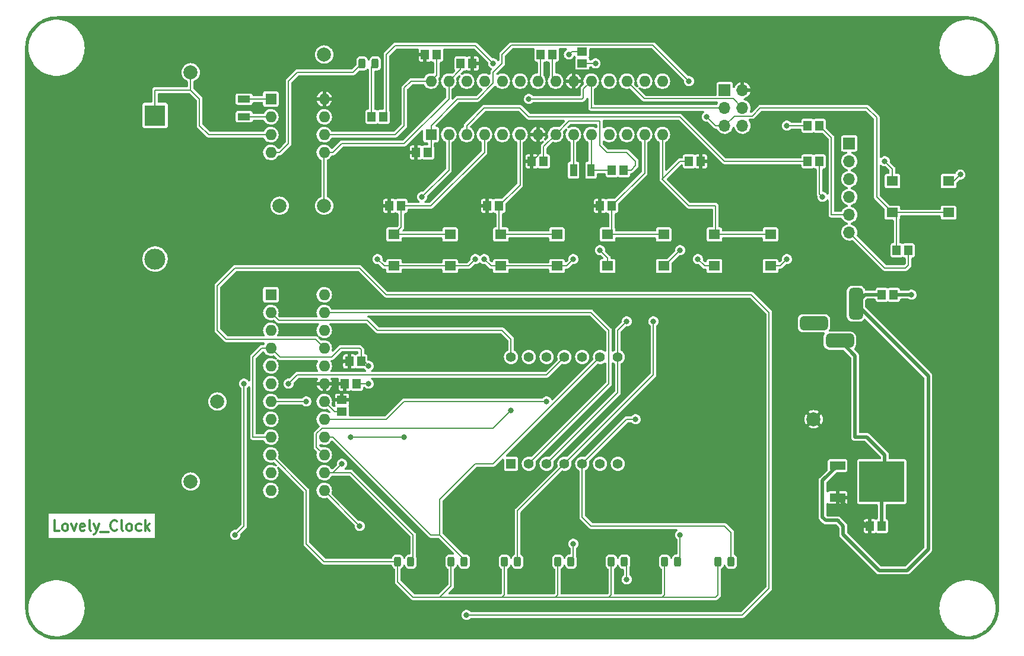
<source format=gbr>
%TF.GenerationSoftware,KiCad,Pcbnew,6.0.6-3a73a75311~116~ubuntu20.04.1*%
%TF.CreationDate,2022-07-22T21:09:37-04:00*%
%TF.ProjectId,first_project,66697273-745f-4707-926f-6a6563742e6b,rev?*%
%TF.SameCoordinates,PX4c4b400PY8a48640*%
%TF.FileFunction,Copper,L1,Top*%
%TF.FilePolarity,Positive*%
%FSLAX46Y46*%
G04 Gerber Fmt 4.6, Leading zero omitted, Abs format (unit mm)*
G04 Created by KiCad (PCBNEW 6.0.6-3a73a75311~116~ubuntu20.04.1) date 2022-07-22 21:09:37*
%MOMM*%
%LPD*%
G01*
G04 APERTURE LIST*
G04 Aperture macros list*
%AMRoundRect*
0 Rectangle with rounded corners*
0 $1 Rounding radius*
0 $2 $3 $4 $5 $6 $7 $8 $9 X,Y pos of 4 corners*
0 Add a 4 corners polygon primitive as box body*
4,1,4,$2,$3,$4,$5,$6,$7,$8,$9,$2,$3,0*
0 Add four circle primitives for the rounded corners*
1,1,$1+$1,$2,$3*
1,1,$1+$1,$4,$5*
1,1,$1+$1,$6,$7*
1,1,$1+$1,$8,$9*
0 Add four rect primitives between the rounded corners*
20,1,$1+$1,$2,$3,$4,$5,0*
20,1,$1+$1,$4,$5,$6,$7,0*
20,1,$1+$1,$6,$7,$8,$9,0*
20,1,$1+$1,$8,$9,$2,$3,0*%
G04 Aperture macros list end*
%ADD10C,0.300000*%
%TA.AperFunction,NonConductor*%
%ADD11C,0.300000*%
%TD*%
%TA.AperFunction,SMDPad,CuDef*%
%ADD12R,1.150000X1.400000*%
%TD*%
%TA.AperFunction,SMDPad,CuDef*%
%ADD13R,1.000000X1.800000*%
%TD*%
%TA.AperFunction,SMDPad,CuDef*%
%ADD14RoundRect,0.243750X-0.243750X-0.456250X0.243750X-0.456250X0.243750X0.456250X-0.243750X0.456250X0*%
%TD*%
%TA.AperFunction,ComponentPad*%
%ADD15R,1.600000X1.600000*%
%TD*%
%TA.AperFunction,ComponentPad*%
%ADD16O,1.600000X1.600000*%
%TD*%
%TA.AperFunction,ComponentPad*%
%ADD17C,2.000000*%
%TD*%
%TA.AperFunction,SMDPad,CuDef*%
%ADD18R,1.600000X1.400000*%
%TD*%
%TA.AperFunction,SMDPad,CuDef*%
%ADD19R,1.800000X1.000000*%
%TD*%
%TA.AperFunction,ComponentPad*%
%ADD20O,1.700000X1.700000*%
%TD*%
%TA.AperFunction,ComponentPad*%
%ADD21R,1.700000X1.700000*%
%TD*%
%TA.AperFunction,ComponentPad*%
%ADD22R,3.000000X3.000000*%
%TD*%
%TA.AperFunction,ComponentPad*%
%ADD23C,3.000000*%
%TD*%
%TA.AperFunction,SMDPad,CuDef*%
%ADD24R,1.400000X1.150000*%
%TD*%
%TA.AperFunction,SMDPad,CuDef*%
%ADD25R,2.200000X1.200000*%
%TD*%
%TA.AperFunction,SMDPad,CuDef*%
%ADD26R,6.400000X5.800000*%
%TD*%
%TA.AperFunction,ComponentPad*%
%ADD27R,1.400000X1.400000*%
%TD*%
%TA.AperFunction,ComponentPad*%
%ADD28C,1.400000*%
%TD*%
%TA.AperFunction,ComponentPad*%
%ADD29RoundRect,0.500000X0.500000X-1.750000X0.500000X1.750000X-0.500000X1.750000X-0.500000X-1.750000X0*%
%TD*%
%TA.AperFunction,ComponentPad*%
%ADD30RoundRect,0.500000X1.500000X0.500000X-1.500000X0.500000X-1.500000X-0.500000X1.500000X-0.500000X0*%
%TD*%
%TA.AperFunction,ViaPad*%
%ADD31C,0.812800*%
%TD*%
%TA.AperFunction,Conductor*%
%ADD32C,0.203200*%
%TD*%
%TA.AperFunction,Conductor*%
%ADD33C,0.508000*%
%TD*%
G04 APERTURE END LIST*
D10*
D11*
X5404285Y16051429D02*
X4690000Y16051429D01*
X4690000Y17551429D01*
X6118571Y16051429D02*
X5975714Y16122858D01*
X5904285Y16194286D01*
X5832857Y16337143D01*
X5832857Y16765715D01*
X5904285Y16908572D01*
X5975714Y16980000D01*
X6118571Y17051429D01*
X6332857Y17051429D01*
X6475714Y16980000D01*
X6547142Y16908572D01*
X6618571Y16765715D01*
X6618571Y16337143D01*
X6547142Y16194286D01*
X6475714Y16122858D01*
X6332857Y16051429D01*
X6118571Y16051429D01*
X7118571Y17051429D02*
X7475714Y16051429D01*
X7832857Y17051429D01*
X8975714Y16122858D02*
X8832857Y16051429D01*
X8547142Y16051429D01*
X8404285Y16122858D01*
X8332857Y16265715D01*
X8332857Y16837143D01*
X8404285Y16980000D01*
X8547142Y17051429D01*
X8832857Y17051429D01*
X8975714Y16980000D01*
X9047142Y16837143D01*
X9047142Y16694286D01*
X8332857Y16551429D01*
X9904285Y16051429D02*
X9761428Y16122858D01*
X9690000Y16265715D01*
X9690000Y17551429D01*
X10332857Y17051429D02*
X10690000Y16051429D01*
X11047142Y17051429D02*
X10690000Y16051429D01*
X10547142Y15694286D01*
X10475714Y15622858D01*
X10332857Y15551429D01*
X11261428Y15908572D02*
X12404285Y15908572D01*
X13618571Y16194286D02*
X13547142Y16122858D01*
X13332857Y16051429D01*
X13190000Y16051429D01*
X12975714Y16122858D01*
X12832857Y16265715D01*
X12761428Y16408572D01*
X12690000Y16694286D01*
X12690000Y16908572D01*
X12761428Y17194286D01*
X12832857Y17337143D01*
X12975714Y17480000D01*
X13190000Y17551429D01*
X13332857Y17551429D01*
X13547142Y17480000D01*
X13618571Y17408572D01*
X14475714Y16051429D02*
X14332857Y16122858D01*
X14261428Y16265715D01*
X14261428Y17551429D01*
X15261428Y16051429D02*
X15118571Y16122858D01*
X15047142Y16194286D01*
X14975714Y16337143D01*
X14975714Y16765715D01*
X15047142Y16908572D01*
X15118571Y16980000D01*
X15261428Y17051429D01*
X15475714Y17051429D01*
X15618571Y16980000D01*
X15690000Y16908572D01*
X15761428Y16765715D01*
X15761428Y16337143D01*
X15690000Y16194286D01*
X15618571Y16122858D01*
X15475714Y16051429D01*
X15261428Y16051429D01*
X17047142Y16122858D02*
X16904285Y16051429D01*
X16618571Y16051429D01*
X16475714Y16122858D01*
X16404285Y16194286D01*
X16332857Y16337143D01*
X16332857Y16765715D01*
X16404285Y16908572D01*
X16475714Y16980000D01*
X16618571Y17051429D01*
X16904285Y17051429D01*
X17047142Y16980000D01*
X17690000Y16051429D02*
X17690000Y17551429D01*
X17832857Y16622858D02*
X18261428Y16051429D01*
X18261428Y17051429D02*
X17690000Y16480000D01*
D12*
%TO.P,C7,1*%
%TO.N,VCC*%
X121080000Y16730000D03*
%TO.P,C7,2*%
%TO.N,GND*%
X122780000Y16730000D03*
%TD*%
D13*
%TO.P,Y1,1,1*%
%TO.N,/XTAL2*%
X81270000Y67530000D03*
%TO.P,Y1,2,2*%
%TO.N,/XTAL1*%
X78770000Y67530000D03*
%TD*%
D14*
%TO.P,D7,1,K*%
%TO.N,/DIG_5*%
X91782500Y11650000D03*
%TO.P,D7,2,A*%
%TO.N,/SEG_F*%
X93657500Y11650000D03*
%TD*%
%TO.P,D5,1,K*%
%TO.N,/DIG_5*%
X76542500Y11650000D03*
%TO.P,D5,2,A*%
%TO.N,/SEG_D*%
X78417500Y11650000D03*
%TD*%
D15*
%TO.P,U4,1,DIN*%
%TO.N,DISP_DATA*%
X35580000Y49755000D03*
D16*
%TO.P,U4,2,DIG_0*%
%TO.N,/DIG_0*%
X35580000Y47215000D03*
%TO.P,U4,3,DIG_4*%
%TO.N,/DIG_4*%
X35580000Y44675000D03*
%TO.P,U4,4,GND*%
%TO.N,GND*%
X35580000Y42135000D03*
%TO.P,U4,5,DIG_6*%
%TO.N,unconnected-(U4-Pad5)*%
X35580000Y39595000D03*
%TO.P,U4,6,DIG_2*%
%TO.N,/DIG_2*%
X35580000Y37055000D03*
%TO.P,U4,7,DIG_3*%
%TO.N,/DIG_3*%
X35580000Y34515000D03*
%TO.P,U4,8,DIG_7*%
%TO.N,unconnected-(U4-Pad8)*%
X35580000Y31975000D03*
%TO.P,U4,9,GND*%
%TO.N,GND*%
X35580000Y29435000D03*
%TO.P,U4,10,DIG_5*%
%TO.N,/DIG_5*%
X35580000Y26895000D03*
%TO.P,U4,11,DIG_1*%
%TO.N,/DIG_1*%
X35580000Y24355000D03*
%TO.P,U4,12,LOAD*%
%TO.N,DISP_LOAD*%
X35580000Y21815000D03*
%TO.P,U4,13,CLK*%
%TO.N,DISP_CLK*%
X43200000Y21815000D03*
%TO.P,U4,14,SEG_A*%
%TO.N,/SEG_A*%
X43200000Y24355000D03*
%TO.P,U4,15,SEG_F*%
%TO.N,/SEG_F*%
X43200000Y26895000D03*
%TO.P,U4,16,SEG_B*%
%TO.N,/SEG_B*%
X43200000Y29435000D03*
%TO.P,U4,17,SEG_G*%
%TO.N,/SEG_G*%
X43200000Y31975000D03*
%TO.P,U4,18,ISET*%
%TO.N,/ISET*%
X43200000Y34515000D03*
%TO.P,U4,19,V+*%
%TO.N,VCC*%
X43200000Y37055000D03*
%TO.P,U4,20,SEG_C*%
%TO.N,/SEG_C*%
X43200000Y39595000D03*
%TO.P,U4,21,SEG_E*%
%TO.N,/SEG_E*%
X43200000Y42135000D03*
%TO.P,U4,22,SEG_DP*%
%TO.N,/SEG_DP*%
X43200000Y44675000D03*
%TO.P,U4,23,SEG_D*%
%TO.N,/SEG_D*%
X43200000Y47215000D03*
%TO.P,U4,24,DOUT*%
%TO.N,unconnected-(U4-Pad24)*%
X43200000Y49755000D03*
%TD*%
D17*
%TO.P,TP2,1,1*%
%TO.N,SDA_RTC*%
X43190000Y62450000D03*
%TD*%
%TO.P,TP6,1,1*%
%TO.N,DISP_DATA*%
X36840000Y62450000D03*
%TD*%
D12*
%TO.P,C8,1*%
%TO.N,VCC*%
X46150000Y37050000D03*
%TO.P,C8,2*%
%TO.N,GND*%
X47850000Y37050000D03*
%TD*%
%TO.P,C9,1*%
%TO.N,VCC*%
X46785000Y40225000D03*
%TO.P,C9,2*%
%TO.N,GND*%
X48485000Y40225000D03*
%TD*%
D17*
%TO.P,TP4,1,1*%
%TO.N,Net-(BT1-Pad1)*%
X24140000Y81500000D03*
%TD*%
D18*
%TO.P,SW1,2,A*%
%TO.N,GND*%
X132280000Y65970000D03*
%TO.P,SW1,1,A*%
X124280000Y65970000D03*
%TO.P,SW1,4,B*%
%TO.N,RESET*%
X132280000Y61470000D03*
%TO.P,SW1,3,B*%
X124280000Y61470000D03*
%TD*%
D12*
%TO.P,C2,1*%
%TO.N,Net-(C2-Pad1)*%
X75790000Y84040000D03*
%TO.P,C2,2*%
%TO.N,GND*%
X74090000Y84040000D03*
%TD*%
D14*
%TO.P,D8,1,K*%
%TO.N,/DIG_5*%
X99402500Y11650000D03*
%TO.P,D8,2,A*%
%TO.N,/SEG_G*%
X101277500Y11650000D03*
%TD*%
D18*
%TO.P,SW2,2,A*%
%TO.N,GND*%
X53160000Y53850000D03*
%TO.P,SW2,1,A*%
X61160000Y53850000D03*
%TO.P,SW2,4,B*%
%TO.N,BTN_SETOPT*%
X53160000Y58350000D03*
%TO.P,SW2,3,B*%
X61160000Y58350000D03*
%TD*%
D12*
%TO.P,R6,1*%
%TO.N,VCC*%
X64360000Y82770000D03*
%TO.P,R6,2*%
%TO.N,SDA_RTC*%
X62660000Y82770000D03*
%TD*%
D14*
%TO.P,D2,1,K*%
%TO.N,/DIG_5*%
X53682500Y11650000D03*
%TO.P,D2,2,A*%
%TO.N,/SEG_A*%
X55557500Y11650000D03*
%TD*%
D18*
%TO.P,SW3,2,A*%
%TO.N,GND*%
X68400000Y53850000D03*
%TO.P,SW3,1,A*%
X76400000Y53850000D03*
%TO.P,SW3,4,B*%
%TO.N,BTN_HOUR*%
X68400000Y58350000D03*
%TO.P,SW3,3,B*%
X76400000Y58350000D03*
%TD*%
D14*
%TO.P,D3,1,K*%
%TO.N,/DIG_5*%
X61302500Y11650000D03*
%TO.P,D3,2,A*%
%TO.N,/SEG_B*%
X63177500Y11650000D03*
%TD*%
D12*
%TO.P,R2,1*%
%TO.N,VCC*%
X56310000Y70070000D03*
%TO.P,R2,2*%
%TO.N,RESET*%
X58010000Y70070000D03*
%TD*%
D19*
%TO.P,Y2,1,1*%
%TO.N,Net-(U3-Pad2)*%
X31760000Y75170000D03*
%TO.P,Y2,2,2*%
%TO.N,Net-(U3-Pad1)*%
X31760000Y77670000D03*
%TD*%
D12*
%TO.P,R3,1*%
%TO.N,RXD*%
X112190000Y73880000D03*
%TO.P,R3,2*%
%TO.N,Net-(J1-Pad5)*%
X113890000Y73880000D03*
%TD*%
D20*
%TO.P,J1,6,Pin_6*%
%TO.N,Net-(C6-Pad2)*%
X118120000Y58640000D03*
%TO.P,J1,5,Pin_5*%
%TO.N,Net-(J1-Pad5)*%
X118120000Y61180000D03*
%TO.P,J1,4,Pin_4*%
%TO.N,Net-(J1-Pad4)*%
X118120000Y63720000D03*
%TO.P,J1,3,Pin_3*%
%TO.N,unconnected-(J1-Pad3)*%
X118120000Y66260000D03*
%TO.P,J1,2,Pin_2*%
%TO.N,GND*%
X118120000Y68800000D03*
D21*
%TO.P,J1,1,Pin_1*%
X118120000Y71340000D03*
%TD*%
D12*
%TO.P,C5,1*%
%TO.N,/XTAL2*%
X84250000Y67530000D03*
%TO.P,C5,2*%
%TO.N,GND*%
X85950000Y67530000D03*
%TD*%
%TO.P,R4,1*%
%TO.N,TXD*%
X112190000Y68800000D03*
%TO.P,R4,2*%
%TO.N,Net-(J1-Pad4)*%
X113890000Y68800000D03*
%TD*%
D15*
%TO.P,U3,1,X1*%
%TO.N,Net-(U3-Pad1)*%
X35580000Y77680000D03*
D16*
%TO.P,U3,2,X2*%
%TO.N,Net-(U3-Pad2)*%
X35580000Y75140000D03*
%TO.P,U3,3,VBAT*%
%TO.N,Net-(BT1-Pad1)*%
X35580000Y72600000D03*
%TO.P,U3,4,GND*%
%TO.N,GND*%
X35580000Y70060000D03*
%TO.P,U3,5,SDA*%
%TO.N,SDA_RTC*%
X43200000Y70060000D03*
%TO.P,U3,6,SCL*%
%TO.N,SCL_RTC*%
X43200000Y72600000D03*
%TO.P,U3,7,SQW/OUT*%
%TO.N,unconnected-(U3-Pad7)*%
X43200000Y75140000D03*
%TO.P,U3,8,VCC*%
%TO.N,VCC*%
X43200000Y77680000D03*
%TD*%
D17*
%TO.P,TP7,1,1*%
%TO.N,DISP_CLK*%
X24140000Y23080000D03*
%TD*%
D12*
%TO.P,C6,1*%
%TO.N,RESET*%
X124890000Y56100000D03*
%TO.P,C6,2*%
%TO.N,Net-(C6-Pad2)*%
X126590000Y56100000D03*
%TD*%
D14*
%TO.P,D1,1,K*%
%TO.N,GND*%
X48602500Y82770000D03*
%TO.P,D1,2,A*%
%TO.N,Net-(D1-Pad2)*%
X50477500Y82770000D03*
%TD*%
D17*
%TO.P,TP1,1,1*%
%TO.N,VCC*%
X113040000Y31970000D03*
%TD*%
D22*
%TO.P,BT1,1,+*%
%TO.N,Net-(BT1-Pad1)*%
X19059984Y75333686D03*
D23*
%TO.P,BT1,2,-*%
%TO.N,GND*%
X19059984Y54843686D03*
%TD*%
D12*
%TO.P,R1,1*%
%TO.N,LED_SCK*%
X51660000Y75150000D03*
%TO.P,R1,2*%
%TO.N,Net-(D1-Pad2)*%
X49960000Y75150000D03*
%TD*%
D18*
%TO.P,SW4,2,A*%
%TO.N,GND*%
X83640000Y53850000D03*
%TO.P,SW4,1,A*%
X91640000Y53850000D03*
%TO.P,SW4,4,B*%
%TO.N,BTN_MIN*%
X83640000Y58350000D03*
%TO.P,SW4,3,B*%
X91640000Y58350000D03*
%TD*%
%TO.P,SW5,2,A*%
%TO.N,GND*%
X98880000Y53850000D03*
%TO.P,SW5,1,A*%
X106880000Y53850000D03*
%TO.P,SW5,4,B*%
%TO.N,BTN_DAY*%
X98880000Y58350000D03*
%TO.P,SW5,3,B*%
X106880000Y58350000D03*
%TD*%
D24*
%TO.P,R10,1*%
%TO.N,VCC*%
X45730000Y34725000D03*
%TO.P,R10,2*%
%TO.N,/ISET*%
X45730000Y33025000D03*
%TD*%
D12*
%TO.P,C4,1*%
%TO.N,VCC*%
X72820000Y68800000D03*
%TO.P,C4,2*%
%TO.N,GND*%
X74520000Y68800000D03*
%TD*%
%TO.P,R7,1*%
%TO.N,VCC*%
X57580000Y84040000D03*
%TO.P,R7,2*%
%TO.N,SCL_RTC*%
X59280000Y84040000D03*
%TD*%
%TO.P,R9,1*%
%TO.N,VCC*%
X66470000Y62450000D03*
%TO.P,R9,2*%
%TO.N,BTN_HOUR*%
X68170000Y62450000D03*
%TD*%
D24*
%TO.P,C3,1*%
%TO.N,GND*%
X80020000Y84470000D03*
%TO.P,C3,2*%
%TO.N,/XTAL1*%
X80020000Y82770000D03*
%TD*%
D12*
%TO.P,C1,1*%
%TO.N,Net-(C1-Pad1)*%
X122770000Y49750000D03*
%TO.P,C1,2*%
%TO.N,GND*%
X124470000Y49750000D03*
%TD*%
D17*
%TO.P,TP3,1,1*%
%TO.N,SCL_RTC*%
X43190000Y84040000D03*
%TD*%
D12*
%TO.P,R12,1*%
%TO.N,VCC*%
X96960000Y68800000D03*
%TO.P,R12,2*%
%TO.N,BTN_DAY*%
X95260000Y68800000D03*
%TD*%
D17*
%TO.P,TP5,1,1*%
%TO.N,DISP_LOAD*%
X27950000Y34510000D03*
%TD*%
D25*
%TO.P,U2,1,IN*%
%TO.N,Net-(C1-Pad1)*%
X116460000Y25360000D03*
D26*
%TO.P,U2,2,GND*%
%TO.N,GND*%
X122760000Y23080000D03*
D25*
%TO.P,U2,3,OUT*%
%TO.N,VCC*%
X116460000Y20800000D03*
%TD*%
D12*
%TO.P,R5,1*%
%TO.N,VCC*%
X52500000Y62450000D03*
%TO.P,R5,2*%
%TO.N,BTN_SETOPT*%
X54200000Y62450000D03*
%TD*%
D27*
%TO.P,DS1,1,E*%
%TO.N,/SEG_E*%
X69860000Y25620000D03*
D28*
%TO.P,DS1,2,D*%
%TO.N,/SEG_D*%
X72400000Y25620000D03*
%TO.P,DS1,3,DP*%
%TO.N,/SEG_DP*%
X74940000Y25620000D03*
%TO.P,DS1,4,C*%
%TO.N,/SEG_C*%
X77480000Y25620000D03*
%TO.P,DS1,5,G*%
%TO.N,/SEG_G*%
X80020000Y25620000D03*
%TO.P,DS1,6,COM_DIG.4*%
%TO.N,/DIG_3*%
X82560000Y25620000D03*
%TO.P,DS1,7,COM_COLON*%
%TO.N,/DIG_4*%
X85100000Y25620000D03*
%TO.P,DS1,8,COLON*%
%TO.N,/SEG_DP*%
X85100000Y40860000D03*
%TO.P,DS1,9,B*%
%TO.N,/SEG_B*%
X82560000Y40860000D03*
%TO.P,DS1,10,COM_DIG.3*%
%TO.N,/DIG_2*%
X80020000Y40860000D03*
%TO.P,DS1,11,COM_DIG.2*%
%TO.N,/DIG_1*%
X77480000Y40860000D03*
%TO.P,DS1,12,F*%
%TO.N,/SEG_F*%
X74940000Y40860000D03*
%TO.P,DS1,13,A*%
%TO.N,/SEG_A*%
X72400000Y40860000D03*
%TO.P,DS1,14,COM_DIG.1*%
%TO.N,/DIG_0*%
X69860000Y40860000D03*
%TD*%
D21*
%TO.P,J3,1,Pin_1*%
%TO.N,MISO*%
X100340000Y78960000D03*
D20*
%TO.P,J3,2,Pin_2*%
%TO.N,VCC*%
X102880000Y78960000D03*
%TO.P,J3,3,Pin_3*%
%TO.N,LED_SCK*%
X100340000Y76420000D03*
%TO.P,J3,4,Pin_4*%
%TO.N,MOSI*%
X102880000Y76420000D03*
%TO.P,J3,5,Pin_5*%
%TO.N,RESET*%
X100340000Y73880000D03*
%TO.P,J3,6,Pin_6*%
%TO.N,GND*%
X102880000Y73880000D03*
%TD*%
D12*
%TO.P,R11,1*%
%TO.N,VCC*%
X82560000Y62450000D03*
%TO.P,R11,2*%
%TO.N,BTN_MIN*%
X84260000Y62450000D03*
%TD*%
D14*
%TO.P,D6,1,K*%
%TO.N,/DIG_5*%
X84162500Y11650000D03*
%TO.P,D6,2,A*%
%TO.N,/SEG_E*%
X86037500Y11650000D03*
%TD*%
%TO.P,D4,1,K*%
%TO.N,/DIG_5*%
X68922500Y11650000D03*
%TO.P,D4,2,A*%
%TO.N,/SEG_C*%
X70797500Y11650000D03*
%TD*%
D15*
%TO.P,U1,1,~{RESET}/PC6*%
%TO.N,RESET*%
X58440000Y72620000D03*
D16*
%TO.P,U1,2,RXD/PD0*%
%TO.N,RXD*%
X60980000Y72620000D03*
%TO.P,U1,3,TXD/PD1*%
%TO.N,TXD*%
X63520000Y72620000D03*
%TO.P,U1,4,INT0/PD2*%
%TO.N,BTN_SETOPT*%
X66060000Y72620000D03*
%TO.P,U1,5,INT1/PD3*%
%TO.N,DISP_LOAD*%
X68600000Y72620000D03*
%TO.P,U1,6,PD4*%
%TO.N,BTN_HOUR*%
X71140000Y72620000D03*
%TO.P,U1,7,VCC*%
%TO.N,VCC*%
X73680000Y72620000D03*
%TO.P,U1,8,GND*%
%TO.N,GND*%
X76220000Y72620000D03*
%TO.P,U1,9,XTAL1/PB6*%
%TO.N,/XTAL1*%
X78760000Y72620000D03*
%TO.P,U1,10,XTAL2/PB7*%
%TO.N,/XTAL2*%
X81300000Y72620000D03*
%TO.P,U1,11,OC0B/PD5*%
%TO.N,DISP_DATA*%
X83840000Y72620000D03*
%TO.P,U1,12,OC0A/PD6*%
%TO.N,DISP_CLK*%
X86380000Y72620000D03*
%TO.P,U1,13,PD7*%
%TO.N,BTN_MIN*%
X88920000Y72620000D03*
%TO.P,U1,14,PB0*%
%TO.N,BTN_DAY*%
X91460000Y72620000D03*
%TO.P,U1,15,OC1A/PB1*%
%TO.N,unconnected-(U1-Pad15)*%
X91460000Y80240000D03*
%TO.P,U1,16,OC1B/PB2*%
%TO.N,unconnected-(U1-Pad16)*%
X88920000Y80240000D03*
%TO.P,U1,17,MOSI/PB3*%
%TO.N,MOSI*%
X86380000Y80240000D03*
%TO.P,U1,18,MISO/PB4*%
%TO.N,MISO*%
X83840000Y80240000D03*
%TO.P,U1,19,SCK/PB5*%
%TO.N,LED_SCK*%
X81300000Y80240000D03*
%TO.P,U1,20,AVCC*%
%TO.N,VCC*%
X78760000Y80240000D03*
%TO.P,U1,21,AREF*%
%TO.N,Net-(C2-Pad1)*%
X76220000Y80240000D03*
%TO.P,U1,22,GND*%
%TO.N,GND*%
X73680000Y80240000D03*
%TO.P,U1,23,ADC0/PC0*%
%TO.N,unconnected-(U1-Pad23)*%
X71140000Y80240000D03*
%TO.P,U1,24,ADC1/PC1*%
%TO.N,unconnected-(U1-Pad24)*%
X68600000Y80240000D03*
%TO.P,U1,25,ADC2/PC2*%
%TO.N,unconnected-(U1-Pad25)*%
X66060000Y80240000D03*
%TO.P,U1,26,ADC3/PC3*%
%TO.N,unconnected-(U1-Pad26)*%
X63520000Y80240000D03*
%TO.P,U1,27,SDA/PC4*%
%TO.N,SDA_RTC*%
X60980000Y80240000D03*
%TO.P,U1,28,SCL/PC5*%
%TO.N,SCL_RTC*%
X58440000Y80240000D03*
%TD*%
D29*
%TO.P,J2,1,POLE*%
%TO.N,Net-(C1-Pad1)*%
X119080000Y48480000D03*
D30*
%TO.P,J2,2,OUT*%
%TO.N,GND*%
X116780000Y43180000D03*
%TO.P,J2,3,OUT*%
%TO.N,unconnected-(J2-Pad3)*%
X113080000Y45680000D03*
%TD*%
D31*
%TO.N,GND*%
X93990000Y56100000D03*
X49540000Y37050000D03*
X78115000Y84040000D03*
X96530000Y54830000D03*
X127010000Y49750000D03*
X78750000Y54830000D03*
X49540000Y39590000D03*
X109230000Y54830000D03*
X64780000Y54830000D03*
X123200000Y68800000D03*
X82560000Y56100000D03*
X66050000Y54830000D03*
X133995000Y66895000D03*
X50810000Y54830000D03*
%TO.N,/XTAL1*%
X81925000Y82770000D03*
%TO.N,VCC*%
X45095000Y40225000D03*
%TO.N,RESET*%
X97800000Y75150000D03*
X95260000Y80230000D03*
%TO.N,/SEG_A*%
X45730000Y25620000D03*
%TO.N,/SEG_C*%
X90180000Y45940000D03*
%TO.N,/SEG_D*%
X78750000Y14190000D03*
%TO.N,/SEG_E*%
X86370000Y9110000D03*
X63510000Y4030000D03*
%TO.N,/SEG_F*%
X93990000Y15460000D03*
X69860000Y33240000D03*
%TO.N,/SEG_G*%
X74940000Y34510000D03*
X87640000Y31970000D03*
%TO.N,/SEG_DP*%
X86370000Y45940000D03*
%TO.N,/DIG_3*%
X54620000Y29430000D03*
X40650000Y34510000D03*
X47000000Y29430000D03*
%TO.N,/DIG_2*%
X31760000Y37050000D03*
X30490000Y15460000D03*
%TO.N,/DIG_1*%
X38110000Y37050000D03*
%TO.N,Net-(J1-Pad4)*%
X114310000Y63720000D03*
%TO.N,LED_SCK*%
X67320000Y82770000D03*
X72400000Y77690000D03*
%TO.N,RXD*%
X109230000Y73880000D03*
X57160000Y63720000D03*
%TO.N,DISP_CLK*%
X48270000Y16730000D03*
%TD*%
D32*
%TO.N,Net-(BT1-Pad1)*%
X24140000Y78960000D02*
X25410000Y77690000D01*
X24140000Y81500000D02*
X24140000Y78960000D01*
X26690000Y72600000D02*
X35580000Y72600000D01*
X19059984Y75333686D02*
X19059984Y78959984D01*
X19060000Y78960000D02*
X24140000Y78960000D01*
X25410000Y73880000D02*
X26690000Y72600000D01*
X25410000Y77690000D02*
X25410000Y73880000D01*
X19059984Y78959984D02*
X19060000Y78960000D01*
%TO.N,GND*%
X133070000Y65970000D02*
X133995000Y66895000D01*
X35580000Y42135000D02*
X36855000Y40860000D01*
X74520000Y68800000D02*
X74520000Y70920000D01*
X48905000Y40225000D02*
X49540000Y39590000D01*
X68400000Y53850000D02*
X67030000Y53850000D01*
X35580000Y29435000D02*
X33035000Y29435000D01*
X86370000Y70070000D02*
X87640000Y68800000D01*
X36855000Y40860000D02*
X44265400Y40860000D01*
X97510000Y53850000D02*
X96530000Y54830000D01*
X124280000Y67720000D02*
X124280000Y65970000D01*
X49540000Y37050000D02*
X48270000Y37050000D01*
X47332500Y81500000D02*
X48602500Y82770000D01*
X33035000Y29435000D02*
X33030000Y29430000D01*
D33*
X120660000Y29430000D02*
X123200000Y26890000D01*
D32*
X123200000Y68800000D02*
X124280000Y67720000D01*
X67030000Y53850000D02*
X66050000Y54830000D01*
X63800000Y53850000D02*
X64780000Y54830000D01*
X33030000Y40860000D02*
X34305000Y42135000D01*
X87005000Y67530000D02*
X85950000Y67530000D01*
X76400000Y53850000D02*
X68400000Y53850000D01*
X44265400Y40860000D02*
X45535400Y42130000D01*
X34305000Y42135000D02*
X35580000Y42135000D01*
D33*
X123200000Y26890000D02*
X123200000Y23520000D01*
D32*
X76400000Y53850000D02*
X77770000Y53850000D01*
D33*
X118970000Y29430000D02*
X118970000Y40990000D01*
D32*
X51790000Y53850000D02*
X50810000Y54830000D01*
X82560000Y74515000D02*
X82560000Y71045000D01*
X48485000Y41915000D02*
X48485000Y40225000D01*
X78115000Y74515000D02*
X82560000Y74515000D01*
X83535000Y70070000D02*
X86370000Y70070000D01*
D33*
X118970000Y40990000D02*
X116780000Y43180000D01*
D32*
X38110000Y71340000D02*
X38110000Y80230000D01*
D33*
X124470000Y49750000D02*
X127010000Y49750000D01*
D32*
X83640000Y55020000D02*
X82560000Y56100000D01*
X53160000Y53850000D02*
X51790000Y53850000D01*
X45535400Y42130000D02*
X48270000Y42130000D01*
X108250000Y53850000D02*
X109230000Y54830000D01*
D33*
X122759996Y23080000D02*
X122759996Y16749990D01*
D32*
X91740000Y53850000D02*
X93990000Y56100000D01*
X74090000Y84040000D02*
X74090000Y80650000D01*
X78545000Y84470000D02*
X78115000Y84040000D01*
X39380000Y81500000D02*
X47332500Y81500000D01*
X87640000Y68165000D02*
X87005000Y67530000D01*
X74520000Y70920000D02*
X76220000Y72620000D01*
X80020000Y84470000D02*
X78545000Y84470000D01*
X35580000Y70060000D02*
X36830000Y70060000D01*
X106880000Y53850000D02*
X108250000Y53850000D01*
X33030000Y29430000D02*
X33030000Y40860000D01*
X83640000Y53850000D02*
X83640000Y55020000D01*
D33*
X118970000Y29430000D02*
X120660000Y29430000D01*
D32*
X132280000Y65970000D02*
X133070000Y65970000D01*
X82560000Y71045000D02*
X83535000Y70070000D01*
X53160000Y53850000D02*
X61160000Y53850000D01*
X77770000Y53850000D02*
X78750000Y54830000D01*
X36830000Y70060000D02*
X38110000Y71340000D01*
X76220000Y72620000D02*
X78115000Y74515000D01*
X87640000Y68800000D02*
X87640000Y68165000D01*
X98880000Y53850000D02*
X97510000Y53850000D01*
X61160000Y53850000D02*
X63800000Y53850000D01*
X48270000Y42130000D02*
X48485000Y41915000D01*
X38110000Y80230000D02*
X39380000Y81500000D01*
%TO.N,Net-(C2-Pad1)*%
X75790000Y84040000D02*
X75790000Y80670000D01*
%TO.N,/XTAL1*%
X78760000Y72620000D02*
X78760000Y67540000D01*
X80020000Y82770000D02*
X81925000Y82770000D01*
D33*
%TO.N,VCC*%
X116460000Y20800000D02*
X120530000Y16730000D01*
D32*
X73680000Y72620000D02*
X73680000Y69660000D01*
D33*
X120530000Y16730000D02*
X121080000Y16730000D01*
D32*
X46785000Y40225000D02*
X45095000Y40225000D01*
X73680000Y69660000D02*
X72820000Y68800000D01*
X46570000Y37050000D02*
X43205000Y37050000D01*
%TO.N,/XTAL2*%
X81300000Y72620000D02*
X81300000Y67560000D01*
X84250000Y67530000D02*
X81270000Y67530000D01*
%TO.N,RESET*%
X122045200Y63704800D02*
X122045200Y75034800D01*
X68590000Y84040000D02*
X69860000Y85310000D01*
X58440000Y73890000D02*
X62240000Y77690000D01*
X67320000Y79937576D02*
X67320000Y81500000D01*
X124890000Y56100000D02*
X124890000Y60860000D01*
X69860000Y85310000D02*
X69899800Y85349800D01*
X65072424Y77690000D02*
X67320000Y79937576D01*
X122045200Y75034800D02*
X120660000Y76420000D01*
X58440000Y72620000D02*
X58440000Y70500000D01*
X90140200Y85349800D02*
X90180000Y85310000D01*
X124890000Y60860000D02*
X124280000Y61470000D01*
X101725200Y75265200D02*
X100340000Y73880000D01*
X99070000Y73880000D02*
X97800000Y75150000D01*
X62240000Y77690000D02*
X65072424Y77690000D01*
X105420000Y76420000D02*
X104265200Y75265200D01*
X104265200Y75265200D02*
X101725200Y75265200D01*
X100340000Y73880000D02*
X99070000Y73880000D01*
X58440000Y72620000D02*
X58440000Y73890000D01*
X67320000Y81500000D02*
X68590000Y82770000D01*
X132280000Y61470000D02*
X124280000Y61470000D01*
X68590000Y82770000D02*
X68590000Y84040000D01*
X95260000Y80230000D02*
X90180000Y85310000D01*
X69899800Y85349800D02*
X90140200Y85349800D01*
X124280000Y61470000D02*
X122045200Y63704800D01*
X120660000Y76420000D02*
X105420000Y76420000D01*
%TO.N,Net-(C6-Pad2)*%
X126590000Y53980000D02*
X126590000Y56100000D01*
X126170000Y53560000D02*
X126590000Y53980000D01*
X123200000Y53560000D02*
X126170000Y53560000D01*
X118120000Y58640000D02*
X123200000Y53560000D01*
%TO.N,Net-(D1-Pad2)*%
X49960000Y82252500D02*
X49960000Y75150000D01*
X50477500Y82770000D02*
X49960000Y82252500D01*
%TO.N,/SEG_A*%
X46995000Y24355000D02*
X55890000Y15460000D01*
X45730000Y25620000D02*
X44465000Y24355000D01*
X43200000Y24355000D02*
X46995000Y24355000D01*
X55890000Y15460000D02*
X55890000Y11982500D01*
X44465000Y24355000D02*
X43200000Y24355000D01*
%TO.N,/SEG_B*%
X67320000Y25620000D02*
X64780000Y25620000D01*
X59700000Y20540000D02*
X59700000Y15460000D01*
X82560000Y40860000D02*
X67320000Y25620000D01*
X64780000Y25620000D02*
X59700000Y20540000D01*
X43200000Y29435000D02*
X44455000Y29435000D01*
X59700000Y15460000D02*
X63177500Y11982500D01*
X58430000Y15460000D02*
X59700000Y15460000D01*
X44455000Y29435000D02*
X58430000Y15460000D01*
%TO.N,/SEG_C*%
X90180000Y45940000D02*
X90180000Y38320000D01*
X70797500Y18937500D02*
X70797500Y11650000D01*
X77480000Y25620000D02*
X70797500Y18937500D01*
X90180000Y38320000D02*
X77480000Y25620000D01*
%TO.N,/SEG_D*%
X43200000Y47215000D02*
X81285000Y47215000D01*
X83830000Y44670000D02*
X83830000Y37050000D01*
X78750000Y14190000D02*
X78750000Y11982500D01*
X83830000Y37050000D02*
X72400000Y25620000D01*
X81285000Y47215000D02*
X83830000Y44670000D01*
%TO.N,/SEG_E*%
X52080000Y49750000D02*
X104150000Y49750000D01*
X29220000Y43400000D02*
X27950000Y44670000D01*
X27950000Y51020000D02*
X30490000Y53560000D01*
X102880000Y4030000D02*
X106690000Y7840000D01*
X86370000Y9110000D02*
X86370000Y11317500D01*
X52080000Y49750000D02*
X48270000Y53560000D01*
X41935000Y43400000D02*
X29220000Y43400000D01*
X48270000Y53560000D02*
X30490000Y53560000D01*
X27950000Y44670000D02*
X27950000Y51020000D01*
X63510000Y4030000D02*
X102880000Y4030000D01*
X41935000Y43400000D02*
X43200000Y42135000D01*
X106690000Y47210000D02*
X106690000Y7840000D01*
X104150000Y49750000D02*
X106690000Y47210000D01*
%TO.N,/SEG_F*%
X43200000Y26895000D02*
X42095200Y27999800D01*
X67320000Y30700000D02*
X69860000Y33240000D01*
X93990000Y15460000D02*
X93990000Y11982500D01*
X42095200Y29892624D02*
X42902576Y30700000D01*
X42902576Y30700000D02*
X67320000Y30700000D01*
X42095200Y27999800D02*
X42095200Y29892624D01*
%TO.N,/SEG_G*%
X54620000Y34510000D02*
X74940000Y34510000D01*
X80020000Y18000000D02*
X80020000Y25620000D01*
X43200000Y31975000D02*
X52085000Y31975000D01*
X52085000Y31975000D02*
X54620000Y34510000D01*
X101277500Y11650000D02*
X101277500Y15792500D01*
X100340000Y16730000D02*
X81290000Y16730000D01*
X86370000Y31970000D02*
X80020000Y25620000D01*
X87640000Y31970000D02*
X86370000Y31970000D01*
X81290000Y16730000D02*
X80020000Y18000000D01*
X101277500Y15792500D02*
X100340000Y16730000D01*
%TO.N,/SEG_DP*%
X85100000Y35780000D02*
X74940000Y25620000D01*
X86370000Y45940000D02*
X85100000Y44670000D01*
X85100000Y44670000D02*
X85100000Y40860000D01*
X85100000Y40860000D02*
X85100000Y35780000D01*
%TO.N,/DIG_3*%
X40645000Y34515000D02*
X35580000Y34515000D01*
X54620000Y29430000D02*
X47000000Y29430000D01*
X40650000Y34510000D02*
X40645000Y34515000D01*
%TO.N,/DIG_2*%
X31760000Y16730000D02*
X31760000Y37050000D01*
X30490000Y15460000D02*
X31760000Y16730000D01*
%TO.N,/DIG_1*%
X39380000Y38320000D02*
X38110000Y37050000D01*
X77480000Y40860000D02*
X74940000Y38320000D01*
X39380000Y38320000D02*
X74940000Y38320000D01*
%TO.N,/DIG_0*%
X49369800Y46110200D02*
X50810000Y44670000D01*
X50810000Y44670000D02*
X68590000Y44670000D01*
X36684800Y46110200D02*
X49369800Y46110200D01*
X68590000Y44670000D02*
X69860000Y43400000D01*
X35580000Y47215000D02*
X36684800Y46110200D01*
X69860000Y43400000D02*
X69860000Y40860000D01*
%TO.N,Net-(J1-Pad5)*%
X115580000Y72190000D02*
X115580000Y61180000D01*
X113890000Y73880000D02*
X115580000Y72190000D01*
X115580000Y61180000D02*
X118120000Y61180000D01*
%TO.N,Net-(J1-Pad4)*%
X114310000Y63720000D02*
X113890000Y64140000D01*
X113890000Y64140000D02*
X113890000Y68800000D01*
%TO.N,LED_SCK*%
X64780000Y85310000D02*
X53350000Y85310000D01*
X81300000Y76430000D02*
X81290000Y76420000D01*
X81290000Y76420000D02*
X100340000Y76420000D01*
X52080000Y84040000D02*
X52080000Y75150000D01*
X80195200Y77865200D02*
X80195200Y79135200D01*
X80020000Y77690000D02*
X80195200Y77865200D01*
X64780000Y85310000D02*
X67320000Y82770000D01*
X81300000Y80240000D02*
X81300000Y76430000D01*
X53350000Y85310000D02*
X52080000Y84040000D01*
X72400000Y77690000D02*
X80020000Y77690000D01*
X81300000Y80240000D02*
X80195200Y79135200D01*
%TO.N,MOSI*%
X88898287Y77721713D02*
X101578287Y77721713D01*
X86380000Y80240000D02*
X88898287Y77721713D01*
X101578287Y77721713D02*
X102880000Y76420000D01*
%TO.N,RXD*%
X112190000Y73880000D02*
X109230000Y73880000D01*
X57160000Y63720000D02*
X60980000Y67540000D01*
X60980000Y67540000D02*
X60980000Y72620000D01*
%TO.N,TXD*%
X112190000Y68800000D02*
X100340000Y68800000D01*
X66050000Y76420000D02*
X63520000Y73890000D01*
X72400000Y75150000D02*
X71130000Y76420000D01*
X100340000Y68800000D02*
X93990000Y75150000D01*
X93990000Y75150000D02*
X72400000Y75150000D01*
X63520000Y73890000D02*
X63520000Y72620000D01*
X71130000Y76420000D02*
X66050000Y76420000D01*
%TO.N,BTN_SETOPT*%
X66060000Y70080000D02*
X58430000Y62450000D01*
X58430000Y62450000D02*
X54200000Y62450000D01*
X54200000Y59390000D02*
X54200000Y62450000D01*
X53160000Y58350000D02*
X54200000Y59390000D01*
X53160000Y58350000D02*
X61160000Y58350000D01*
X66060000Y72620000D02*
X66060000Y70080000D01*
%TO.N,BTN_HOUR*%
X68400000Y58350000D02*
X76400000Y58350000D01*
X71140000Y65420000D02*
X68170000Y62450000D01*
X71140000Y72620000D02*
X71140000Y65420000D01*
X68170000Y62450000D02*
X68170000Y58580000D01*
%TO.N,/ISET*%
X44690000Y33025000D02*
X45730000Y33025000D01*
X43200000Y34515000D02*
X44690000Y33025000D01*
%TO.N,BTN_MIN*%
X91640000Y58350000D02*
X83640000Y58350000D01*
X84260000Y62450000D02*
X84260000Y58970000D01*
X88920000Y67110000D02*
X84260000Y62450000D01*
X84260000Y58970000D02*
X83640000Y58350000D01*
X88920000Y72620000D02*
X88920000Y67110000D01*
%TO.N,BTN_DAY*%
X106879992Y58350008D02*
X98880008Y58350008D01*
X91460000Y66270000D02*
X91450000Y66260000D01*
X93990000Y68800000D02*
X91450000Y66260000D01*
X95260000Y68800000D02*
X93990000Y68800000D01*
X91450000Y66260000D02*
X95260000Y62450000D01*
X91460000Y72620000D02*
X91460000Y66270000D01*
X95260000Y62450000D02*
X99070000Y62450000D01*
X99070000Y62450000D02*
X99070000Y58540000D01*
%TO.N,DISP_CLK*%
X48270000Y16745000D02*
X43200000Y21815000D01*
X48270000Y16730000D02*
X48270000Y16745000D01*
%TO.N,SDA_RTC*%
X60980000Y77700000D02*
X60980000Y80240000D01*
X60980000Y80240000D02*
X62660000Y81920000D01*
X43190000Y62450000D02*
X43190000Y70050000D01*
X54620000Y71340000D02*
X60980000Y77700000D01*
X44450000Y70060000D02*
X43200000Y70060000D01*
X45730000Y71340000D02*
X44450000Y70060000D01*
X54620000Y71340000D02*
X45730000Y71340000D01*
X62660000Y81920000D02*
X62660000Y82770000D01*
%TO.N,SCL_RTC*%
X55605000Y80240000D02*
X58440000Y80240000D01*
X53340000Y72600000D02*
X54620000Y73880000D01*
X59280000Y81080000D02*
X58440000Y80240000D01*
X59280000Y84040000D02*
X59280000Y81080000D01*
X54620000Y79255000D02*
X55605000Y80240000D01*
X43200000Y72600000D02*
X53340000Y72600000D01*
X54620000Y73880000D02*
X54620000Y79255000D01*
D33*
%TO.N,Net-(C1-Pad1)*%
X122770000Y49750000D02*
X120350000Y49750000D01*
X119080000Y48480000D02*
X129395000Y38165000D01*
X129395000Y38165000D02*
X129395000Y13400000D01*
X114310000Y23210000D02*
X114310000Y18000000D01*
X114310000Y18000000D02*
X114770000Y17540000D01*
X117270000Y15522000D02*
X117270000Y16730000D01*
X122412000Y10380000D02*
X117270000Y15522000D01*
X126375000Y10380000D02*
X122412000Y10380000D01*
X116460000Y17540000D02*
X117270000Y16730000D01*
X129395000Y13400000D02*
X126375000Y10380000D01*
X116460000Y25360000D02*
X114310000Y23210000D01*
X114770000Y17540000D02*
X116460000Y17540000D01*
X120350000Y49750000D02*
X119080000Y48480000D01*
D32*
%TO.N,Net-(U3-Pad1)*%
X35580000Y77680000D02*
X31770000Y77680000D01*
%TO.N,Net-(U3-Pad2)*%
X35580000Y75140000D02*
X31790000Y75140000D01*
%TO.N,/DIG_5*%
X91450000Y6570000D02*
X99070000Y6570000D01*
X43190000Y11650000D02*
X53682500Y11650000D01*
X35580000Y26895000D02*
X40650000Y21825000D01*
X76542500Y6902500D02*
X76210000Y6570000D01*
X76542500Y11650000D02*
X76542500Y6902500D01*
X76210000Y6570000D02*
X91450000Y6570000D01*
X84162500Y11650000D02*
X84162500Y6902500D01*
X91782500Y11650000D02*
X91782500Y6902500D01*
X61302500Y11650000D02*
X61302500Y8172500D01*
X84162500Y6902500D02*
X83830000Y6570000D01*
X68922500Y6902500D02*
X68590000Y6570000D01*
X91782500Y6902500D02*
X91450000Y6570000D01*
X40650000Y14190000D02*
X43190000Y11650000D01*
X61302500Y8172500D02*
X59700000Y6570000D01*
X99402500Y6902500D02*
X99402500Y11650000D01*
X53682500Y11650000D02*
X53682500Y8777500D01*
X40650000Y21825000D02*
X40650000Y14190000D01*
X99070000Y6570000D02*
X99402500Y6902500D01*
X68922500Y11650000D02*
X68922500Y6902500D01*
X53682500Y8777500D02*
X55890000Y6570000D01*
X55890000Y6570000D02*
X76210000Y6570000D01*
%TD*%
%TA.AperFunction,Conductor*%
%TO.N,VCC*%
G36*
X134971964Y89489697D02*
G01*
X134983061Y89487969D01*
X134983063Y89487969D01*
X134993724Y89486309D01*
X135004423Y89487708D01*
X135004424Y89487708D01*
X135011989Y89488697D01*
X135038222Y89489831D01*
X135384855Y89474696D01*
X135398012Y89473545D01*
X135773391Y89424126D01*
X135786399Y89421832D01*
X136156027Y89339888D01*
X136168785Y89336470D01*
X136529887Y89222614D01*
X136542298Y89218096D01*
X136892081Y89073211D01*
X136904042Y89067635D01*
X137239906Y88892795D01*
X137251327Y88886200D01*
X137570640Y88682775D01*
X137581459Y88675200D01*
X137881830Y88444718D01*
X137891948Y88436228D01*
X138171096Y88180436D01*
X138180436Y88171096D01*
X138436228Y87891948D01*
X138444718Y87881830D01*
X138675200Y87581459D01*
X138682775Y87570640D01*
X138886200Y87251327D01*
X138892795Y87239906D01*
X139067635Y86904042D01*
X139073211Y86892081D01*
X139218096Y86542298D01*
X139222614Y86529887D01*
X139324320Y86207321D01*
X139336470Y86168785D01*
X139339888Y86156027D01*
X139421832Y85786399D01*
X139424126Y85773391D01*
X139473545Y85398012D01*
X139474696Y85384855D01*
X139489493Y85045971D01*
X139487993Y85018930D01*
X139487969Y85016935D01*
X139486309Y85006276D01*
X139490024Y84977863D01*
X139490222Y84976352D01*
X139491500Y84956721D01*
X139491500Y5051329D01*
X139489697Y5028036D01*
X139489355Y5025836D01*
X139486309Y5006276D01*
X139487708Y4995577D01*
X139487708Y4995576D01*
X139488697Y4988011D01*
X139489831Y4961778D01*
X139474696Y4615145D01*
X139473545Y4601988D01*
X139424126Y4226609D01*
X139421832Y4213601D01*
X139380782Y4028436D01*
X139346847Y3875361D01*
X139339888Y3843973D01*
X139336470Y3831215D01*
X139222614Y3470113D01*
X139218096Y3457702D01*
X139073211Y3107919D01*
X139067635Y3095958D01*
X138892795Y2760094D01*
X138886200Y2748673D01*
X138682775Y2429360D01*
X138675200Y2418541D01*
X138444718Y2118170D01*
X138436228Y2108052D01*
X138180436Y1828904D01*
X138171096Y1819564D01*
X137891948Y1563772D01*
X137881830Y1555282D01*
X137581459Y1324800D01*
X137570640Y1317225D01*
X137251327Y1113800D01*
X137239906Y1107205D01*
X136904042Y932365D01*
X136892081Y926789D01*
X136542298Y781904D01*
X136529887Y777386D01*
X136168785Y663530D01*
X136156027Y660112D01*
X135786399Y578168D01*
X135773391Y575874D01*
X135398012Y526455D01*
X135384855Y525304D01*
X135200650Y517261D01*
X135045968Y510507D01*
X135018930Y512007D01*
X135016935Y512031D01*
X135006276Y513691D01*
X134977863Y509976D01*
X134976352Y509778D01*
X134956721Y508500D01*
X5051329Y508500D01*
X5028036Y510303D01*
X5016939Y512031D01*
X5016937Y512031D01*
X5006276Y513691D01*
X4995577Y512292D01*
X4995576Y512292D01*
X4988011Y511303D01*
X4961778Y510169D01*
X4615145Y525304D01*
X4601988Y526455D01*
X4226609Y575874D01*
X4213601Y578168D01*
X3843973Y660112D01*
X3831215Y663530D01*
X3470113Y777386D01*
X3457702Y781904D01*
X3107919Y926789D01*
X3095958Y932365D01*
X2760094Y1107205D01*
X2748673Y1113800D01*
X2429360Y1317225D01*
X2418541Y1324800D01*
X2118170Y1555282D01*
X2108052Y1563772D01*
X1828904Y1819564D01*
X1819564Y1828904D01*
X1563772Y2108052D01*
X1555282Y2118170D01*
X1324800Y2418541D01*
X1317225Y2429360D01*
X1113800Y2748673D01*
X1107205Y2760094D01*
X932365Y3095958D01*
X926789Y3107919D01*
X781904Y3457702D01*
X777386Y3470113D01*
X663530Y3831215D01*
X660112Y3843973D01*
X653154Y3875361D01*
X619218Y4028436D01*
X578168Y4213601D01*
X575874Y4226609D01*
X526455Y4601988D01*
X525304Y4615145D01*
X510678Y4950115D01*
X512263Y4975835D01*
X512083Y4975851D01*
X512606Y4981680D01*
X513576Y4987448D01*
X513729Y5000000D01*
X511727Y5013981D01*
X994883Y5013981D01*
X1013974Y4609167D01*
X1014538Y4605393D01*
X1014539Y4605383D01*
X1071148Y4226609D01*
X1073876Y4208354D01*
X1074821Y4204645D01*
X1074823Y4204637D01*
X1115117Y4046557D01*
X1173975Y3815648D01*
X1175293Y3812047D01*
X1311933Y3438659D01*
X1311937Y3438650D01*
X1313248Y3435067D01*
X1314917Y3431631D01*
X1314919Y3431625D01*
X1352894Y3353419D01*
X1490268Y3070509D01*
X1703223Y2725706D01*
X1705553Y2722670D01*
X1705554Y2722668D01*
X1729618Y2691307D01*
X1949932Y2404188D01*
X1952556Y2401403D01*
X1952559Y2401400D01*
X2088900Y2256719D01*
X2227869Y2109249D01*
X2534189Y1843906D01*
X2865755Y1610877D01*
X3219173Y1412548D01*
X3590825Y1250950D01*
X3976904Y1127736D01*
X4373458Y1044169D01*
X4377256Y1043763D01*
X4377263Y1043762D01*
X4657598Y1013803D01*
X4776427Y1001104D01*
X5000173Y999932D01*
X5177857Y999002D01*
X5177858Y999002D01*
X5181685Y998982D01*
X5321355Y1012431D01*
X5581262Y1037457D01*
X5581264Y1037457D01*
X5585083Y1037825D01*
X5588839Y1038576D01*
X5588849Y1038577D01*
X5978739Y1116485D01*
X5978744Y1116486D01*
X5982491Y1117235D01*
X6175919Y1176741D01*
X6366170Y1235270D01*
X6366175Y1235272D01*
X6369839Y1236399D01*
X6743162Y1394096D01*
X6746516Y1395932D01*
X7095284Y1586878D01*
X7095288Y1586881D01*
X7098637Y1588714D01*
X7134095Y1613083D01*
X7429467Y1816086D01*
X7432626Y1818257D01*
X7435547Y1820734D01*
X7435552Y1820738D01*
X7738788Y2077902D01*
X7741708Y2080378D01*
X8022718Y2372391D01*
X8272781Y2691307D01*
X8332244Y2785369D01*
X8487284Y3030617D01*
X8487290Y3030628D01*
X8489334Y3033861D01*
X8520290Y3095948D01*
X8668448Y3393108D01*
X8668449Y3393110D01*
X8670162Y3396546D01*
X8813412Y3775647D01*
X8917619Y4167284D01*
X8918227Y4171078D01*
X8981108Y4563655D01*
X8981109Y4563662D01*
X8981715Y4567447D01*
X8983903Y4605383D01*
X9004926Y4970010D01*
X9005043Y4972039D01*
X9005121Y4994154D01*
X9005134Y4997948D01*
X9005134Y4997955D01*
X9005141Y5000000D01*
X8984638Y5404745D01*
X8923337Y5805345D01*
X8821867Y6197701D01*
X8681267Y6577793D01*
X8502975Y6941731D01*
X8339727Y7204000D01*
X8290839Y7282542D01*
X8290834Y7282549D01*
X8288818Y7285788D01*
X8279956Y7297255D01*
X8043333Y7603409D01*
X8040989Y7606442D01*
X8005988Y7643326D01*
X7764656Y7897636D01*
X7762024Y7900410D01*
X7682423Y7968878D01*
X7457670Y8162195D01*
X7454779Y8164682D01*
X7122401Y8396552D01*
X6821134Y8564235D01*
X6771635Y8591786D01*
X6771633Y8591787D01*
X6768293Y8593646D01*
X6758323Y8597940D01*
X6536317Y8693551D01*
X6396080Y8753947D01*
X6392431Y8755098D01*
X6392427Y8755099D01*
X6013234Y8874658D01*
X6013228Y8874659D01*
X6009573Y8875812D01*
X6005819Y8876589D01*
X6005809Y8876592D01*
X5616484Y8957217D01*
X5616476Y8957218D01*
X5612730Y8957994D01*
X5608925Y8958387D01*
X5608920Y8958388D01*
X5213416Y8999259D01*
X5209613Y8999652D01*
X5205799Y8999659D01*
X5205792Y8999659D01*
X5001109Y9000016D01*
X4804350Y9000359D01*
X4800535Y8999978D01*
X4800531Y8999978D01*
X4645612Y8984515D01*
X4401090Y8960109D01*
X4377753Y8955361D01*
X4007715Y8880076D01*
X4007707Y8880074D01*
X4003962Y8879312D01*
X3617032Y8758797D01*
X3244262Y8599797D01*
X3240898Y8597940D01*
X2892826Y8405794D01*
X2892822Y8405791D01*
X2889468Y8403940D01*
X2556283Y8173232D01*
X2248118Y7910034D01*
X2245465Y7907258D01*
X2245461Y7907254D01*
X1977391Y7626735D01*
X1968128Y7617042D01*
X1965782Y7614029D01*
X1965779Y7614025D01*
X1946626Y7589421D01*
X1719181Y7297255D01*
X1503824Y6953947D01*
X1502127Y6950513D01*
X1502124Y6950508D01*
X1497786Y6941731D01*
X1324263Y6590633D01*
X1322921Y6587043D01*
X1322919Y6587039D01*
X1188454Y6227395D01*
X1182337Y6211034D01*
X1079498Y5819036D01*
X1016800Y5418651D01*
X1016592Y5414820D01*
X1016592Y5414815D01*
X1009170Y5277770D01*
X994883Y5013981D01*
X511727Y5013981D01*
X510029Y5025837D01*
X508500Y5047299D01*
X508500Y14992200D01*
X3877557Y14992200D01*
X19002443Y14992200D01*
X19002443Y18467800D01*
X3877557Y18467800D01*
X3877557Y14992200D01*
X508500Y14992200D01*
X508500Y23080000D01*
X22829714Y23080000D01*
X22830290Y23073416D01*
X22847496Y22876753D01*
X22849620Y22852471D01*
X22851331Y22846085D01*
X22851332Y22846080D01*
X22886031Y22716584D01*
X22908734Y22631856D01*
X22911527Y22625866D01*
X22911529Y22625861D01*
X22931203Y22583670D01*
X23005259Y22424857D01*
X23009047Y22419447D01*
X23009050Y22419442D01*
X23099787Y22289857D01*
X23136263Y22237764D01*
X23297764Y22076263D01*
X23331820Y22052417D01*
X23479442Y21949050D01*
X23479447Y21949047D01*
X23484857Y21945259D01*
X23580247Y21900778D01*
X23685861Y21851529D01*
X23685866Y21851527D01*
X23691856Y21848734D01*
X23709311Y21844057D01*
X23906080Y21791332D01*
X23906085Y21791331D01*
X23912471Y21789620D01*
X23919056Y21789044D01*
X23919061Y21789043D01*
X24133416Y21770290D01*
X24140000Y21769714D01*
X24146584Y21770290D01*
X24360939Y21789043D01*
X24360944Y21789044D01*
X24367529Y21789620D01*
X24373915Y21791331D01*
X24373920Y21791332D01*
X24570689Y21844057D01*
X24588144Y21848734D01*
X24594134Y21851527D01*
X24594139Y21851529D01*
X24699753Y21900778D01*
X24795143Y21945259D01*
X24800553Y21949047D01*
X24800558Y21949050D01*
X24948180Y22052417D01*
X24982236Y22076263D01*
X25143737Y22237764D01*
X25180213Y22289857D01*
X25270950Y22419442D01*
X25270953Y22419447D01*
X25274741Y22424857D01*
X25348797Y22583670D01*
X25368471Y22625861D01*
X25368473Y22625866D01*
X25371266Y22631856D01*
X25393969Y22716584D01*
X25428668Y22846080D01*
X25428669Y22846085D01*
X25430380Y22852471D01*
X25432505Y22876753D01*
X25449710Y23073416D01*
X25450286Y23080000D01*
X25441943Y23175360D01*
X25430957Y23300939D01*
X25430956Y23300944D01*
X25430380Y23307529D01*
X25421430Y23340933D01*
X25385540Y23474872D01*
X25371266Y23528144D01*
X25368473Y23534134D01*
X25368471Y23534139D01*
X25278879Y23726269D01*
X25274741Y23735143D01*
X25270953Y23740553D01*
X25270950Y23740558D01*
X25147527Y23916823D01*
X25143737Y23922236D01*
X24982236Y24083737D01*
X24852435Y24174625D01*
X24800558Y24210950D01*
X24800553Y24210953D01*
X24795143Y24214741D01*
X24691644Y24263003D01*
X24594139Y24308471D01*
X24594134Y24308473D01*
X24588144Y24311266D01*
X24518715Y24329869D01*
X24373920Y24368668D01*
X24373915Y24368669D01*
X24367529Y24370380D01*
X24360944Y24370956D01*
X24360939Y24370957D01*
X24146584Y24389710D01*
X24140000Y24390286D01*
X24133416Y24389710D01*
X23919061Y24370957D01*
X23919056Y24370956D01*
X23912471Y24370380D01*
X23906085Y24368669D01*
X23906080Y24368668D01*
X23761285Y24329869D01*
X23691856Y24311266D01*
X23685866Y24308473D01*
X23685861Y24308471D01*
X23588357Y24263004D01*
X23484857Y24214741D01*
X23479447Y24210953D01*
X23479442Y24210950D01*
X23427565Y24174625D01*
X23297764Y24083737D01*
X23136263Y23922236D01*
X23132473Y23916823D01*
X23009050Y23740558D01*
X23009047Y23740553D01*
X23005259Y23735143D01*
X23001121Y23726269D01*
X22911529Y23534139D01*
X22911527Y23534134D01*
X22908734Y23528144D01*
X22894460Y23474872D01*
X22858571Y23340933D01*
X22849620Y23307529D01*
X22849044Y23300944D01*
X22849043Y23300939D01*
X22838057Y23175360D01*
X22829714Y23080000D01*
X508500Y23080000D01*
X508500Y34510000D01*
X26639714Y34510000D01*
X26640290Y34503416D01*
X26655948Y34324446D01*
X26659620Y34282471D01*
X26661331Y34276085D01*
X26661332Y34276080D01*
X26691199Y34164618D01*
X26718734Y34061856D01*
X26721527Y34055866D01*
X26721529Y34055861D01*
X26738810Y34018803D01*
X26815259Y33854857D01*
X26819047Y33849447D01*
X26819050Y33849442D01*
X26898883Y33735429D01*
X26946263Y33667764D01*
X27107764Y33506263D01*
X27113177Y33502473D01*
X27289442Y33379050D01*
X27289447Y33379047D01*
X27294857Y33375259D01*
X27398356Y33326997D01*
X27495861Y33281529D01*
X27495866Y33281527D01*
X27501856Y33278734D01*
X27570051Y33260461D01*
X27716080Y33221332D01*
X27716085Y33221331D01*
X27722471Y33219620D01*
X27729056Y33219044D01*
X27729061Y33219043D01*
X27943416Y33200290D01*
X27950000Y33199714D01*
X27956584Y33200290D01*
X28170939Y33219043D01*
X28170944Y33219044D01*
X28177529Y33219620D01*
X28183915Y33221331D01*
X28183920Y33221332D01*
X28329949Y33260461D01*
X28398144Y33278734D01*
X28404134Y33281527D01*
X28404139Y33281529D01*
X28501643Y33326996D01*
X28605143Y33375259D01*
X28610553Y33379047D01*
X28610558Y33379050D01*
X28786823Y33502473D01*
X28792236Y33506263D01*
X28953737Y33667764D01*
X29001117Y33735429D01*
X29080950Y33849442D01*
X29080953Y33849447D01*
X29084741Y33854857D01*
X29161190Y34018803D01*
X29178471Y34055861D01*
X29178473Y34055866D01*
X29181266Y34061856D01*
X29208801Y34164618D01*
X29238668Y34276080D01*
X29238669Y34276085D01*
X29240380Y34282471D01*
X29244053Y34324446D01*
X29259710Y34503416D01*
X29260286Y34510000D01*
X29257912Y34537135D01*
X29240957Y34730939D01*
X29240956Y34730944D01*
X29240380Y34737529D01*
X29214635Y34833612D01*
X29193416Y34912801D01*
X29181266Y34958144D01*
X29178473Y34964134D01*
X29178471Y34964139D01*
X29117453Y35094992D01*
X29084741Y35165143D01*
X29080953Y35170553D01*
X29080950Y35170558D01*
X28990213Y35300143D01*
X28953737Y35352236D01*
X28792236Y35513737D01*
X28698570Y35579323D01*
X28610558Y35640950D01*
X28610553Y35640953D01*
X28605143Y35644741D01*
X28495108Y35696051D01*
X28404139Y35738471D01*
X28404134Y35738473D01*
X28398144Y35741266D01*
X28328715Y35759869D01*
X28183920Y35798668D01*
X28183915Y35798669D01*
X28177529Y35800380D01*
X28170944Y35800956D01*
X28170939Y35800957D01*
X27956584Y35819710D01*
X27950000Y35820286D01*
X27943416Y35819710D01*
X27729061Y35800957D01*
X27729056Y35800956D01*
X27722471Y35800380D01*
X27716085Y35798669D01*
X27716080Y35798668D01*
X27571285Y35759869D01*
X27501856Y35741266D01*
X27495866Y35738473D01*
X27495861Y35738471D01*
X27404892Y35696051D01*
X27294857Y35644741D01*
X27289447Y35640953D01*
X27289442Y35640950D01*
X27201430Y35579323D01*
X27107764Y35513737D01*
X26946263Y35352236D01*
X26909787Y35300143D01*
X26819050Y35170558D01*
X26819047Y35170553D01*
X26815259Y35165143D01*
X26782547Y35094992D01*
X26721529Y34964139D01*
X26721527Y34964134D01*
X26718734Y34958144D01*
X26706584Y34912801D01*
X26685366Y34833612D01*
X26659620Y34737529D01*
X26659044Y34730944D01*
X26659043Y34730939D01*
X26642088Y34537135D01*
X26639714Y34510000D01*
X508500Y34510000D01*
X508500Y44605554D01*
X27543100Y44605554D01*
X27546782Y44594222D01*
X27549437Y44586051D01*
X27554982Y44562955D01*
X27558191Y44542694D01*
X27563599Y44532080D01*
X27563601Y44532074D01*
X27567502Y44524418D01*
X27576591Y44502475D01*
X27579142Y44494625D01*
X27582930Y44482968D01*
X27589934Y44473329D01*
X27589935Y44473326D01*
X27594985Y44466375D01*
X27607399Y44446117D01*
X27611294Y44438472D01*
X27611299Y44438466D01*
X27616708Y44427849D01*
X27639634Y44404923D01*
X28954922Y43089634D01*
X28954926Y43089631D01*
X28977849Y43066708D01*
X28996127Y43057394D01*
X29016372Y43044988D01*
X29032968Y43032930D01*
X29044302Y43029248D01*
X29044303Y43029247D01*
X29052471Y43026593D01*
X29074424Y43017500D01*
X29092694Y43008191D01*
X29112954Y43004982D01*
X29136049Y42999437D01*
X29144220Y42996782D01*
X29144227Y42996781D01*
X29155553Y42993101D01*
X29187972Y42993101D01*
X29187976Y42993100D01*
X34536772Y42993100D01*
X34612472Y42972816D01*
X34667888Y42917400D01*
X34688172Y42841700D01*
X34667888Y42766000D01*
X34655668Y42747968D01*
X34649046Y42739568D01*
X34587614Y42622805D01*
X34534416Y42565257D01*
X34453627Y42541900D01*
X34272976Y42541900D01*
X34272972Y42541899D01*
X34240553Y42541899D01*
X34229227Y42538219D01*
X34229220Y42538218D01*
X34221049Y42535563D01*
X34197954Y42530018D01*
X34177694Y42526809D01*
X34159424Y42517500D01*
X34137471Y42508407D01*
X34129303Y42505753D01*
X34129302Y42505752D01*
X34117968Y42502070D01*
X34101372Y42490012D01*
X34081127Y42477606D01*
X34062849Y42468292D01*
X34039926Y42445369D01*
X34039922Y42445366D01*
X32787849Y41193292D01*
X32696708Y41102151D01*
X32691299Y41091534D01*
X32691294Y41091528D01*
X32687399Y41083883D01*
X32674985Y41063625D01*
X32669935Y41056674D01*
X32669934Y41056671D01*
X32662930Y41047032D01*
X32659248Y41035700D01*
X32659247Y41035698D01*
X32656591Y41027525D01*
X32647502Y41005582D01*
X32643601Y40997926D01*
X32643599Y40997920D01*
X32638191Y40987306D01*
X32634982Y40967045D01*
X32629437Y40943949D01*
X32623100Y40924446D01*
X32623100Y37538349D01*
X32602816Y37462649D01*
X32547400Y37407233D01*
X32471700Y37386949D01*
X32396000Y37407233D01*
X32346927Y37452595D01*
X32302942Y37516594D01*
X32297775Y37524112D01*
X32169160Y37638704D01*
X32141350Y37653429D01*
X32024992Y37715037D01*
X32016924Y37719309D01*
X31849855Y37761274D01*
X31840733Y37761322D01*
X31840731Y37761322D01*
X31758937Y37761750D01*
X31677598Y37762176D01*
X31510099Y37721963D01*
X31357027Y37642956D01*
X31345191Y37632631D01*
X31234096Y37535718D01*
X31234092Y37535714D01*
X31227219Y37529718D01*
X31128170Y37388784D01*
X31098706Y37313212D01*
X31074208Y37250377D01*
X31065597Y37228292D01*
X31063445Y37211946D01*
X31055632Y37152600D01*
X31043112Y37057508D01*
X31049803Y36996905D01*
X31060014Y36904418D01*
X31062015Y36886289D01*
X31065152Y36877718D01*
X31065152Y36877716D01*
X31076621Y36846375D01*
X31121213Y36724522D01*
X31126303Y36716948D01*
X31212197Y36589123D01*
X31212200Y36589119D01*
X31217290Y36581545D01*
X31303596Y36503013D01*
X31345933Y36437066D01*
X31353100Y36391035D01*
X31353100Y16961256D01*
X31332816Y16885556D01*
X31308756Y16854200D01*
X30987886Y16533329D01*
X30670264Y16215707D01*
X30602393Y16176522D01*
X30562417Y16171365D01*
X30407598Y16172176D01*
X30240099Y16131963D01*
X30087027Y16052956D01*
X30080147Y16046955D01*
X30080148Y16046955D01*
X29964096Y15945718D01*
X29964092Y15945714D01*
X29957219Y15939718D01*
X29858170Y15798784D01*
X29817562Y15694630D01*
X29799005Y15647032D01*
X29795597Y15638292D01*
X29790612Y15600429D01*
X29779040Y15512531D01*
X29773112Y15467508D01*
X29779143Y15412884D01*
X29789433Y15319680D01*
X29792015Y15296289D01*
X29795152Y15287718D01*
X29795152Y15287716D01*
X29800008Y15274446D01*
X29851213Y15134522D01*
X29885050Y15084168D01*
X29942197Y14999123D01*
X29942200Y14999119D01*
X29947290Y14991545D01*
X30074698Y14875613D01*
X30082718Y14871259D01*
X30082720Y14871257D01*
X30210762Y14801736D01*
X30226082Y14793418D01*
X30234908Y14791102D01*
X30234912Y14791101D01*
X30383873Y14752022D01*
X30383875Y14752022D01*
X30392702Y14749706D01*
X30474468Y14748421D01*
X30555809Y14747143D01*
X30555813Y14747143D01*
X30564939Y14747000D01*
X30732850Y14785457D01*
X30741005Y14789559D01*
X30741009Y14789560D01*
X30871632Y14855257D01*
X30886741Y14862856D01*
X30893678Y14868780D01*
X30893680Y14868782D01*
X30952234Y14918792D01*
X31017728Y14974729D01*
X31029812Y14991545D01*
X31095464Y15082910D01*
X31118248Y15114618D01*
X31129695Y15143092D01*
X31179096Y15265983D01*
X31179096Y15265984D01*
X31182498Y15274446D01*
X31191230Y15335801D01*
X31206073Y15440086D01*
X31206073Y15440092D01*
X31206770Y15444986D01*
X31206927Y15460000D01*
X31200505Y15513067D01*
X31211549Y15590654D01*
X31243753Y15638309D01*
X32070366Y16464922D01*
X32070369Y16464926D01*
X32093292Y16487849D01*
X32102606Y16506127D01*
X32115012Y16526372D01*
X32127070Y16542968D01*
X32133407Y16562471D01*
X32142501Y16584427D01*
X32146399Y16592077D01*
X32151809Y16602694D01*
X32155018Y16622954D01*
X32160563Y16646049D01*
X32163218Y16654220D01*
X32163219Y16654227D01*
X32166899Y16665553D01*
X32166899Y16697970D01*
X32166900Y16697976D01*
X32166900Y21844057D01*
X34470345Y21844057D01*
X34472542Y21810540D01*
X34481978Y21666576D01*
X34483631Y21641352D01*
X34485338Y21634630D01*
X34485339Y21634625D01*
X34507011Y21549294D01*
X34533635Y21444463D01*
X34536542Y21438158D01*
X34536542Y21438157D01*
X34597217Y21306543D01*
X34618681Y21259983D01*
X34735923Y21094090D01*
X34740893Y21089248D01*
X34740896Y21089245D01*
X34777076Y21054000D01*
X34881432Y20952341D01*
X34887207Y20948482D01*
X34887211Y20948479D01*
X34964555Y20896800D01*
X35050337Y20839482D01*
X35056718Y20836740D01*
X35056719Y20836740D01*
X35226299Y20763883D01*
X35236980Y20759294D01*
X35243749Y20757762D01*
X35243750Y20757762D01*
X35379559Y20727032D01*
X35435111Y20714462D01*
X35442045Y20714190D01*
X35442049Y20714189D01*
X35569559Y20709179D01*
X35638095Y20706486D01*
X35644971Y20707483D01*
X35644972Y20707483D01*
X35704480Y20716111D01*
X35839133Y20735635D01*
X35845703Y20737865D01*
X35845706Y20737866D01*
X36024923Y20798703D01*
X36024924Y20798703D01*
X36031492Y20800933D01*
X36208731Y20900191D01*
X36364913Y21030087D01*
X36494809Y21186269D01*
X36594067Y21363508D01*
X36623338Y21449737D01*
X36657134Y21549294D01*
X36657135Y21549297D01*
X36659365Y21555867D01*
X36688514Y21756905D01*
X36688850Y21769714D01*
X36689918Y21810540D01*
X36690035Y21815000D01*
X36671447Y22017288D01*
X36616307Y22212801D01*
X36602997Y22239792D01*
X36529531Y22388764D01*
X36526460Y22394992D01*
X36512693Y22413429D01*
X36409073Y22552192D01*
X36404917Y22557758D01*
X36255746Y22695650D01*
X36083945Y22804048D01*
X35962572Y22852471D01*
X35901710Y22876753D01*
X35901705Y22876754D01*
X35895267Y22879323D01*
X35696030Y22918954D01*
X35689087Y22919045D01*
X35689086Y22919045D01*
X35618065Y22919975D01*
X35492908Y22921613D01*
X35486071Y22920438D01*
X35486069Y22920438D01*
X35299545Y22888387D01*
X35299543Y22888387D01*
X35292702Y22887211D01*
X35286189Y22884808D01*
X35286188Y22884808D01*
X35108631Y22819304D01*
X35108629Y22819303D01*
X35102118Y22816901D01*
X35054005Y22788277D01*
X34933499Y22716584D01*
X34933495Y22716581D01*
X34927538Y22713037D01*
X34922328Y22708468D01*
X34922324Y22708465D01*
X34834968Y22631856D01*
X34774809Y22579098D01*
X34649046Y22419568D01*
X34554461Y22239792D01*
X34544006Y22206120D01*
X34497557Y22056528D01*
X34494222Y22045789D01*
X34470345Y21844057D01*
X32166900Y21844057D01*
X32166900Y36391736D01*
X32187184Y36467436D01*
X32219974Y36506862D01*
X32280789Y36558803D01*
X32287728Y36564729D01*
X32293053Y36572140D01*
X32293057Y36572144D01*
X32348751Y36649650D01*
X32409397Y36699288D01*
X32486737Y36711953D01*
X32560048Y36684251D01*
X32609686Y36623605D01*
X32623100Y36561302D01*
X32623100Y29435455D01*
X32623028Y29435000D01*
X32623100Y29434545D01*
X32623100Y29365554D01*
X32626782Y29354222D01*
X32629437Y29346051D01*
X32634982Y29322955D01*
X32638191Y29302694D01*
X32643599Y29292080D01*
X32643601Y29292074D01*
X32647502Y29284418D01*
X32656591Y29262475D01*
X32656806Y29261814D01*
X32662930Y29242968D01*
X32669934Y29233329D01*
X32669935Y29233326D01*
X32674985Y29226375D01*
X32687399Y29206117D01*
X32691294Y29198472D01*
X32691299Y29198466D01*
X32696708Y29187849D01*
X32711209Y29173348D01*
X32726637Y29155284D01*
X32738692Y29138692D01*
X32748332Y29131688D01*
X32748334Y29131686D01*
X32755282Y29126638D01*
X32773348Y29111209D01*
X32787849Y29096708D01*
X32798466Y29091299D01*
X32798472Y29091294D01*
X32806117Y29087399D01*
X32826375Y29074985D01*
X32833326Y29069935D01*
X32833329Y29069934D01*
X32842968Y29062930D01*
X32854300Y29059248D01*
X32854302Y29059247D01*
X32862475Y29056591D01*
X32884418Y29047502D01*
X32892074Y29043601D01*
X32892080Y29043599D01*
X32902694Y29038191D01*
X32922955Y29034982D01*
X32946051Y29029437D01*
X32965554Y29023100D01*
X32986061Y29023100D01*
X33009745Y29021236D01*
X33030000Y29018028D01*
X33041769Y29019892D01*
X33050255Y29021236D01*
X33073939Y29023100D01*
X33094446Y29023100D01*
X33104663Y29026420D01*
X33126014Y29028100D01*
X34453481Y29028100D01*
X34529181Y29007816D01*
X34584597Y28952400D01*
X34590974Y28940084D01*
X34611220Y28896168D01*
X34618681Y28879983D01*
X34622687Y28874314D01*
X34622688Y28874313D01*
X34656581Y28826356D01*
X34735923Y28714090D01*
X34740893Y28709248D01*
X34740896Y28709245D01*
X34796140Y28655429D01*
X34881432Y28572341D01*
X34887207Y28568482D01*
X34887211Y28568479D01*
X34964555Y28516800D01*
X35050337Y28459482D01*
X35236980Y28379294D01*
X35243749Y28377762D01*
X35243750Y28377762D01*
X35428340Y28335994D01*
X35435111Y28334462D01*
X35442045Y28334190D01*
X35442049Y28334189D01*
X35569559Y28329179D01*
X35638095Y28326486D01*
X35644971Y28327483D01*
X35644972Y28327483D01*
X35704480Y28336111D01*
X35839133Y28355635D01*
X35845703Y28357865D01*
X35845706Y28357866D01*
X36024923Y28418703D01*
X36024924Y28418703D01*
X36031492Y28420933D01*
X36208731Y28520191D01*
X36364913Y28650087D01*
X36494809Y28806269D01*
X36594067Y28983508D01*
X36596297Y28990077D01*
X36657134Y29169294D01*
X36657135Y29169297D01*
X36659365Y29175867D01*
X36688514Y29376905D01*
X36689246Y29404844D01*
X36689918Y29430540D01*
X36690035Y29435000D01*
X36671447Y29637288D01*
X36616307Y29832801D01*
X36602997Y29859792D01*
X36553695Y29959765D01*
X36526460Y30014992D01*
X36522305Y30020557D01*
X36470973Y30089298D01*
X36404917Y30177758D01*
X36255746Y30315650D01*
X36083945Y30424048D01*
X35990524Y30461319D01*
X35901710Y30496753D01*
X35901705Y30496754D01*
X35895267Y30499323D01*
X35696030Y30538954D01*
X35689087Y30539045D01*
X35689086Y30539045D01*
X35618065Y30539975D01*
X35492908Y30541613D01*
X35486071Y30540438D01*
X35486069Y30540438D01*
X35299545Y30508387D01*
X35299543Y30508387D01*
X35292702Y30507211D01*
X35286189Y30504808D01*
X35286188Y30504808D01*
X35108631Y30439304D01*
X35108629Y30439303D01*
X35102118Y30436901D01*
X35054005Y30408277D01*
X34933499Y30336584D01*
X34933495Y30336581D01*
X34927538Y30333037D01*
X34922328Y30328468D01*
X34922324Y30328465D01*
X34780022Y30203670D01*
X34774809Y30199098D01*
X34649046Y30039568D01*
X34589472Y29926337D01*
X34587614Y29922805D01*
X34534416Y29865257D01*
X34453627Y29841900D01*
X33588300Y29841900D01*
X33512600Y29862184D01*
X33457184Y29917600D01*
X33436900Y29993300D01*
X33436900Y32004057D01*
X34470345Y32004057D01*
X34483631Y31801352D01*
X34485338Y31794630D01*
X34485339Y31794625D01*
X34507011Y31709294D01*
X34533635Y31604463D01*
X34536542Y31598158D01*
X34536542Y31598157D01*
X34581081Y31501545D01*
X34618681Y31419983D01*
X34622687Y31414314D01*
X34622688Y31414313D01*
X34663289Y31356864D01*
X34735923Y31254090D01*
X34740893Y31249248D01*
X34740896Y31249245D01*
X34796140Y31195429D01*
X34881432Y31112341D01*
X34887207Y31108482D01*
X34887211Y31108479D01*
X34964555Y31056800D01*
X35050337Y30999482D01*
X35056718Y30996740D01*
X35056719Y30996740D01*
X35117213Y30970750D01*
X35236980Y30919294D01*
X35243749Y30917762D01*
X35243750Y30917762D01*
X35428340Y30875994D01*
X35435111Y30874462D01*
X35442045Y30874190D01*
X35442049Y30874189D01*
X35569559Y30869179D01*
X35638095Y30866486D01*
X35644971Y30867483D01*
X35644972Y30867483D01*
X35718858Y30878196D01*
X35839133Y30895635D01*
X35845703Y30897865D01*
X35845706Y30897866D01*
X36024923Y30958703D01*
X36024924Y30958703D01*
X36031492Y30960933D01*
X36208731Y31060191D01*
X36364913Y31190087D01*
X36494809Y31346269D01*
X36594067Y31523508D01*
X36600621Y31542816D01*
X36657134Y31709294D01*
X36657135Y31709297D01*
X36659365Y31715867D01*
X36688514Y31916905D01*
X36690035Y31975000D01*
X36671447Y32177288D01*
X36616307Y32372801D01*
X36611718Y32382108D01*
X36570180Y32466337D01*
X36526460Y32554992D01*
X36512693Y32573429D01*
X36478739Y32618898D01*
X36404917Y32717758D01*
X36255746Y32855650D01*
X36083945Y32964048D01*
X35990524Y33001319D01*
X35901710Y33036753D01*
X35901705Y33036754D01*
X35895267Y33039323D01*
X35696030Y33078954D01*
X35689087Y33079045D01*
X35689086Y33079045D01*
X35618065Y33079975D01*
X35492908Y33081613D01*
X35486071Y33080438D01*
X35486069Y33080438D01*
X35299545Y33048387D01*
X35299543Y33048387D01*
X35292702Y33047211D01*
X35286189Y33044808D01*
X35286188Y33044808D01*
X35108631Y32979304D01*
X35108629Y32979303D01*
X35102118Y32976901D01*
X35054005Y32948277D01*
X34933499Y32876584D01*
X34933495Y32876581D01*
X34927538Y32873037D01*
X34922328Y32868468D01*
X34922324Y32868465D01*
X34790781Y32753105D01*
X34774809Y32739098D01*
X34649046Y32579568D01*
X34645817Y32573430D01*
X34645816Y32573429D01*
X34560665Y32411583D01*
X34554461Y32399792D01*
X34494222Y32205789D01*
X34470345Y32004057D01*
X33436900Y32004057D01*
X33436900Y34544057D01*
X34470345Y34544057D01*
X34483631Y34341352D01*
X34485338Y34334630D01*
X34485339Y34334625D01*
X34507011Y34249294D01*
X34533635Y34144463D01*
X34536542Y34138158D01*
X34536542Y34138157D01*
X34606160Y33987144D01*
X34618681Y33959983D01*
X34622687Y33954314D01*
X34622688Y33954313D01*
X34657327Y33905300D01*
X34735923Y33794090D01*
X34740893Y33789248D01*
X34740896Y33789245D01*
X34767691Y33763143D01*
X34881432Y33652341D01*
X34887207Y33648482D01*
X34887211Y33648479D01*
X34991518Y33578784D01*
X35050337Y33539482D01*
X35056718Y33536740D01*
X35056719Y33536740D01*
X35218092Y33467409D01*
X35236980Y33459294D01*
X35243749Y33457762D01*
X35243750Y33457762D01*
X35428340Y33415994D01*
X35435111Y33414462D01*
X35442045Y33414190D01*
X35442049Y33414189D01*
X35567880Y33409245D01*
X35638095Y33406486D01*
X35644971Y33407483D01*
X35644972Y33407483D01*
X35728210Y33419552D01*
X35839133Y33435635D01*
X35845703Y33437865D01*
X35845706Y33437866D01*
X36024923Y33498703D01*
X36024924Y33498703D01*
X36031492Y33500933D01*
X36208731Y33600191D01*
X36336666Y33706594D01*
X36359571Y33725644D01*
X36364913Y33730087D01*
X36494809Y33886269D01*
X36575681Y34030677D01*
X36630367Y34086814D01*
X36707777Y34108100D01*
X39981974Y34108100D01*
X40057674Y34087816D01*
X40096584Y34055627D01*
X40102197Y34049124D01*
X40107290Y34041545D01*
X40114042Y34035401D01*
X40114043Y34035400D01*
X40132283Y34018803D01*
X40234698Y33925613D01*
X40242718Y33921259D01*
X40242720Y33921257D01*
X40362975Y33855964D01*
X40386082Y33843418D01*
X40394908Y33841102D01*
X40394912Y33841101D01*
X40543873Y33802022D01*
X40543875Y33802022D01*
X40552702Y33799706D01*
X40634468Y33798421D01*
X40715809Y33797143D01*
X40715813Y33797143D01*
X40724939Y33797000D01*
X40892850Y33835457D01*
X40901005Y33839559D01*
X40901009Y33839560D01*
X41038587Y33908755D01*
X41046741Y33912856D01*
X41053678Y33918780D01*
X41053680Y33918782D01*
X41134253Y33987598D01*
X41177728Y34024729D01*
X41189812Y34041545D01*
X41272924Y34157209D01*
X41278248Y34164618D01*
X41328274Y34289061D01*
X41339096Y34315983D01*
X41339096Y34315984D01*
X41342498Y34324446D01*
X41351070Y34384674D01*
X41366073Y34490086D01*
X41366073Y34490092D01*
X41366770Y34494986D01*
X41366927Y34510000D01*
X41346232Y34681011D01*
X41330021Y34723914D01*
X41288569Y34833612D01*
X41288569Y34833613D01*
X41285343Y34842149D01*
X41187775Y34984112D01*
X41059160Y35098704D01*
X41031350Y35113429D01*
X40933679Y35165143D01*
X40906924Y35179309D01*
X40739855Y35221274D01*
X40730733Y35221322D01*
X40730731Y35221322D01*
X40648937Y35221750D01*
X40567598Y35222176D01*
X40400099Y35181963D01*
X40247027Y35102956D01*
X40230758Y35088764D01*
X40124096Y34995718D01*
X40124092Y34995714D01*
X40117219Y34989718D01*
X40111972Y34982252D01*
X40105864Y34975468D01*
X40103951Y34977190D01*
X40054651Y34935972D01*
X39990910Y34921900D01*
X36705966Y34921900D01*
X36630266Y34942184D01*
X36574850Y34997600D01*
X36570180Y35006337D01*
X36529531Y35088764D01*
X36526460Y35094992D01*
X36512693Y35113429D01*
X36466688Y35175037D01*
X36404917Y35257758D01*
X36255746Y35395650D01*
X36083945Y35504048D01*
X35972596Y35548472D01*
X35901710Y35576753D01*
X35901705Y35576754D01*
X35895267Y35579323D01*
X35696030Y35618954D01*
X35689087Y35619045D01*
X35689086Y35619045D01*
X35618065Y35619975D01*
X35492908Y35621613D01*
X35486071Y35620438D01*
X35486069Y35620438D01*
X35299545Y35588387D01*
X35299543Y35588387D01*
X35292702Y35587211D01*
X35286189Y35584808D01*
X35286188Y35584808D01*
X35108631Y35519304D01*
X35108629Y35519303D01*
X35102118Y35516901D01*
X35054005Y35488277D01*
X34933499Y35416584D01*
X34933495Y35416581D01*
X34927538Y35413037D01*
X34922328Y35408468D01*
X34922324Y35408465D01*
X34845175Y35340807D01*
X34774809Y35279098D01*
X34649046Y35119568D01*
X34645817Y35113430D01*
X34645816Y35113429D01*
X34560755Y34951754D01*
X34554461Y34939792D01*
X34494222Y34745789D01*
X34470345Y34544057D01*
X33436900Y34544057D01*
X33436900Y37084057D01*
X34470345Y37084057D01*
X34475765Y37001362D01*
X34482815Y36893806D01*
X34483631Y36881352D01*
X34485338Y36874630D01*
X34485339Y36874625D01*
X34506637Y36790767D01*
X34533635Y36684463D01*
X34536542Y36678158D01*
X34536542Y36678157D01*
X34615661Y36506535D01*
X34618681Y36499983D01*
X34622687Y36494314D01*
X34622688Y36494313D01*
X34663146Y36437066D01*
X34735923Y36334090D01*
X34740893Y36329248D01*
X34740896Y36329245D01*
X34761480Y36309193D01*
X34881432Y36192341D01*
X34887207Y36188482D01*
X34887211Y36188479D01*
X34964555Y36136800D01*
X35050337Y36079482D01*
X35056718Y36076740D01*
X35056719Y36076740D01*
X35130131Y36045200D01*
X35236980Y35999294D01*
X35243749Y35997762D01*
X35243750Y35997762D01*
X35428340Y35955994D01*
X35435111Y35954462D01*
X35442045Y35954190D01*
X35442049Y35954189D01*
X35569559Y35949179D01*
X35638095Y35946486D01*
X35644971Y35947483D01*
X35644972Y35947483D01*
X35704480Y35956111D01*
X35839133Y35975635D01*
X35845703Y35977865D01*
X35845706Y35977866D01*
X36024923Y36038703D01*
X36024924Y36038703D01*
X36031492Y36040933D01*
X36208731Y36140191D01*
X36364913Y36270087D01*
X36494809Y36426269D01*
X36594067Y36603508D01*
X36621548Y36684463D01*
X36657134Y36789294D01*
X36657135Y36789297D01*
X36659365Y36795867D01*
X36688514Y36996905D01*
X36690035Y37055000D01*
X36671447Y37257288D01*
X36616307Y37452801D01*
X36611451Y37462649D01*
X36529531Y37628764D01*
X36526460Y37634992D01*
X36512693Y37653429D01*
X36466688Y37715037D01*
X36404917Y37797758D01*
X36255746Y37935650D01*
X36083945Y38044048D01*
X35926822Y38106734D01*
X35901710Y38116753D01*
X35901705Y38116754D01*
X35895267Y38119323D01*
X35696030Y38158954D01*
X35689087Y38159045D01*
X35689086Y38159045D01*
X35618065Y38159975D01*
X35492908Y38161613D01*
X35486071Y38160438D01*
X35486069Y38160438D01*
X35299545Y38128387D01*
X35299543Y38128387D01*
X35292702Y38127211D01*
X35286189Y38124808D01*
X35286188Y38124808D01*
X35108631Y38059304D01*
X35108629Y38059303D01*
X35102118Y38056901D01*
X35054005Y38028277D01*
X34933499Y37956584D01*
X34933495Y37956581D01*
X34927538Y37953037D01*
X34922328Y37948468D01*
X34922324Y37948465D01*
X34780022Y37823670D01*
X34774809Y37819098D01*
X34649046Y37659568D01*
X34645817Y37653430D01*
X34645816Y37653429D01*
X34573824Y37516594D01*
X34554461Y37479792D01*
X34494222Y37285789D01*
X34470345Y37084057D01*
X33436900Y37084057D01*
X33436900Y40628745D01*
X33457184Y40704445D01*
X33481244Y40735801D01*
X34372544Y41627100D01*
X34440415Y41666285D01*
X34518785Y41666285D01*
X34586656Y41627100D01*
X34611307Y41591725D01*
X34612303Y41592300D01*
X34615775Y41586286D01*
X34618681Y41579983D01*
X34735923Y41414090D01*
X34740893Y41409248D01*
X34740896Y41409245D01*
X34774133Y41376867D01*
X34881432Y41272341D01*
X34887207Y41268482D01*
X34887211Y41268479D01*
X34974931Y41209867D01*
X35050337Y41159482D01*
X35056718Y41156740D01*
X35056719Y41156740D01*
X35226299Y41083883D01*
X35236980Y41079294D01*
X35243749Y41077762D01*
X35243750Y41077762D01*
X35428340Y41035994D01*
X35435111Y41034462D01*
X35442045Y41034190D01*
X35442049Y41034189D01*
X35569559Y41029179D01*
X35638095Y41026486D01*
X35644971Y41027483D01*
X35644972Y41027483D01*
X35752880Y41043129D01*
X35839133Y41055635D01*
X35845703Y41057865D01*
X35845706Y41057866D01*
X35895612Y41074808D01*
X35932735Y41087409D01*
X36010937Y41092535D01*
X36081225Y41057873D01*
X36088457Y41051100D01*
X36403532Y40736024D01*
X36442717Y40668153D01*
X36442717Y40589783D01*
X36403532Y40521912D01*
X36335661Y40482727D01*
X36257291Y40482727D01*
X36215687Y40500925D01*
X36214328Y40501783D01*
X36083945Y40584048D01*
X35990524Y40621319D01*
X35901710Y40656753D01*
X35901705Y40656754D01*
X35895267Y40659323D01*
X35696030Y40698954D01*
X35689087Y40699045D01*
X35689086Y40699045D01*
X35618065Y40699975D01*
X35492908Y40701613D01*
X35486071Y40700438D01*
X35486069Y40700438D01*
X35299545Y40668387D01*
X35299543Y40668387D01*
X35292702Y40667211D01*
X35286189Y40664808D01*
X35286188Y40664808D01*
X35108631Y40599304D01*
X35108629Y40599303D01*
X35102118Y40596901D01*
X35073950Y40580143D01*
X34933499Y40496584D01*
X34933495Y40496581D01*
X34927538Y40493037D01*
X34922328Y40488468D01*
X34922324Y40488465D01*
X34780022Y40363670D01*
X34774809Y40359098D01*
X34649046Y40199568D01*
X34645817Y40193430D01*
X34645816Y40193429D01*
X34558197Y40026892D01*
X34554461Y40019792D01*
X34494222Y39825789D01*
X34470345Y39624057D01*
X34483631Y39421352D01*
X34485338Y39414630D01*
X34485339Y39414625D01*
X34522392Y39268730D01*
X34533635Y39224463D01*
X34536542Y39218158D01*
X34536542Y39218157D01*
X34581081Y39121545D01*
X34618681Y39039983D01*
X34735923Y38874090D01*
X34740893Y38869248D01*
X34740896Y38869245D01*
X34746229Y38864050D01*
X34881432Y38732341D01*
X34887207Y38728482D01*
X34887211Y38728479D01*
X34977710Y38668010D01*
X35050337Y38619482D01*
X35056718Y38616740D01*
X35056719Y38616740D01*
X35209138Y38551256D01*
X35236980Y38539294D01*
X35243749Y38537762D01*
X35243750Y38537762D01*
X35428340Y38495994D01*
X35435111Y38494462D01*
X35442045Y38494190D01*
X35442049Y38494189D01*
X35569559Y38489179D01*
X35638095Y38486486D01*
X35644971Y38487483D01*
X35644972Y38487483D01*
X35742362Y38501604D01*
X35839133Y38515635D01*
X35845703Y38517865D01*
X35845706Y38517866D01*
X36024923Y38578703D01*
X36024924Y38578703D01*
X36031492Y38580933D01*
X36208731Y38680191D01*
X36364913Y38810087D01*
X36494809Y38966269D01*
X36594067Y39143508D01*
X36597202Y39152742D01*
X36657134Y39329294D01*
X36657135Y39329297D01*
X36659365Y39335867D01*
X36688514Y39536905D01*
X36690035Y39595000D01*
X36671447Y39797288D01*
X36616307Y39992801D01*
X36609261Y40007090D01*
X36529531Y40168764D01*
X36526460Y40174992D01*
X36522305Y40180557D01*
X36466688Y40255037D01*
X36437968Y40293498D01*
X36408927Y40366288D01*
X36420173Y40443847D01*
X36468692Y40505393D01*
X36541483Y40534434D01*
X36619042Y40523188D01*
X36627991Y40518992D01*
X36631099Y40517409D01*
X36651372Y40504988D01*
X36667968Y40492930D01*
X36679302Y40489248D01*
X36679303Y40489247D01*
X36687471Y40486593D01*
X36709424Y40477500D01*
X36727694Y40468191D01*
X36747935Y40464985D01*
X36747954Y40464982D01*
X36771049Y40459437D01*
X36779220Y40456782D01*
X36779227Y40456781D01*
X36790553Y40453101D01*
X36822972Y40453101D01*
X36822976Y40453100D01*
X42156772Y40453100D01*
X42232472Y40432816D01*
X42287888Y40377400D01*
X42308172Y40301700D01*
X42287888Y40226000D01*
X42275668Y40207968D01*
X42269046Y40199568D01*
X42265817Y40193430D01*
X42265816Y40193429D01*
X42178197Y40026892D01*
X42174461Y40019792D01*
X42114222Y39825789D01*
X42090345Y39624057D01*
X42103631Y39421352D01*
X42105338Y39414630D01*
X42105339Y39414625D01*
X42142392Y39268730D01*
X42153635Y39224463D01*
X42156542Y39218158D01*
X42156542Y39218157D01*
X42201081Y39121545D01*
X42238681Y39039983D01*
X42291195Y38965678D01*
X42318319Y38892153D01*
X42305047Y38814915D01*
X42254934Y38754660D01*
X42181407Y38727535D01*
X42167554Y38726900D01*
X39347976Y38726900D01*
X39347972Y38726899D01*
X39315553Y38726899D01*
X39304227Y38723219D01*
X39304220Y38723218D01*
X39296049Y38720563D01*
X39272954Y38715018D01*
X39252694Y38711809D01*
X39234424Y38702500D01*
X39212471Y38693407D01*
X39204303Y38690753D01*
X39204302Y38690752D01*
X39192968Y38687070D01*
X39176372Y38675012D01*
X39156127Y38662606D01*
X39137849Y38653292D01*
X39114926Y38630369D01*
X39114922Y38630366D01*
X38677251Y38192694D01*
X38290264Y37805707D01*
X38222393Y37766522D01*
X38182417Y37761365D01*
X38027598Y37762176D01*
X37860099Y37721963D01*
X37707027Y37642956D01*
X37695191Y37632631D01*
X37584096Y37535718D01*
X37584092Y37535714D01*
X37577219Y37529718D01*
X37478170Y37388784D01*
X37448706Y37313212D01*
X37424208Y37250377D01*
X37415597Y37228292D01*
X37413445Y37211946D01*
X37405632Y37152600D01*
X37393112Y37057508D01*
X37399803Y36996905D01*
X37410014Y36904418D01*
X37412015Y36886289D01*
X37415152Y36877718D01*
X37415152Y36877716D01*
X37426621Y36846375D01*
X37471213Y36724522D01*
X37476303Y36716948D01*
X37562197Y36589123D01*
X37562200Y36589119D01*
X37567290Y36581545D01*
X37694698Y36465613D01*
X37702718Y36461259D01*
X37702720Y36461257D01*
X37830762Y36391736D01*
X37846082Y36383418D01*
X37854908Y36381102D01*
X37854912Y36381101D01*
X38003873Y36342022D01*
X38003875Y36342022D01*
X38012702Y36339706D01*
X38094468Y36338421D01*
X38175809Y36337143D01*
X38175813Y36337143D01*
X38184939Y36337000D01*
X38352850Y36375457D01*
X38361005Y36379559D01*
X38361009Y36379560D01*
X38498587Y36448755D01*
X38506741Y36452856D01*
X38513678Y36458780D01*
X38513680Y36458782D01*
X38572235Y36508793D01*
X38637728Y36564729D01*
X38649812Y36581545D01*
X38732924Y36697209D01*
X38738248Y36704618D01*
X38749695Y36733092D01*
X38772880Y36790767D01*
X42127153Y36790767D01*
X42152399Y36691359D01*
X42157015Y36678325D01*
X42236211Y36506535D01*
X42243121Y36494567D01*
X42352297Y36340085D01*
X42361278Y36329570D01*
X42496771Y36197579D01*
X42507526Y36188870D01*
X42664799Y36083784D01*
X42676959Y36077181D01*
X42850757Y36002511D01*
X42863905Y35998239D01*
X42926561Y35984062D01*
X42942821Y35984701D01*
X42946000Y35990743D01*
X42946000Y35995329D01*
X43454000Y35995329D01*
X43458212Y35979608D01*
X43464165Y35978013D01*
X43465593Y35978356D01*
X43644716Y36039160D01*
X43657341Y36044781D01*
X43822393Y36137215D01*
X43833780Y36145042D01*
X43979223Y36266005D01*
X43988995Y36275777D01*
X44016787Y36309193D01*
X45270200Y36309193D01*
X45270730Y36300263D01*
X45272020Y36289420D01*
X45277972Y36267761D01*
X45313781Y36187144D01*
X45329348Y36164493D01*
X45389924Y36104022D01*
X45412595Y36088499D01*
X45493254Y36052840D01*
X45514977Y36046918D01*
X45525344Y36045709D01*
X45534110Y36045200D01*
X45876067Y36045200D01*
X45891788Y36049412D01*
X45896000Y36065133D01*
X45896000Y36776067D01*
X45891788Y36791788D01*
X45876067Y36796000D01*
X45290133Y36796000D01*
X45274412Y36791788D01*
X45270200Y36776067D01*
X45270200Y36309193D01*
X44016787Y36309193D01*
X44109958Y36421220D01*
X44117785Y36432607D01*
X44210219Y36597659D01*
X44215840Y36610284D01*
X44276005Y36787523D01*
X44274831Y36797436D01*
X44266535Y36801000D01*
X43473933Y36801000D01*
X43458212Y36796788D01*
X43454000Y36781067D01*
X43454000Y35995329D01*
X42946000Y35995329D01*
X42946000Y36781067D01*
X42941788Y36796788D01*
X42926067Y36801000D01*
X42144487Y36801000D01*
X42128766Y36796788D01*
X42127153Y36790767D01*
X38772880Y36790767D01*
X38799096Y36855983D01*
X38799096Y36855984D01*
X38802498Y36864446D01*
X38821350Y36996905D01*
X38826073Y37030086D01*
X38826073Y37030092D01*
X38826770Y37034986D01*
X38826927Y37050000D01*
X38820505Y37103067D01*
X38831549Y37180654D01*
X38863753Y37228309D01*
X39504200Y37868756D01*
X39572071Y37907941D01*
X39611256Y37913100D01*
X42157408Y37913100D01*
X42233108Y37892816D01*
X42288524Y37837400D01*
X42308808Y37761700D01*
X42288524Y37686000D01*
X42276305Y37667969D01*
X42273761Y37664741D01*
X42266237Y37653156D01*
X42178159Y37485747D01*
X42172866Y37472969D01*
X42127862Y37328034D01*
X42127223Y37311774D01*
X42131066Y37309349D01*
X42133370Y37309000D01*
X44256411Y37309000D01*
X44272132Y37313212D01*
X44273575Y37318600D01*
X44273517Y37319024D01*
X44237721Y37445945D01*
X44232768Y37458846D01*
X44149103Y37628501D01*
X44141878Y37640292D01*
X44118862Y37671114D01*
X44089821Y37743905D01*
X44101067Y37821464D01*
X44149586Y37883010D01*
X44222377Y37912051D01*
X44240172Y37913100D01*
X45118800Y37913100D01*
X45194500Y37892816D01*
X45249916Y37837400D01*
X45270200Y37761700D01*
X45270200Y37323933D01*
X45274412Y37308212D01*
X45290133Y37304000D01*
X46252600Y37304000D01*
X46328300Y37283716D01*
X46383716Y37228300D01*
X46404000Y37152600D01*
X46404000Y36065133D01*
X46408212Y36049412D01*
X46423933Y36045200D01*
X46765807Y36045200D01*
X46774737Y36045730D01*
X46785580Y36047020D01*
X46807239Y36052972D01*
X46887856Y36088781D01*
X46913769Y36106590D01*
X46987644Y36132750D01*
X47064702Y36118468D01*
X47085060Y36106738D01*
X47089636Y36103605D01*
X47099528Y36093730D01*
X47112310Y36088079D01*
X47192018Y36052840D01*
X47203549Y36047742D01*
X47214856Y36046424D01*
X47214859Y36046423D01*
X47220807Y36045730D01*
X47229642Y36044700D01*
X48470358Y36044700D01*
X48484841Y36046423D01*
X48485699Y36046525D01*
X48485700Y36046525D01*
X48496978Y36047867D01*
X48545124Y36069253D01*
X48588144Y36088361D01*
X48588146Y36088363D01*
X48600919Y36094036D01*
X48681270Y36174528D01*
X48727258Y36278549D01*
X48730300Y36304642D01*
X48730300Y36485432D01*
X48750584Y36561132D01*
X48806000Y36616548D01*
X48881700Y36636832D01*
X48957400Y36616548D01*
X48994259Y36586056D01*
X48997290Y36581545D01*
X49004039Y36575404D01*
X49004042Y36575401D01*
X49019537Y36561302D01*
X49124698Y36465613D01*
X49132718Y36461259D01*
X49132720Y36461257D01*
X49260762Y36391736D01*
X49276082Y36383418D01*
X49284908Y36381102D01*
X49284912Y36381101D01*
X49433873Y36342022D01*
X49433875Y36342022D01*
X49442702Y36339706D01*
X49524468Y36338421D01*
X49605809Y36337143D01*
X49605813Y36337143D01*
X49614939Y36337000D01*
X49782850Y36375457D01*
X49791005Y36379559D01*
X49791009Y36379560D01*
X49928587Y36448755D01*
X49936741Y36452856D01*
X49943678Y36458780D01*
X49943680Y36458782D01*
X50002235Y36508793D01*
X50067728Y36564729D01*
X50079812Y36581545D01*
X50162924Y36697209D01*
X50168248Y36704618D01*
X50179695Y36733092D01*
X50229096Y36855983D01*
X50229096Y36855984D01*
X50232498Y36864446D01*
X50251350Y36996905D01*
X50256073Y37030086D01*
X50256073Y37030092D01*
X50256770Y37034986D01*
X50256927Y37050000D01*
X50236232Y37221011D01*
X50220001Y37263967D01*
X50178569Y37373612D01*
X50178569Y37373613D01*
X50175343Y37382149D01*
X50077775Y37524112D01*
X49949160Y37638704D01*
X49947107Y37639791D01*
X49898561Y37697239D01*
X49884684Y37774371D01*
X49911232Y37848108D01*
X49971092Y37898692D01*
X50035553Y37913100D01*
X75004446Y37913100D01*
X75023949Y37919437D01*
X75047045Y37924982D01*
X75067306Y37928191D01*
X75077920Y37933599D01*
X75077926Y37933601D01*
X75085582Y37937502D01*
X75107525Y37946591D01*
X75115698Y37949247D01*
X75115700Y37949248D01*
X75127032Y37952930D01*
X75136671Y37959934D01*
X75136674Y37959935D01*
X75143625Y37964985D01*
X75163883Y37977399D01*
X75171528Y37981294D01*
X75171534Y37981299D01*
X75182151Y37986708D01*
X76161712Y38966269D01*
X77050875Y39855431D01*
X77118746Y39894616D01*
X77204716Y39892365D01*
X77226365Y39885331D01*
X77263082Y39873401D01*
X77270428Y39872525D01*
X77270433Y39872524D01*
X77413785Y39855431D01*
X77458845Y39850058D01*
X77466227Y39850626D01*
X77466229Y39850626D01*
X77557129Y39857620D01*
X77655413Y39865183D01*
X77845300Y39918200D01*
X78021273Y40007090D01*
X78046619Y40026892D01*
X78170794Y40123909D01*
X78170795Y40123910D01*
X78176629Y40128468D01*
X78305450Y40277709D01*
X78309106Y40284145D01*
X78309109Y40284149D01*
X78399172Y40442687D01*
X78399174Y40442692D01*
X78402831Y40449129D01*
X78411653Y40475650D01*
X78462724Y40629173D01*
X78462725Y40629178D01*
X78465061Y40636200D01*
X78489770Y40831795D01*
X78490164Y40860000D01*
X78488781Y40874104D01*
X79009934Y40874104D01*
X79026432Y40677646D01*
X79080773Y40488134D01*
X79170890Y40312786D01*
X79175483Y40306990D01*
X79175487Y40306985D01*
X79256308Y40205015D01*
X79293349Y40158281D01*
X79443486Y40030505D01*
X79615582Y39934323D01*
X79803082Y39873401D01*
X79810428Y39872525D01*
X79810433Y39872524D01*
X79953785Y39855431D01*
X79998845Y39850058D01*
X80006227Y39850626D01*
X80006229Y39850626D01*
X80097129Y39857620D01*
X80195413Y39865183D01*
X80385300Y39918200D01*
X80561273Y40007090D01*
X80586619Y40026892D01*
X80710794Y40123909D01*
X80710795Y40123910D01*
X80716629Y40128468D01*
X80845450Y40277709D01*
X80849106Y40284145D01*
X80849109Y40284149D01*
X80939172Y40442687D01*
X80939174Y40442692D01*
X80942831Y40449129D01*
X80951653Y40475650D01*
X81002724Y40629173D01*
X81002725Y40629178D01*
X81005061Y40636200D01*
X81029770Y40831795D01*
X81030164Y40860000D01*
X81028781Y40874104D01*
X81011649Y41048837D01*
X81011649Y41048839D01*
X81010926Y41056209D01*
X80967103Y41201358D01*
X80956085Y41237850D01*
X80956084Y41237852D01*
X80953943Y41244944D01*
X80950466Y41251484D01*
X80950464Y41251488D01*
X80864863Y41412479D01*
X80864862Y41412481D01*
X80861387Y41419016D01*
X80854197Y41427832D01*
X80741459Y41566063D01*
X80741457Y41566065D01*
X80736783Y41571796D01*
X80584877Y41697464D01*
X80411454Y41791233D01*
X80223122Y41849532D01*
X80142424Y41858013D01*
X80034410Y41869366D01*
X80034407Y41869366D01*
X80027052Y41870139D01*
X79830714Y41852271D01*
X79823610Y41850180D01*
X79823609Y41850180D01*
X79648694Y41798700D01*
X79641586Y41796608D01*
X79635025Y41793178D01*
X79635020Y41793176D01*
X79500978Y41723100D01*
X79466871Y41705269D01*
X79456330Y41696794D01*
X79318998Y41586377D01*
X79318996Y41586375D01*
X79313225Y41581735D01*
X79186500Y41430709D01*
X79180072Y41419016D01*
X79096795Y41267535D01*
X79091523Y41257946D01*
X79089284Y41250889D01*
X79089284Y41250888D01*
X79034150Y41077085D01*
X79034149Y41077080D01*
X79031911Y41070025D01*
X79009934Y40874104D01*
X78488781Y40874104D01*
X78471649Y41048837D01*
X78471649Y41048839D01*
X78470926Y41056209D01*
X78427103Y41201358D01*
X78416085Y41237850D01*
X78416084Y41237852D01*
X78413943Y41244944D01*
X78410466Y41251484D01*
X78410464Y41251488D01*
X78324863Y41412479D01*
X78324862Y41412481D01*
X78321387Y41419016D01*
X78314197Y41427832D01*
X78201459Y41566063D01*
X78201457Y41566065D01*
X78196783Y41571796D01*
X78044877Y41697464D01*
X77871454Y41791233D01*
X77683122Y41849532D01*
X77602424Y41858013D01*
X77494410Y41869366D01*
X77494407Y41869366D01*
X77487052Y41870139D01*
X77290714Y41852271D01*
X77283610Y41850180D01*
X77283609Y41850180D01*
X77108694Y41798700D01*
X77101586Y41796608D01*
X77095025Y41793178D01*
X77095020Y41793176D01*
X76960978Y41723100D01*
X76926871Y41705269D01*
X76916330Y41696794D01*
X76778998Y41586377D01*
X76778996Y41586375D01*
X76773225Y41581735D01*
X76646500Y41430709D01*
X76640072Y41419016D01*
X76556795Y41267535D01*
X76551523Y41257946D01*
X76549284Y41250889D01*
X76549284Y41250888D01*
X76494150Y41077085D01*
X76494149Y41077080D01*
X76491911Y41070025D01*
X76469934Y40874104D01*
X76486432Y40677646D01*
X76488471Y40670536D01*
X76488472Y40670529D01*
X76514390Y40580141D01*
X76515757Y40501783D01*
X76475911Y40431355D01*
X74815801Y38771244D01*
X74747930Y38732059D01*
X74708745Y38726900D01*
X50035734Y38726900D01*
X49960034Y38747184D01*
X49904618Y38802600D01*
X49884334Y38878300D01*
X49904618Y38954000D01*
X49937408Y38993426D01*
X50067728Y39104729D01*
X50079812Y39121545D01*
X50152010Y39222020D01*
X50168248Y39244618D01*
X50175952Y39263781D01*
X50229096Y39395983D01*
X50229096Y39395984D01*
X50232498Y39404446D01*
X50251350Y39536905D01*
X50256073Y39570086D01*
X50256073Y39570092D01*
X50256770Y39574986D01*
X50256927Y39590000D01*
X50236232Y39761011D01*
X50220001Y39803967D01*
X50178569Y39913612D01*
X50178569Y39913613D01*
X50175343Y39922149D01*
X50077775Y40064112D01*
X49949160Y40178704D01*
X49921350Y40193429D01*
X49804992Y40255037D01*
X49796924Y40259309D01*
X49629855Y40301274D01*
X49620733Y40301322D01*
X49620731Y40301322D01*
X49515907Y40301871D01*
X49440314Y40322551D01*
X49385189Y40378257D01*
X49365300Y40453269D01*
X49365300Y40970358D01*
X49362133Y40996978D01*
X49336521Y41054639D01*
X49321639Y41088144D01*
X49321637Y41088146D01*
X49315964Y41100919D01*
X49235472Y41181270D01*
X49143281Y41222028D01*
X49141863Y41222655D01*
X49141862Y41222655D01*
X49131451Y41227258D01*
X49120144Y41228576D01*
X49120141Y41228577D01*
X49113908Y41229303D01*
X49105358Y41230300D01*
X49043300Y41230300D01*
X48967600Y41250584D01*
X48912184Y41306000D01*
X48891900Y41381700D01*
X48891900Y41979446D01*
X48885563Y41998949D01*
X48880018Y42022045D01*
X48876809Y42042306D01*
X48871401Y42052920D01*
X48871399Y42052926D01*
X48867498Y42060582D01*
X48858409Y42082525D01*
X48855753Y42090698D01*
X48855752Y42090700D01*
X48852070Y42102032D01*
X48845066Y42111671D01*
X48845065Y42111674D01*
X48840015Y42118625D01*
X48827601Y42138883D01*
X48823706Y42146528D01*
X48823701Y42146534D01*
X48818292Y42157151D01*
X48512151Y42463292D01*
X48501534Y42468701D01*
X48501528Y42468706D01*
X48493883Y42472601D01*
X48473625Y42485015D01*
X48466674Y42490065D01*
X48466671Y42490066D01*
X48457032Y42497070D01*
X48445700Y42500752D01*
X48445698Y42500753D01*
X48437525Y42503409D01*
X48415582Y42512498D01*
X48407926Y42516399D01*
X48407920Y42516401D01*
X48397306Y42521809D01*
X48377045Y42525018D01*
X48353949Y42530563D01*
X48345778Y42533218D01*
X48334446Y42536900D01*
X45503376Y42536900D01*
X45503372Y42536899D01*
X45470953Y42536899D01*
X45459627Y42533219D01*
X45459620Y42533218D01*
X45451449Y42530563D01*
X45428354Y42525018D01*
X45408094Y42521809D01*
X45389824Y42512500D01*
X45367871Y42503407D01*
X45359703Y42500753D01*
X45359702Y42500752D01*
X45348368Y42497070D01*
X45331776Y42485015D01*
X45311527Y42472606D01*
X45293249Y42463292D01*
X45270326Y42440369D01*
X45270322Y42440366D01*
X44684373Y41854416D01*
X44519346Y41689389D01*
X44451475Y41650204D01*
X44373105Y41650204D01*
X44305234Y41689389D01*
X44266049Y41757260D01*
X44266049Y41835630D01*
X44268925Y41845111D01*
X44277133Y41869290D01*
X44277135Y41869296D01*
X44279365Y41875867D01*
X44308514Y42076905D01*
X44310035Y42135000D01*
X44291447Y42337288D01*
X44236307Y42532801D01*
X44231821Y42541899D01*
X44149531Y42708764D01*
X44146460Y42714992D01*
X44142305Y42720557D01*
X44108371Y42766000D01*
X44024917Y42877758D01*
X43875746Y43015650D01*
X43703945Y43124048D01*
X43591914Y43168744D01*
X43521710Y43196753D01*
X43521705Y43196754D01*
X43515267Y43199323D01*
X43316030Y43238954D01*
X43309087Y43239045D01*
X43309086Y43239045D01*
X43238065Y43239975D01*
X43112908Y43241613D01*
X43106071Y43240438D01*
X43106069Y43240438D01*
X42919545Y43208387D01*
X42919543Y43208387D01*
X42912702Y43207211D01*
X42884662Y43196867D01*
X42850608Y43184304D01*
X42772566Y43177134D01*
X42701395Y43209946D01*
X42691152Y43219291D01*
X42372884Y43537559D01*
X42333699Y43605430D01*
X42333699Y43683800D01*
X42372884Y43751671D01*
X42440755Y43790856D01*
X42519125Y43790856D01*
X42564050Y43770501D01*
X42670337Y43699482D01*
X42676718Y43696740D01*
X42676719Y43696740D01*
X42846306Y43623880D01*
X42856980Y43619294D01*
X42863749Y43617762D01*
X42863750Y43617762D01*
X42999559Y43587032D01*
X43055111Y43574462D01*
X43062045Y43574190D01*
X43062049Y43574189D01*
X43189559Y43569179D01*
X43258095Y43566486D01*
X43264971Y43567483D01*
X43264972Y43567483D01*
X43324480Y43576111D01*
X43459133Y43595635D01*
X43465703Y43597865D01*
X43465706Y43597866D01*
X43644923Y43658703D01*
X43644924Y43658703D01*
X43651492Y43660933D01*
X43828731Y43760191D01*
X43984913Y43890087D01*
X44114809Y44046269D01*
X44214067Y44223508D01*
X44227507Y44263101D01*
X44277134Y44409294D01*
X44277135Y44409297D01*
X44279365Y44415867D01*
X44308514Y44616905D01*
X44310035Y44675000D01*
X44291447Y44877288D01*
X44236307Y45072801D01*
X44229377Y45086855D01*
X44191383Y45163897D01*
X44146460Y45254992D01*
X44132693Y45273429D01*
X44071323Y45355613D01*
X44024917Y45417758D01*
X44012159Y45429551D01*
X44000073Y45440724D01*
X43958254Y45507005D01*
X43955177Y45585315D01*
X43991668Y45654671D01*
X44057949Y45696490D01*
X44102844Y45703300D01*
X49138545Y45703300D01*
X49214245Y45683016D01*
X49245601Y45658956D01*
X50544922Y44359634D01*
X50544926Y44359631D01*
X50567849Y44336708D01*
X50578467Y44331298D01*
X50578471Y44331295D01*
X50586125Y44327395D01*
X50606376Y44314985D01*
X50611592Y44311196D01*
X50622968Y44302931D01*
X50642466Y44296596D01*
X50664413Y44287506D01*
X50682694Y44278191D01*
X50694463Y44276327D01*
X50694469Y44276325D01*
X50702961Y44274980D01*
X50726054Y44269436D01*
X50734217Y44266784D01*
X50734218Y44266784D01*
X50745553Y44263101D01*
X50777972Y44263101D01*
X50777976Y44263100D01*
X68358745Y44263100D01*
X68434445Y44242816D01*
X68465801Y44218756D01*
X69408756Y43275800D01*
X69447941Y43207929D01*
X69453100Y43168744D01*
X69453100Y41873407D01*
X69432816Y41797707D01*
X69371844Y41739236D01*
X69306871Y41705269D01*
X69296330Y41696794D01*
X69158998Y41586377D01*
X69158996Y41586375D01*
X69153225Y41581735D01*
X69026500Y41430709D01*
X69020072Y41419016D01*
X68936795Y41267535D01*
X68931523Y41257946D01*
X68929284Y41250889D01*
X68929284Y41250888D01*
X68874150Y41077085D01*
X68874149Y41077080D01*
X68871911Y41070025D01*
X68849934Y40874104D01*
X68866432Y40677646D01*
X68920773Y40488134D01*
X69010890Y40312786D01*
X69015483Y40306990D01*
X69015487Y40306985D01*
X69096308Y40205015D01*
X69133349Y40158281D01*
X69283486Y40030505D01*
X69455582Y39934323D01*
X69643082Y39873401D01*
X69650428Y39872525D01*
X69650433Y39872524D01*
X69793785Y39855431D01*
X69838845Y39850058D01*
X69846227Y39850626D01*
X69846229Y39850626D01*
X69937129Y39857620D01*
X70035413Y39865183D01*
X70225300Y39918200D01*
X70401273Y40007090D01*
X70426619Y40026892D01*
X70550794Y40123909D01*
X70550795Y40123910D01*
X70556629Y40128468D01*
X70685450Y40277709D01*
X70689106Y40284145D01*
X70689109Y40284149D01*
X70779172Y40442687D01*
X70779174Y40442692D01*
X70782831Y40449129D01*
X70791653Y40475650D01*
X70842724Y40629173D01*
X70842725Y40629178D01*
X70845061Y40636200D01*
X70869770Y40831795D01*
X70870164Y40860000D01*
X70868781Y40874104D01*
X71389934Y40874104D01*
X71406432Y40677646D01*
X71460773Y40488134D01*
X71550890Y40312786D01*
X71555483Y40306990D01*
X71555487Y40306985D01*
X71636308Y40205015D01*
X71673349Y40158281D01*
X71823486Y40030505D01*
X71995582Y39934323D01*
X72183082Y39873401D01*
X72190428Y39872525D01*
X72190433Y39872524D01*
X72333785Y39855431D01*
X72378845Y39850058D01*
X72386227Y39850626D01*
X72386229Y39850626D01*
X72477129Y39857620D01*
X72575413Y39865183D01*
X72765300Y39918200D01*
X72941273Y40007090D01*
X72966619Y40026892D01*
X73090794Y40123909D01*
X73090795Y40123910D01*
X73096629Y40128468D01*
X73225450Y40277709D01*
X73229106Y40284145D01*
X73229109Y40284149D01*
X73319172Y40442687D01*
X73319174Y40442692D01*
X73322831Y40449129D01*
X73331653Y40475650D01*
X73382724Y40629173D01*
X73382725Y40629178D01*
X73385061Y40636200D01*
X73409770Y40831795D01*
X73410164Y40860000D01*
X73408781Y40874104D01*
X73929934Y40874104D01*
X73946432Y40677646D01*
X74000773Y40488134D01*
X74090890Y40312786D01*
X74095483Y40306990D01*
X74095487Y40306985D01*
X74176308Y40205015D01*
X74213349Y40158281D01*
X74363486Y40030505D01*
X74535582Y39934323D01*
X74723082Y39873401D01*
X74730428Y39872525D01*
X74730433Y39872524D01*
X74873785Y39855431D01*
X74918845Y39850058D01*
X74926227Y39850626D01*
X74926229Y39850626D01*
X75017129Y39857620D01*
X75115413Y39865183D01*
X75305300Y39918200D01*
X75481273Y40007090D01*
X75506619Y40026892D01*
X75630794Y40123909D01*
X75630795Y40123910D01*
X75636629Y40128468D01*
X75765450Y40277709D01*
X75769106Y40284145D01*
X75769109Y40284149D01*
X75859172Y40442687D01*
X75859174Y40442692D01*
X75862831Y40449129D01*
X75871653Y40475650D01*
X75922724Y40629173D01*
X75922725Y40629178D01*
X75925061Y40636200D01*
X75949770Y40831795D01*
X75950164Y40860000D01*
X75948781Y40874104D01*
X75931649Y41048837D01*
X75931649Y41048839D01*
X75930926Y41056209D01*
X75887103Y41201358D01*
X75876085Y41237850D01*
X75876084Y41237852D01*
X75873943Y41244944D01*
X75870466Y41251484D01*
X75870464Y41251488D01*
X75784863Y41412479D01*
X75784862Y41412481D01*
X75781387Y41419016D01*
X75774197Y41427832D01*
X75661459Y41566063D01*
X75661457Y41566065D01*
X75656783Y41571796D01*
X75504877Y41697464D01*
X75331454Y41791233D01*
X75143122Y41849532D01*
X75062424Y41858013D01*
X74954410Y41869366D01*
X74954407Y41869366D01*
X74947052Y41870139D01*
X74750714Y41852271D01*
X74743610Y41850180D01*
X74743609Y41850180D01*
X74568694Y41798700D01*
X74561586Y41796608D01*
X74555025Y41793178D01*
X74555020Y41793176D01*
X74420978Y41723100D01*
X74386871Y41705269D01*
X74376330Y41696794D01*
X74238998Y41586377D01*
X74238996Y41586375D01*
X74233225Y41581735D01*
X74106500Y41430709D01*
X74100072Y41419016D01*
X74016795Y41267535D01*
X74011523Y41257946D01*
X74009284Y41250889D01*
X74009284Y41250888D01*
X73954150Y41077085D01*
X73954149Y41077080D01*
X73951911Y41070025D01*
X73929934Y40874104D01*
X73408781Y40874104D01*
X73391649Y41048837D01*
X73391649Y41048839D01*
X73390926Y41056209D01*
X73347103Y41201358D01*
X73336085Y41237850D01*
X73336084Y41237852D01*
X73333943Y41244944D01*
X73330466Y41251484D01*
X73330464Y41251488D01*
X73244863Y41412479D01*
X73244862Y41412481D01*
X73241387Y41419016D01*
X73234197Y41427832D01*
X73121459Y41566063D01*
X73121457Y41566065D01*
X73116783Y41571796D01*
X72964877Y41697464D01*
X72791454Y41791233D01*
X72603122Y41849532D01*
X72522424Y41858013D01*
X72414410Y41869366D01*
X72414407Y41869366D01*
X72407052Y41870139D01*
X72210714Y41852271D01*
X72203610Y41850180D01*
X72203609Y41850180D01*
X72028694Y41798700D01*
X72021586Y41796608D01*
X72015025Y41793178D01*
X72015020Y41793176D01*
X71880978Y41723100D01*
X71846871Y41705269D01*
X71836330Y41696794D01*
X71698998Y41586377D01*
X71698996Y41586375D01*
X71693225Y41581735D01*
X71566500Y41430709D01*
X71560072Y41419016D01*
X71476795Y41267535D01*
X71471523Y41257946D01*
X71469284Y41250889D01*
X71469284Y41250888D01*
X71414150Y41077085D01*
X71414149Y41077080D01*
X71411911Y41070025D01*
X71389934Y40874104D01*
X70868781Y40874104D01*
X70851649Y41048837D01*
X70851649Y41048839D01*
X70850926Y41056209D01*
X70807103Y41201358D01*
X70796085Y41237850D01*
X70796084Y41237852D01*
X70793943Y41244944D01*
X70790466Y41251484D01*
X70790464Y41251488D01*
X70704863Y41412479D01*
X70704862Y41412481D01*
X70701387Y41419016D01*
X70694197Y41427832D01*
X70581459Y41566063D01*
X70581457Y41566065D01*
X70576783Y41571796D01*
X70424877Y41697464D01*
X70377464Y41723100D01*
X70346291Y41739955D01*
X70289349Y41793802D01*
X70266900Y41873134D01*
X70266900Y43432024D01*
X70266899Y43432030D01*
X70266899Y43464447D01*
X70263219Y43475773D01*
X70263218Y43475780D01*
X70260563Y43483951D01*
X70255018Y43507046D01*
X70253673Y43515536D01*
X70251809Y43527306D01*
X70242500Y43545576D01*
X70233407Y43567529D01*
X70230753Y43575697D01*
X70230752Y43575698D01*
X70227070Y43587032D01*
X70215012Y43603628D01*
X70202606Y43623873D01*
X70193292Y43642151D01*
X70170369Y43665074D01*
X70170366Y43665078D01*
X68855077Y44980366D01*
X68832151Y45003292D01*
X68821534Y45008701D01*
X68821528Y45008706D01*
X68813883Y45012601D01*
X68793625Y45025015D01*
X68786674Y45030065D01*
X68786671Y45030066D01*
X68777032Y45037070D01*
X68765700Y45040752D01*
X68765698Y45040753D01*
X68757525Y45043409D01*
X68735582Y45052498D01*
X68727926Y45056399D01*
X68727920Y45056401D01*
X68717306Y45061809D01*
X68697045Y45065018D01*
X68673949Y45070563D01*
X68665778Y45073218D01*
X68654446Y45076900D01*
X51041256Y45076900D01*
X50965556Y45097184D01*
X50934200Y45121244D01*
X49634877Y46420566D01*
X49611951Y46443492D01*
X49601334Y46448901D01*
X49601328Y46448906D01*
X49593683Y46452801D01*
X49573425Y46465215D01*
X49566474Y46470265D01*
X49566471Y46470266D01*
X49556832Y46477270D01*
X49545500Y46480952D01*
X49545498Y46480953D01*
X49537325Y46483609D01*
X49515382Y46492698D01*
X49507726Y46496599D01*
X49507720Y46496601D01*
X49497106Y46502009D01*
X49476845Y46505218D01*
X49453746Y46510764D01*
X49447748Y46512713D01*
X49382024Y46555401D01*
X49346449Y46625232D01*
X49350556Y46703495D01*
X49393244Y46769219D01*
X49463075Y46804794D01*
X49494543Y46808100D01*
X81053745Y46808100D01*
X81129445Y46787816D01*
X81160801Y46763756D01*
X83378756Y44545801D01*
X83417941Y44477930D01*
X83423100Y44438745D01*
X83423100Y41772494D01*
X83402816Y41696794D01*
X83347400Y41641378D01*
X83271700Y41621094D01*
X83196000Y41641378D01*
X83175194Y41655838D01*
X83130578Y41692748D01*
X83130576Y41692749D01*
X83124877Y41697464D01*
X82951454Y41791233D01*
X82763122Y41849532D01*
X82682424Y41858013D01*
X82574410Y41869366D01*
X82574407Y41869366D01*
X82567052Y41870139D01*
X82370714Y41852271D01*
X82363610Y41850180D01*
X82363609Y41850180D01*
X82188694Y41798700D01*
X82181586Y41796608D01*
X82175025Y41793178D01*
X82175020Y41793176D01*
X82040978Y41723100D01*
X82006871Y41705269D01*
X81996330Y41696794D01*
X81858998Y41586377D01*
X81858996Y41586375D01*
X81853225Y41581735D01*
X81726500Y41430709D01*
X81720072Y41419016D01*
X81636795Y41267535D01*
X81631523Y41257946D01*
X81629284Y41250889D01*
X81629284Y41250888D01*
X81574150Y41077085D01*
X81574149Y41077080D01*
X81571911Y41070025D01*
X81549934Y40874104D01*
X81566432Y40677646D01*
X81594391Y40580141D01*
X81595759Y40501784D01*
X81555912Y40431355D01*
X75848471Y34723914D01*
X75780600Y34684729D01*
X75702230Y34684729D01*
X75634359Y34723914D01*
X75599789Y34777454D01*
X75578569Y34833612D01*
X75578569Y34833613D01*
X75575343Y34842149D01*
X75477775Y34984112D01*
X75349160Y35098704D01*
X75321350Y35113429D01*
X75223679Y35165143D01*
X75196924Y35179309D01*
X75029855Y35221274D01*
X75020733Y35221322D01*
X75020731Y35221322D01*
X74938937Y35221750D01*
X74857598Y35222176D01*
X74690099Y35181963D01*
X74537027Y35102956D01*
X74520758Y35088764D01*
X74414096Y34995718D01*
X74414092Y34995714D01*
X74407219Y34989718D01*
X74401972Y34982252D01*
X74401263Y34981243D01*
X74400457Y34980569D01*
X74395864Y34975468D01*
X74395138Y34976122D01*
X74341140Y34930973D01*
X74277396Y34916900D01*
X54587976Y34916900D01*
X54587972Y34916899D01*
X54555553Y34916899D01*
X54544218Y34913216D01*
X54544217Y34913216D01*
X54536054Y34910564D01*
X54512961Y34905020D01*
X54504469Y34903675D01*
X54504463Y34903673D01*
X54492694Y34901809D01*
X54474415Y34892495D01*
X54452467Y34883405D01*
X54432968Y34877069D01*
X54423325Y34870063D01*
X54416376Y34865015D01*
X54396125Y34852605D01*
X54388471Y34848705D01*
X54388467Y34848702D01*
X54377849Y34843292D01*
X54354926Y34820369D01*
X54354922Y34820366D01*
X53139188Y33604631D01*
X51960801Y32426244D01*
X51892930Y32387059D01*
X51853745Y32381900D01*
X46886700Y32381900D01*
X46811000Y32402184D01*
X46755584Y32457600D01*
X46735300Y32533300D01*
X46735300Y33645358D01*
X46732133Y33671978D01*
X46685964Y33775919D01*
X46676071Y33785795D01*
X46673409Y33789668D01*
X46647249Y33863543D01*
X46661531Y33940601D01*
X46673262Y33960960D01*
X46691502Y33987598D01*
X46727160Y34068254D01*
X46733082Y34089977D01*
X46734291Y34100344D01*
X46734800Y34109110D01*
X46734800Y34451067D01*
X46730588Y34466788D01*
X46714867Y34471000D01*
X44745133Y34471000D01*
X44729412Y34466788D01*
X44725200Y34451067D01*
X44725200Y34109193D01*
X44725730Y34100263D01*
X44727020Y34089420D01*
X44732972Y34067761D01*
X44768781Y33987144D01*
X44786590Y33961231D01*
X44812750Y33887356D01*
X44798468Y33810298D01*
X44786737Y33789938D01*
X44783606Y33785365D01*
X44773730Y33775472D01*
X44770378Y33767889D01*
X44713926Y33719506D01*
X44636892Y33705091D01*
X44562972Y33731125D01*
X44541455Y33748989D01*
X44283900Y34006543D01*
X44244715Y34074414D01*
X44244715Y34152784D01*
X44247591Y34162266D01*
X44248390Y34164618D01*
X44279365Y34255867D01*
X44308514Y34456905D01*
X44310035Y34515000D01*
X44291447Y34717288D01*
X44236307Y34912801D01*
X44224881Y34935972D01*
X44193832Y34998933D01*
X44725200Y34998933D01*
X44729412Y34983212D01*
X44745133Y34979000D01*
X45456067Y34979000D01*
X45471788Y34983212D01*
X45476000Y34998933D01*
X45984000Y34998933D01*
X45988212Y34983212D01*
X46003933Y34979000D01*
X46714867Y34979000D01*
X46730588Y34983212D01*
X46734800Y34998933D01*
X46734800Y35340807D01*
X46734270Y35349737D01*
X46732980Y35360580D01*
X46727028Y35382239D01*
X46691219Y35462856D01*
X46675652Y35485507D01*
X46615076Y35545978D01*
X46592405Y35561501D01*
X46511746Y35597160D01*
X46490023Y35603082D01*
X46479656Y35604291D01*
X46470890Y35604800D01*
X46003933Y35604800D01*
X45988212Y35600588D01*
X45984000Y35584867D01*
X45984000Y34998933D01*
X45476000Y34998933D01*
X45476000Y35584867D01*
X45471788Y35600588D01*
X45456067Y35604800D01*
X44989193Y35604800D01*
X44980263Y35604270D01*
X44969420Y35602980D01*
X44947761Y35597028D01*
X44867144Y35561219D01*
X44844493Y35545652D01*
X44784022Y35485076D01*
X44768499Y35462405D01*
X44732840Y35381746D01*
X44726918Y35360023D01*
X44725709Y35349656D01*
X44725200Y35340890D01*
X44725200Y34998933D01*
X44193832Y34998933D01*
X44149531Y35088764D01*
X44146460Y35094992D01*
X44132693Y35113429D01*
X44086688Y35175037D01*
X44024917Y35257758D01*
X43875746Y35395650D01*
X43703945Y35504048D01*
X43592596Y35548472D01*
X43521710Y35576753D01*
X43521705Y35576754D01*
X43515267Y35579323D01*
X43316030Y35618954D01*
X43309087Y35619045D01*
X43309086Y35619045D01*
X43238065Y35619975D01*
X43112908Y35621613D01*
X43106071Y35620438D01*
X43106069Y35620438D01*
X42919545Y35588387D01*
X42919543Y35588387D01*
X42912702Y35587211D01*
X42906189Y35584808D01*
X42906188Y35584808D01*
X42728631Y35519304D01*
X42728629Y35519303D01*
X42722118Y35516901D01*
X42674005Y35488277D01*
X42553499Y35416584D01*
X42553495Y35416581D01*
X42547538Y35413037D01*
X42542328Y35408468D01*
X42542324Y35408465D01*
X42465175Y35340807D01*
X42394809Y35279098D01*
X42269046Y35119568D01*
X42265817Y35113430D01*
X42265816Y35113429D01*
X42180755Y34951754D01*
X42174461Y34939792D01*
X42114222Y34745789D01*
X42090345Y34544057D01*
X42103631Y34341352D01*
X42105338Y34334630D01*
X42105339Y34334625D01*
X42127011Y34249294D01*
X42153635Y34144463D01*
X42156542Y34138158D01*
X42156542Y34138157D01*
X42226160Y33987144D01*
X42238681Y33959983D01*
X42242687Y33954314D01*
X42242688Y33954313D01*
X42277327Y33905300D01*
X42355923Y33794090D01*
X42360893Y33789248D01*
X42360896Y33789245D01*
X42387691Y33763143D01*
X42501432Y33652341D01*
X42507207Y33648482D01*
X42507211Y33648479D01*
X42611518Y33578784D01*
X42670337Y33539482D01*
X42676718Y33536740D01*
X42676719Y33536740D01*
X42838092Y33467409D01*
X42856980Y33459294D01*
X42863749Y33457762D01*
X42863750Y33457762D01*
X43048340Y33415994D01*
X43055111Y33414462D01*
X43062045Y33414190D01*
X43062049Y33414189D01*
X43187880Y33409245D01*
X43258095Y33406486D01*
X43264971Y33407483D01*
X43264972Y33407483D01*
X43348210Y33419552D01*
X43459133Y33435635D01*
X43465703Y33437865D01*
X43465706Y33437866D01*
X43528829Y33459294D01*
X43552735Y33467409D01*
X43630937Y33472535D01*
X43701225Y33437873D01*
X43708457Y33431100D01*
X44023533Y33116024D01*
X44062718Y33048153D01*
X44062718Y32969783D01*
X44023533Y32901912D01*
X43955662Y32862727D01*
X43877292Y32862727D01*
X43835688Y32880925D01*
X43709822Y32960340D01*
X43709821Y32960340D01*
X43703945Y32964048D01*
X43610524Y33001319D01*
X43521710Y33036753D01*
X43521705Y33036754D01*
X43515267Y33039323D01*
X43316030Y33078954D01*
X43309087Y33079045D01*
X43309086Y33079045D01*
X43238065Y33079975D01*
X43112908Y33081613D01*
X43106071Y33080438D01*
X43106069Y33080438D01*
X42919545Y33048387D01*
X42919543Y33048387D01*
X42912702Y33047211D01*
X42906189Y33044808D01*
X42906188Y33044808D01*
X42728631Y32979304D01*
X42728629Y32979303D01*
X42722118Y32976901D01*
X42674005Y32948277D01*
X42553499Y32876584D01*
X42553495Y32876581D01*
X42547538Y32873037D01*
X42542328Y32868468D01*
X42542324Y32868465D01*
X42410781Y32753105D01*
X42394809Y32739098D01*
X42269046Y32579568D01*
X42265817Y32573430D01*
X42265816Y32573429D01*
X42180665Y32411583D01*
X42174461Y32399792D01*
X42114222Y32205789D01*
X42090345Y32004057D01*
X42103631Y31801352D01*
X42105338Y31794630D01*
X42105339Y31794625D01*
X42127011Y31709294D01*
X42153635Y31604463D01*
X42156542Y31598158D01*
X42156542Y31598157D01*
X42201081Y31501545D01*
X42238681Y31419983D01*
X42242687Y31414314D01*
X42242688Y31414313D01*
X42283289Y31356864D01*
X42355923Y31254090D01*
X42360893Y31249248D01*
X42360896Y31249245D01*
X42416140Y31195429D01*
X42501432Y31112341D01*
X42503634Y31110870D01*
X42548806Y31048692D01*
X42556995Y30970750D01*
X42525117Y30899156D01*
X42514516Y30887383D01*
X41761908Y30134775D01*
X41756499Y30124158D01*
X41756494Y30124152D01*
X41752599Y30116507D01*
X41740185Y30096249D01*
X41735135Y30089298D01*
X41735134Y30089295D01*
X41728130Y30079656D01*
X41724448Y30068324D01*
X41724447Y30068322D01*
X41721791Y30060149D01*
X41712702Y30038206D01*
X41708801Y30030550D01*
X41708799Y30030544D01*
X41703391Y30019930D01*
X41700182Y29999669D01*
X41694637Y29976573D01*
X41688300Y29957070D01*
X41688300Y27935354D01*
X41691982Y27924022D01*
X41694637Y27915851D01*
X41700182Y27892755D01*
X41703391Y27872494D01*
X41708799Y27861880D01*
X41708801Y27861874D01*
X41712702Y27854218D01*
X41721791Y27832275D01*
X41724447Y27824102D01*
X41728130Y27812768D01*
X41735134Y27803129D01*
X41735135Y27803126D01*
X41740185Y27796175D01*
X41752599Y27775917D01*
X41756494Y27768272D01*
X41756499Y27768266D01*
X41761908Y27757649D01*
X42115813Y27403744D01*
X42154998Y27335873D01*
X42153347Y27251793D01*
X42114222Y27125789D01*
X42099228Y26999111D01*
X42093792Y26953176D01*
X42090345Y26924057D01*
X42103631Y26721352D01*
X42105338Y26714630D01*
X42105339Y26714625D01*
X42140555Y26575964D01*
X42153635Y26524463D01*
X42156542Y26518158D01*
X42156542Y26518157D01*
X42229460Y26359986D01*
X42238681Y26339983D01*
X42242687Y26334314D01*
X42242688Y26334313D01*
X42262992Y26305584D01*
X42355923Y26174090D01*
X42360893Y26169248D01*
X42360896Y26169245D01*
X42395565Y26135472D01*
X42501432Y26032341D01*
X42507207Y26028482D01*
X42507211Y26028479D01*
X42611518Y25958784D01*
X42670337Y25919482D01*
X42676718Y25916740D01*
X42676719Y25916740D01*
X42838092Y25847409D01*
X42856980Y25839294D01*
X42863749Y25837762D01*
X42863750Y25837762D01*
X43048340Y25795994D01*
X43055111Y25794462D01*
X43062045Y25794190D01*
X43062049Y25794189D01*
X43187880Y25789245D01*
X43258095Y25786486D01*
X43264971Y25787483D01*
X43264972Y25787483D01*
X43348210Y25799552D01*
X43459133Y25815635D01*
X43465703Y25817865D01*
X43465706Y25817866D01*
X43644923Y25878703D01*
X43644924Y25878703D01*
X43651492Y25880933D01*
X43828731Y25980191D01*
X43956666Y26086594D01*
X43979571Y26105644D01*
X43984913Y26110087D01*
X43995773Y26123144D01*
X44014610Y26145794D01*
X44114809Y26266269D01*
X44214067Y26443508D01*
X44217769Y26454414D01*
X44277134Y26629294D01*
X44277135Y26629297D01*
X44279365Y26635867D01*
X44308514Y26836905D01*
X44310035Y26895000D01*
X44291447Y27097288D01*
X44236307Y27292801D01*
X44223466Y27318841D01*
X44149531Y27468764D01*
X44146460Y27474992D01*
X44132693Y27493429D01*
X44029073Y27632192D01*
X44024917Y27637758D01*
X43875746Y27775650D01*
X43703945Y27884048D01*
X43575346Y27935354D01*
X43521710Y27956753D01*
X43521705Y27956754D01*
X43515267Y27959323D01*
X43316030Y27998954D01*
X43309087Y27999045D01*
X43309086Y27999045D01*
X43238065Y27999975D01*
X43112908Y28001613D01*
X43106071Y28000438D01*
X43106069Y28000438D01*
X42919545Y27968387D01*
X42919543Y27968387D01*
X42912702Y27967211D01*
X42884662Y27956867D01*
X42850608Y27944304D01*
X42772566Y27937134D01*
X42701395Y27969946D01*
X42691152Y27979291D01*
X42546444Y28123999D01*
X42507259Y28191870D01*
X42502100Y28231055D01*
X42502100Y28301934D01*
X42522384Y28377634D01*
X42577800Y28433050D01*
X42653500Y28453334D01*
X42713265Y28441039D01*
X42856980Y28379294D01*
X42863749Y28377762D01*
X42863750Y28377762D01*
X43048340Y28335994D01*
X43055111Y28334462D01*
X43062045Y28334190D01*
X43062049Y28334189D01*
X43189559Y28329179D01*
X43258095Y28326486D01*
X43264971Y28327483D01*
X43264972Y28327483D01*
X43324480Y28336111D01*
X43459133Y28355635D01*
X43465703Y28357865D01*
X43465706Y28357866D01*
X43644923Y28418703D01*
X43644924Y28418703D01*
X43651492Y28420933D01*
X43828731Y28520191D01*
X43984913Y28650087D01*
X44114809Y28806269D01*
X44158335Y28883991D01*
X44213021Y28940128D01*
X44288449Y28961401D01*
X44364408Y28942110D01*
X44397487Y28917070D01*
X58187849Y15126708D01*
X58198466Y15121299D01*
X58198472Y15121294D01*
X58206117Y15117399D01*
X58226375Y15104985D01*
X58233326Y15099935D01*
X58233329Y15099934D01*
X58242968Y15092930D01*
X58254300Y15089248D01*
X58254302Y15089247D01*
X58262475Y15086591D01*
X58284418Y15077502D01*
X58292074Y15073601D01*
X58292080Y15073599D01*
X58302694Y15068191D01*
X58322955Y15064982D01*
X58346051Y15059437D01*
X58365554Y15053100D01*
X59468745Y15053100D01*
X59544445Y15032816D01*
X59575801Y15008756D01*
X61670801Y12913756D01*
X61709986Y12845885D01*
X61709986Y12767515D01*
X61670801Y12699644D01*
X61602930Y12660459D01*
X61563745Y12655300D01*
X61016094Y12655300D01*
X60957067Y12648157D01*
X60936211Y12645633D01*
X60936210Y12645633D01*
X60926552Y12644464D01*
X60786685Y12589087D01*
X60666863Y12498137D01*
X60575913Y12378315D01*
X60520536Y12238448D01*
X60509700Y12148906D01*
X60509700Y11151094D01*
X60520536Y11061552D01*
X60575913Y10921685D01*
X60666863Y10801863D01*
X60786685Y10710913D01*
X60799934Y10705667D01*
X60803349Y10703132D01*
X60805272Y10702048D01*
X60805135Y10701805D01*
X60862850Y10658944D01*
X60893975Y10587019D01*
X60895600Y10564900D01*
X60895600Y8403756D01*
X60875316Y8328056D01*
X60851256Y8296700D01*
X59575801Y7021244D01*
X59507930Y6982059D01*
X59468745Y6976900D01*
X56121256Y6976900D01*
X56045556Y6997184D01*
X56014200Y7021244D01*
X54133744Y8901699D01*
X54094559Y8969570D01*
X54089400Y9008755D01*
X54089400Y10564900D01*
X54109684Y10640600D01*
X54165100Y10696016D01*
X54185059Y10705665D01*
X54198315Y10710913D01*
X54318137Y10801863D01*
X54409087Y10921685D01*
X54464464Y11061552D01*
X54469697Y11104794D01*
X54498928Y11177509D01*
X54560601Y11225866D01*
X54638189Y11236908D01*
X54710904Y11207677D01*
X54759261Y11146004D01*
X54770303Y11104794D01*
X54775536Y11061552D01*
X54830913Y10921685D01*
X54921863Y10801863D01*
X55041685Y10710913D01*
X55181552Y10655536D01*
X55191210Y10654367D01*
X55191211Y10654367D01*
X55212067Y10651843D01*
X55271094Y10644700D01*
X55843906Y10644700D01*
X55902933Y10651843D01*
X55923789Y10654367D01*
X55923790Y10654367D01*
X55933448Y10655536D01*
X56073315Y10710913D01*
X56193137Y10801863D01*
X56284087Y10921685D01*
X56339464Y11061552D01*
X56350300Y11151094D01*
X56350300Y12148906D01*
X56339464Y12238448D01*
X56307532Y12319100D01*
X56296900Y12374833D01*
X56296900Y15524446D01*
X56290563Y15543949D01*
X56285018Y15567045D01*
X56281809Y15587306D01*
X56276401Y15597920D01*
X56276399Y15597926D01*
X56272498Y15605582D01*
X56263409Y15627525D01*
X56260753Y15635698D01*
X56260752Y15635700D01*
X56257070Y15647032D01*
X56250066Y15656671D01*
X56250065Y15656674D01*
X56245015Y15663625D01*
X56232601Y15683883D01*
X56228706Y15691528D01*
X56228701Y15691534D01*
X56223292Y15702151D01*
X47237151Y24688292D01*
X47226534Y24693701D01*
X47226528Y24693706D01*
X47218883Y24697601D01*
X47198625Y24710015D01*
X47191674Y24715065D01*
X47191671Y24715066D01*
X47182032Y24722070D01*
X47170700Y24725752D01*
X47170698Y24725753D01*
X47162525Y24728409D01*
X47140582Y24737498D01*
X47132926Y24741399D01*
X47132920Y24741401D01*
X47122306Y24746809D01*
X47102045Y24750018D01*
X47078949Y24755563D01*
X47070778Y24758218D01*
X47059446Y24761900D01*
X46231589Y24761900D01*
X46155889Y24782184D01*
X46100473Y24837600D01*
X46080189Y24913300D01*
X46100473Y24989000D01*
X46133263Y25028426D01*
X46214440Y25097758D01*
X46257728Y25134729D01*
X46358248Y25274618D01*
X46386159Y25344048D01*
X46419096Y25425983D01*
X46419096Y25425984D01*
X46422498Y25434446D01*
X46431262Y25496023D01*
X46446073Y25600086D01*
X46446073Y25600092D01*
X46446770Y25604986D01*
X46446927Y25620000D01*
X46426232Y25791011D01*
X46416928Y25815635D01*
X46368569Y25943612D01*
X46368569Y25943613D01*
X46365343Y25952149D01*
X46267775Y26094112D01*
X46139160Y26208704D01*
X46129640Y26213745D01*
X46019001Y26272325D01*
X45986924Y26289309D01*
X45819855Y26331274D01*
X45810733Y26331322D01*
X45810731Y26331322D01*
X45728937Y26331750D01*
X45647598Y26332176D01*
X45480099Y26291963D01*
X45327027Y26212956D01*
X45308027Y26196381D01*
X45204096Y26105718D01*
X45204092Y26105714D01*
X45197219Y26099718D01*
X45098170Y25958784D01*
X45094854Y25950278D01*
X45040591Y25811100D01*
X45035597Y25798292D01*
X45013112Y25627508D01*
X45014114Y25618436D01*
X45019944Y25565627D01*
X45008090Y25488159D01*
X44976514Y25441957D01*
X44402564Y24868007D01*
X44334693Y24828822D01*
X44256323Y24828822D01*
X44188452Y24868007D01*
X44159722Y24908099D01*
X44149529Y24928768D01*
X44146460Y24934992D01*
X44132693Y24953429D01*
X44080849Y25022856D01*
X44024917Y25097758D01*
X43875746Y25235650D01*
X43703945Y25344048D01*
X43610524Y25381319D01*
X43521710Y25416753D01*
X43521705Y25416754D01*
X43515267Y25419323D01*
X43316030Y25458954D01*
X43309087Y25459045D01*
X43309086Y25459045D01*
X43238065Y25459975D01*
X43112908Y25461613D01*
X43106071Y25460438D01*
X43106069Y25460438D01*
X42919545Y25428387D01*
X42919543Y25428387D01*
X42912702Y25427211D01*
X42906189Y25424808D01*
X42906188Y25424808D01*
X42728631Y25359304D01*
X42728629Y25359303D01*
X42722118Y25356901D01*
X42693950Y25340143D01*
X42553499Y25256584D01*
X42553495Y25256581D01*
X42547538Y25253037D01*
X42542328Y25248468D01*
X42542324Y25248465D01*
X42410782Y25133106D01*
X42394809Y25119098D01*
X42269046Y24959568D01*
X42265817Y24953430D01*
X42265816Y24953429D01*
X42178197Y24786892D01*
X42174461Y24779792D01*
X42114222Y24585789D01*
X42090345Y24384057D01*
X42092542Y24350540D01*
X42101443Y24214741D01*
X42103631Y24181352D01*
X42105338Y24174630D01*
X42105339Y24174625D01*
X42151925Y23991196D01*
X42153635Y23984463D01*
X42156542Y23978158D01*
X42156542Y23978157D01*
X42190956Y23903508D01*
X42238681Y23799983D01*
X42355923Y23634090D01*
X42360893Y23629248D01*
X42360896Y23629245D01*
X42373879Y23616598D01*
X42501432Y23492341D01*
X42507207Y23488482D01*
X42507211Y23488479D01*
X42580325Y23439626D01*
X42670337Y23379482D01*
X42676718Y23376740D01*
X42676719Y23376740D01*
X42781914Y23331545D01*
X42856980Y23299294D01*
X42863749Y23297762D01*
X42863750Y23297762D01*
X43048340Y23255994D01*
X43055111Y23254462D01*
X43062045Y23254190D01*
X43062049Y23254189D01*
X43189559Y23249179D01*
X43258095Y23246486D01*
X43264971Y23247483D01*
X43264972Y23247483D01*
X43324480Y23256111D01*
X43459133Y23275635D01*
X43465703Y23277865D01*
X43465706Y23277866D01*
X43644923Y23338703D01*
X43644924Y23338703D01*
X43651492Y23340933D01*
X43828731Y23440191D01*
X43984913Y23570087D01*
X44114809Y23726269D01*
X44195681Y23870677D01*
X44250367Y23926814D01*
X44327777Y23948100D01*
X46763745Y23948100D01*
X46839445Y23927816D01*
X46870801Y23903756D01*
X55438756Y15335801D01*
X55477941Y15267930D01*
X55483100Y15228745D01*
X55483100Y12806700D01*
X55462816Y12731000D01*
X55407400Y12675584D01*
X55331700Y12655300D01*
X55271094Y12655300D01*
X55212067Y12648157D01*
X55191211Y12645633D01*
X55191210Y12645633D01*
X55181552Y12644464D01*
X55041685Y12589087D01*
X54921863Y12498137D01*
X54830913Y12378315D01*
X54775536Y12238448D01*
X54774367Y12228790D01*
X54774367Y12228789D01*
X54770303Y12195206D01*
X54741072Y12122491D01*
X54679399Y12074134D01*
X54601811Y12063092D01*
X54529096Y12092323D01*
X54480739Y12153996D01*
X54469697Y12195206D01*
X54465633Y12228789D01*
X54465633Y12228790D01*
X54464464Y12238448D01*
X54409087Y12378315D01*
X54318137Y12498137D01*
X54198315Y12589087D01*
X54058448Y12644464D01*
X54048790Y12645633D01*
X54048789Y12645633D01*
X54027933Y12648157D01*
X53968906Y12655300D01*
X53396094Y12655300D01*
X53337067Y12648157D01*
X53316211Y12645633D01*
X53316210Y12645633D01*
X53306552Y12644464D01*
X53166685Y12589087D01*
X53046863Y12498137D01*
X52955913Y12378315D01*
X52900536Y12238448D01*
X52899367Y12228792D01*
X52899367Y12228790D01*
X52894686Y12190110D01*
X52865454Y12117395D01*
X52803781Y12069038D01*
X52744383Y12056900D01*
X43421256Y12056900D01*
X43345556Y12077184D01*
X43314200Y12101244D01*
X41101244Y14314199D01*
X41062059Y14382070D01*
X41056900Y14421255D01*
X41056900Y21844057D01*
X42090345Y21844057D01*
X42092542Y21810540D01*
X42101978Y21666576D01*
X42103631Y21641352D01*
X42105338Y21634630D01*
X42105339Y21634625D01*
X42127011Y21549294D01*
X42153635Y21444463D01*
X42156542Y21438158D01*
X42156542Y21438157D01*
X42217217Y21306543D01*
X42238681Y21259983D01*
X42355923Y21094090D01*
X42360893Y21089248D01*
X42360896Y21089245D01*
X42397076Y21054000D01*
X42501432Y20952341D01*
X42507207Y20948482D01*
X42507211Y20948479D01*
X42584555Y20896800D01*
X42670337Y20839482D01*
X42676718Y20836740D01*
X42676719Y20836740D01*
X42846299Y20763883D01*
X42856980Y20759294D01*
X42863749Y20757762D01*
X42863750Y20757762D01*
X42999559Y20727032D01*
X43055111Y20714462D01*
X43062045Y20714190D01*
X43062049Y20714189D01*
X43189559Y20709179D01*
X43258095Y20706486D01*
X43264971Y20707483D01*
X43264972Y20707483D01*
X43324480Y20716111D01*
X43459133Y20735635D01*
X43465703Y20737865D01*
X43465706Y20737866D01*
X43528829Y20759294D01*
X43552735Y20767409D01*
X43630937Y20772535D01*
X43701225Y20737873D01*
X43708457Y20731100D01*
X47517645Y16921912D01*
X47556830Y16854041D01*
X47560694Y16795097D01*
X47553112Y16737508D01*
X47557477Y16697970D01*
X47570013Y16584427D01*
X47572015Y16566289D01*
X47575152Y16557718D01*
X47575152Y16557716D01*
X47586620Y16526378D01*
X47631213Y16404522D01*
X47644588Y16384618D01*
X47722197Y16269123D01*
X47722200Y16269119D01*
X47727290Y16261545D01*
X47854698Y16145613D01*
X47862718Y16141259D01*
X47862720Y16141257D01*
X47998061Y16067773D01*
X48006082Y16063418D01*
X48014908Y16061102D01*
X48014912Y16061101D01*
X48163873Y16022022D01*
X48163875Y16022022D01*
X48172702Y16019706D01*
X48254468Y16018421D01*
X48335809Y16017143D01*
X48335813Y16017143D01*
X48344939Y16017000D01*
X48512850Y16055457D01*
X48521005Y16059559D01*
X48521009Y16059560D01*
X48651632Y16125257D01*
X48666741Y16132856D01*
X48673678Y16138780D01*
X48673680Y16138782D01*
X48763747Y16215707D01*
X48797728Y16244729D01*
X48809812Y16261545D01*
X48882664Y16362930D01*
X48898248Y16384618D01*
X48909695Y16413092D01*
X48959096Y16535983D01*
X48959096Y16535984D01*
X48962498Y16544446D01*
X48973672Y16622954D01*
X48986073Y16710086D01*
X48986073Y16710092D01*
X48986770Y16714986D01*
X48986927Y16730000D01*
X48966232Y16901011D01*
X48958335Y16921912D01*
X48908569Y17053612D01*
X48908569Y17053613D01*
X48905343Y17062149D01*
X48807775Y17204112D01*
X48679160Y17318704D01*
X48526924Y17399309D01*
X48359855Y17441274D01*
X48350733Y17441322D01*
X48350731Y17441322D01*
X48249810Y17441850D01*
X48210307Y17442057D01*
X48134715Y17462737D01*
X48104044Y17486399D01*
X44283900Y21306543D01*
X44244715Y21374414D01*
X44244715Y21452784D01*
X44247591Y21462266D01*
X44277134Y21549294D01*
X44277135Y21549297D01*
X44279365Y21555867D01*
X44308514Y21756905D01*
X44308850Y21769714D01*
X44309918Y21810540D01*
X44310035Y21815000D01*
X44291447Y22017288D01*
X44236307Y22212801D01*
X44222997Y22239792D01*
X44149531Y22388764D01*
X44146460Y22394992D01*
X44132693Y22413429D01*
X44029073Y22552192D01*
X44024917Y22557758D01*
X43875746Y22695650D01*
X43703945Y22804048D01*
X43582572Y22852471D01*
X43521710Y22876753D01*
X43521705Y22876754D01*
X43515267Y22879323D01*
X43316030Y22918954D01*
X43309087Y22919045D01*
X43309086Y22919045D01*
X43238065Y22919975D01*
X43112908Y22921613D01*
X43106071Y22920438D01*
X43106069Y22920438D01*
X42919545Y22888387D01*
X42919543Y22888387D01*
X42912702Y22887211D01*
X42906189Y22884808D01*
X42906188Y22884808D01*
X42728631Y22819304D01*
X42728629Y22819303D01*
X42722118Y22816901D01*
X42674005Y22788277D01*
X42553499Y22716584D01*
X42553495Y22716581D01*
X42547538Y22713037D01*
X42542328Y22708468D01*
X42542324Y22708465D01*
X42454968Y22631856D01*
X42394809Y22579098D01*
X42269046Y22419568D01*
X42174461Y22239792D01*
X42164006Y22206120D01*
X42117557Y22056528D01*
X42114222Y22045789D01*
X42090345Y21844057D01*
X41056900Y21844057D01*
X41056900Y21889446D01*
X41050563Y21908949D01*
X41045018Y21932045D01*
X41041809Y21952306D01*
X41036401Y21962920D01*
X41036399Y21962926D01*
X41032498Y21970582D01*
X41023409Y21992525D01*
X41020753Y22000698D01*
X41020752Y22000700D01*
X41017070Y22012032D01*
X41010066Y22021671D01*
X41010065Y22021674D01*
X41005015Y22028625D01*
X40992601Y22048883D01*
X40988706Y22056528D01*
X40988701Y22056534D01*
X40983292Y22067151D01*
X36663900Y26386543D01*
X36624715Y26454414D01*
X36624715Y26532784D01*
X36627591Y26542266D01*
X36631379Y26553423D01*
X36640192Y26579388D01*
X36657134Y26629294D01*
X36657135Y26629297D01*
X36659365Y26635867D01*
X36688514Y26836905D01*
X36690035Y26895000D01*
X36671447Y27097288D01*
X36616307Y27292801D01*
X36603466Y27318841D01*
X36529531Y27468764D01*
X36526460Y27474992D01*
X36512693Y27493429D01*
X36409073Y27632192D01*
X36404917Y27637758D01*
X36255746Y27775650D01*
X36083945Y27884048D01*
X35955346Y27935354D01*
X35901710Y27956753D01*
X35901705Y27956754D01*
X35895267Y27959323D01*
X35696030Y27998954D01*
X35689087Y27999045D01*
X35689086Y27999045D01*
X35618065Y27999975D01*
X35492908Y28001613D01*
X35486071Y28000438D01*
X35486069Y28000438D01*
X35299545Y27968387D01*
X35299543Y27968387D01*
X35292702Y27967211D01*
X35286189Y27964808D01*
X35286188Y27964808D01*
X35108631Y27899304D01*
X35108629Y27899303D01*
X35102118Y27896901D01*
X35054005Y27868277D01*
X34933499Y27796584D01*
X34933495Y27796581D01*
X34927538Y27793037D01*
X34922328Y27788468D01*
X34922324Y27788465D01*
X34887185Y27757649D01*
X34774809Y27659098D01*
X34649046Y27499568D01*
X34645817Y27493430D01*
X34645816Y27493429D01*
X34558692Y27327833D01*
X34554461Y27319792D01*
X34494222Y27125789D01*
X34479228Y26999111D01*
X34473792Y26953176D01*
X34470345Y26924057D01*
X34483631Y26721352D01*
X34485338Y26714630D01*
X34485339Y26714625D01*
X34520555Y26575964D01*
X34533635Y26524463D01*
X34536542Y26518158D01*
X34536542Y26518157D01*
X34609460Y26359986D01*
X34618681Y26339983D01*
X34622687Y26334314D01*
X34622688Y26334313D01*
X34642992Y26305584D01*
X34735923Y26174090D01*
X34740893Y26169248D01*
X34740896Y26169245D01*
X34775565Y26135472D01*
X34881432Y26032341D01*
X34887207Y26028482D01*
X34887211Y26028479D01*
X34991518Y25958784D01*
X35050337Y25919482D01*
X35056718Y25916740D01*
X35056719Y25916740D01*
X35218092Y25847409D01*
X35236980Y25839294D01*
X35243749Y25837762D01*
X35243750Y25837762D01*
X35428340Y25795994D01*
X35435111Y25794462D01*
X35442045Y25794190D01*
X35442049Y25794189D01*
X35567880Y25789245D01*
X35638095Y25786486D01*
X35644971Y25787483D01*
X35644972Y25787483D01*
X35728210Y25799552D01*
X35839133Y25815635D01*
X35845703Y25817865D01*
X35845706Y25817866D01*
X35895612Y25834808D01*
X35932735Y25847409D01*
X36010937Y25852535D01*
X36081225Y25817873D01*
X36088457Y25811100D01*
X36403534Y25496023D01*
X36442719Y25428152D01*
X36442719Y25349782D01*
X36403534Y25281911D01*
X36335663Y25242726D01*
X36257293Y25242726D01*
X36215689Y25260924D01*
X36089822Y25340340D01*
X36089821Y25340340D01*
X36083945Y25344048D01*
X35990524Y25381319D01*
X35901710Y25416753D01*
X35901705Y25416754D01*
X35895267Y25419323D01*
X35696030Y25458954D01*
X35689087Y25459045D01*
X35689086Y25459045D01*
X35618065Y25459975D01*
X35492908Y25461613D01*
X35486071Y25460438D01*
X35486069Y25460438D01*
X35299545Y25428387D01*
X35299543Y25428387D01*
X35292702Y25427211D01*
X35286189Y25424808D01*
X35286188Y25424808D01*
X35108631Y25359304D01*
X35108629Y25359303D01*
X35102118Y25356901D01*
X35073950Y25340143D01*
X34933499Y25256584D01*
X34933495Y25256581D01*
X34927538Y25253037D01*
X34922328Y25248468D01*
X34922324Y25248465D01*
X34790782Y25133106D01*
X34774809Y25119098D01*
X34649046Y24959568D01*
X34645817Y24953430D01*
X34645816Y24953429D01*
X34558197Y24786892D01*
X34554461Y24779792D01*
X34494222Y24585789D01*
X34470345Y24384057D01*
X34472542Y24350540D01*
X34481443Y24214741D01*
X34483631Y24181352D01*
X34485338Y24174630D01*
X34485339Y24174625D01*
X34531925Y23991196D01*
X34533635Y23984463D01*
X34536542Y23978158D01*
X34536542Y23978157D01*
X34570956Y23903508D01*
X34618681Y23799983D01*
X34735923Y23634090D01*
X34740893Y23629248D01*
X34740896Y23629245D01*
X34753879Y23616598D01*
X34881432Y23492341D01*
X34887207Y23488482D01*
X34887211Y23488479D01*
X34960325Y23439626D01*
X35050337Y23379482D01*
X35056718Y23376740D01*
X35056719Y23376740D01*
X35161914Y23331545D01*
X35236980Y23299294D01*
X35243749Y23297762D01*
X35243750Y23297762D01*
X35428340Y23255994D01*
X35435111Y23254462D01*
X35442045Y23254190D01*
X35442049Y23254189D01*
X35569559Y23249179D01*
X35638095Y23246486D01*
X35644971Y23247483D01*
X35644972Y23247483D01*
X35704480Y23256111D01*
X35839133Y23275635D01*
X35845703Y23277865D01*
X35845706Y23277866D01*
X36024923Y23338703D01*
X36024924Y23338703D01*
X36031492Y23340933D01*
X36208731Y23440191D01*
X36364913Y23570087D01*
X36494809Y23726269D01*
X36594067Y23903508D01*
X36600424Y23922236D01*
X36657134Y24089294D01*
X36657135Y24089297D01*
X36659365Y24095867D01*
X36688514Y24296905D01*
X36690035Y24355000D01*
X36671447Y24557288D01*
X36616307Y24752801D01*
X36609261Y24767090D01*
X36556221Y24874642D01*
X36526460Y24934992D01*
X36518646Y24945457D01*
X36490793Y24982756D01*
X36461752Y25055547D01*
X36472998Y25133106D01*
X36521517Y25194652D01*
X36594308Y25223693D01*
X36671867Y25212447D01*
X36719159Y25180398D01*
X40198756Y21700801D01*
X40237941Y21632930D01*
X40243100Y21593745D01*
X40243100Y14125554D01*
X40246782Y14114222D01*
X40249437Y14106051D01*
X40254982Y14082955D01*
X40258191Y14062694D01*
X40263599Y14052080D01*
X40263601Y14052074D01*
X40267502Y14044418D01*
X40276591Y14022475D01*
X40278138Y14017716D01*
X40282930Y14002968D01*
X40289934Y13993329D01*
X40289935Y13993326D01*
X40294985Y13986375D01*
X40307399Y13966117D01*
X40311294Y13958472D01*
X40311299Y13958466D01*
X40316708Y13947849D01*
X40339634Y13924923D01*
X42924922Y11339634D01*
X42924926Y11339631D01*
X42947849Y11316708D01*
X42958467Y11311298D01*
X42958471Y11311295D01*
X42966125Y11307395D01*
X42986376Y11294985D01*
X42993325Y11289937D01*
X43002968Y11282931D01*
X43022466Y11276596D01*
X43044413Y11267506D01*
X43062694Y11258191D01*
X43074463Y11256327D01*
X43074469Y11256325D01*
X43082961Y11254980D01*
X43106054Y11249436D01*
X43114217Y11246784D01*
X43114218Y11246784D01*
X43125553Y11243101D01*
X43157972Y11243101D01*
X43157976Y11243100D01*
X52744383Y11243100D01*
X52820083Y11222816D01*
X52875499Y11167400D01*
X52894686Y11109890D01*
X52900536Y11061552D01*
X52955913Y10921685D01*
X53046863Y10801863D01*
X53166685Y10710913D01*
X53179934Y10705667D01*
X53183349Y10703132D01*
X53185272Y10702048D01*
X53185135Y10701805D01*
X53242850Y10658944D01*
X53273975Y10587019D01*
X53275600Y10564900D01*
X53275600Y8713054D01*
X53279282Y8701722D01*
X53281937Y8693551D01*
X53287482Y8670455D01*
X53290691Y8650194D01*
X53296099Y8639580D01*
X53296101Y8639574D01*
X53300002Y8631918D01*
X53309091Y8609975D01*
X53311747Y8601802D01*
X53315430Y8590468D01*
X53322434Y8580829D01*
X53322435Y8580826D01*
X53327485Y8573875D01*
X53339899Y8553617D01*
X53343794Y8545972D01*
X53343799Y8545966D01*
X53349208Y8535349D01*
X53372134Y8512423D01*
X55624922Y6259634D01*
X55624926Y6259631D01*
X55647849Y6236708D01*
X55658467Y6231298D01*
X55658471Y6231295D01*
X55666125Y6227395D01*
X55686376Y6214985D01*
X55691815Y6211034D01*
X55702968Y6202931D01*
X55719065Y6197701D01*
X55722466Y6196596D01*
X55744413Y6187506D01*
X55762694Y6178191D01*
X55774463Y6176327D01*
X55774469Y6176325D01*
X55782961Y6174980D01*
X55806054Y6169436D01*
X55814217Y6166784D01*
X55814218Y6166784D01*
X55825553Y6163101D01*
X55857972Y6163101D01*
X55857976Y6163100D01*
X99134446Y6163100D01*
X99153949Y6169437D01*
X99177045Y6174982D01*
X99197306Y6178191D01*
X99207920Y6183599D01*
X99207926Y6183601D01*
X99215582Y6187502D01*
X99237525Y6196591D01*
X99245698Y6199247D01*
X99245700Y6199248D01*
X99257032Y6202930D01*
X99266671Y6209934D01*
X99266674Y6209935D01*
X99273625Y6214985D01*
X99293883Y6227399D01*
X99301528Y6231294D01*
X99301534Y6231299D01*
X99312151Y6236708D01*
X99735792Y6660349D01*
X99741201Y6670966D01*
X99741206Y6670972D01*
X99745101Y6678617D01*
X99757515Y6698875D01*
X99762565Y6705826D01*
X99762566Y6705829D01*
X99769570Y6715468D01*
X99773253Y6726802D01*
X99775909Y6734975D01*
X99784998Y6756918D01*
X99788899Y6764574D01*
X99788901Y6764580D01*
X99794309Y6775194D01*
X99797518Y6795455D01*
X99803063Y6818551D01*
X99805718Y6826722D01*
X99809400Y6838054D01*
X99809400Y10564900D01*
X99829684Y10640600D01*
X99885100Y10696016D01*
X99905059Y10705665D01*
X99918315Y10710913D01*
X100038137Y10801863D01*
X100129087Y10921685D01*
X100184464Y11061552D01*
X100189697Y11104794D01*
X100218928Y11177509D01*
X100280601Y11225866D01*
X100358189Y11236908D01*
X100430904Y11207677D01*
X100479261Y11146004D01*
X100490303Y11104794D01*
X100495536Y11061552D01*
X100550913Y10921685D01*
X100641863Y10801863D01*
X100761685Y10710913D01*
X100901552Y10655536D01*
X100911210Y10654367D01*
X100911211Y10654367D01*
X100932067Y10651843D01*
X100991094Y10644700D01*
X101563906Y10644700D01*
X101622933Y10651843D01*
X101643789Y10654367D01*
X101643790Y10654367D01*
X101653448Y10655536D01*
X101793315Y10710913D01*
X101913137Y10801863D01*
X102004087Y10921685D01*
X102059464Y11061552D01*
X102070300Y11151094D01*
X102070300Y12148906D01*
X102059464Y12238448D01*
X102004087Y12378315D01*
X101913137Y12498137D01*
X101793315Y12589087D01*
X101780066Y12594333D01*
X101776651Y12596868D01*
X101774728Y12597952D01*
X101774865Y12598195D01*
X101717150Y12641056D01*
X101686025Y12712981D01*
X101684400Y12735100D01*
X101684400Y15824524D01*
X101684399Y15824530D01*
X101684399Y15856947D01*
X101680719Y15868273D01*
X101680718Y15868280D01*
X101678063Y15876451D01*
X101672518Y15899546D01*
X101671173Y15908036D01*
X101669309Y15919806D01*
X101660000Y15938076D01*
X101650907Y15960029D01*
X101648253Y15968197D01*
X101648252Y15968198D01*
X101644570Y15979532D01*
X101632512Y15996128D01*
X101620106Y16016373D01*
X101610792Y16034651D01*
X101587869Y16057574D01*
X101587866Y16057578D01*
X100605077Y17040366D01*
X100582151Y17063292D01*
X100571534Y17068701D01*
X100571528Y17068706D01*
X100563883Y17072601D01*
X100543625Y17085015D01*
X100536674Y17090065D01*
X100536671Y17090066D01*
X100527032Y17097070D01*
X100515700Y17100752D01*
X100515698Y17100753D01*
X100507525Y17103409D01*
X100485582Y17112498D01*
X100477926Y17116399D01*
X100477920Y17116401D01*
X100467306Y17121809D01*
X100447045Y17125018D01*
X100423949Y17130563D01*
X100415778Y17133218D01*
X100404446Y17136900D01*
X81521256Y17136900D01*
X81445556Y17157184D01*
X81414200Y17181244D01*
X80471244Y18124199D01*
X80432059Y18192070D01*
X80426900Y18231255D01*
X80426900Y24606072D01*
X80447184Y24681772D01*
X80502600Y24737188D01*
X80510039Y24741210D01*
X80554655Y24763747D01*
X80561273Y24767090D01*
X80651521Y24837600D01*
X80710794Y24883909D01*
X80710795Y24883910D01*
X80716629Y24888468D01*
X80845450Y25037709D01*
X80849106Y25044145D01*
X80849109Y25044149D01*
X80939172Y25202687D01*
X80939174Y25202692D01*
X80942831Y25209129D01*
X80951653Y25235650D01*
X81002724Y25389173D01*
X81002725Y25389178D01*
X81005061Y25396200D01*
X81029770Y25591795D01*
X81030164Y25620000D01*
X81028781Y25634104D01*
X81549934Y25634104D01*
X81566432Y25437646D01*
X81620773Y25248134D01*
X81710890Y25072786D01*
X81715483Y25066990D01*
X81715487Y25066985D01*
X81815695Y24940555D01*
X81833349Y24918281D01*
X81983486Y24790505D01*
X81989951Y24786892D01*
X81989954Y24786890D01*
X82002654Y24779792D01*
X82155582Y24694323D01*
X82343082Y24633401D01*
X82350428Y24632525D01*
X82350433Y24632524D01*
X82493785Y24615431D01*
X82538845Y24610058D01*
X82546227Y24610626D01*
X82546229Y24610626D01*
X82638708Y24617742D01*
X82735413Y24625183D01*
X82925300Y24678200D01*
X83101273Y24767090D01*
X83120593Y24782184D01*
X83250794Y24883909D01*
X83250795Y24883910D01*
X83256629Y24888468D01*
X83385450Y25037709D01*
X83389106Y25044145D01*
X83389109Y25044149D01*
X83479172Y25202687D01*
X83479174Y25202692D01*
X83482831Y25209129D01*
X83491653Y25235650D01*
X83542724Y25389173D01*
X83542725Y25389178D01*
X83545061Y25396200D01*
X83569770Y25591795D01*
X83570164Y25620000D01*
X83568781Y25634104D01*
X84089934Y25634104D01*
X84106432Y25437646D01*
X84160773Y25248134D01*
X84250890Y25072786D01*
X84255483Y25066990D01*
X84255487Y25066985D01*
X84355695Y24940555D01*
X84373349Y24918281D01*
X84523486Y24790505D01*
X84529951Y24786892D01*
X84529954Y24786890D01*
X84542654Y24779792D01*
X84695582Y24694323D01*
X84883082Y24633401D01*
X84890428Y24632525D01*
X84890433Y24632524D01*
X85033785Y24615431D01*
X85078845Y24610058D01*
X85086227Y24610626D01*
X85086229Y24610626D01*
X85178708Y24617742D01*
X85275413Y24625183D01*
X85465300Y24678200D01*
X85641273Y24767090D01*
X85660593Y24782184D01*
X85790794Y24883909D01*
X85790795Y24883910D01*
X85796629Y24888468D01*
X85925450Y25037709D01*
X85929106Y25044145D01*
X85929109Y25044149D01*
X86019172Y25202687D01*
X86019174Y25202692D01*
X86022831Y25209129D01*
X86031653Y25235650D01*
X86082724Y25389173D01*
X86082725Y25389178D01*
X86085061Y25396200D01*
X86109770Y25591795D01*
X86110164Y25620000D01*
X86108541Y25636557D01*
X86091649Y25808837D01*
X86091649Y25808839D01*
X86090926Y25816209D01*
X86042440Y25976800D01*
X86036085Y25997850D01*
X86036084Y25997852D01*
X86033943Y26004944D01*
X86030466Y26011484D01*
X86030464Y26011488D01*
X85944863Y26172479D01*
X85944862Y26172481D01*
X85941387Y26179016D01*
X85936709Y26184752D01*
X85821459Y26326063D01*
X85821457Y26326065D01*
X85816783Y26331796D01*
X85731486Y26402360D01*
X85670578Y26452748D01*
X85670576Y26452749D01*
X85664877Y26457464D01*
X85491454Y26551233D01*
X85303122Y26609532D01*
X85222424Y26618013D01*
X85114410Y26629366D01*
X85114407Y26629366D01*
X85107052Y26630139D01*
X84910714Y26612271D01*
X84903610Y26610180D01*
X84903609Y26610180D01*
X84754843Y26566396D01*
X84721586Y26556608D01*
X84715025Y26553178D01*
X84715020Y26553176D01*
X84553430Y26468698D01*
X84546871Y26465269D01*
X84533370Y26454414D01*
X84398998Y26346377D01*
X84398996Y26346375D01*
X84393225Y26341735D01*
X84266500Y26190709D01*
X84241808Y26145794D01*
X84175598Y26025358D01*
X84171523Y26017946D01*
X84169284Y26010889D01*
X84169284Y26010888D01*
X84114150Y25837085D01*
X84114149Y25837080D01*
X84111911Y25830025D01*
X84089934Y25634104D01*
X83568781Y25634104D01*
X83568541Y25636557D01*
X83551649Y25808837D01*
X83551649Y25808839D01*
X83550926Y25816209D01*
X83502440Y25976800D01*
X83496085Y25997850D01*
X83496084Y25997852D01*
X83493943Y26004944D01*
X83490466Y26011484D01*
X83490464Y26011488D01*
X83404863Y26172479D01*
X83404862Y26172481D01*
X83401387Y26179016D01*
X83396709Y26184752D01*
X83281459Y26326063D01*
X83281457Y26326065D01*
X83276783Y26331796D01*
X83191486Y26402360D01*
X83130578Y26452748D01*
X83130576Y26452749D01*
X83124877Y26457464D01*
X82951454Y26551233D01*
X82763122Y26609532D01*
X82682424Y26618013D01*
X82574410Y26629366D01*
X82574407Y26629366D01*
X82567052Y26630139D01*
X82370714Y26612271D01*
X82363610Y26610180D01*
X82363609Y26610180D01*
X82214843Y26566396D01*
X82181586Y26556608D01*
X82175025Y26553178D01*
X82175020Y26553176D01*
X82013430Y26468698D01*
X82006871Y26465269D01*
X81993370Y26454414D01*
X81858998Y26346377D01*
X81858996Y26346375D01*
X81853225Y26341735D01*
X81726500Y26190709D01*
X81701808Y26145794D01*
X81635598Y26025358D01*
X81631523Y26017946D01*
X81629284Y26010889D01*
X81629284Y26010888D01*
X81574150Y25837085D01*
X81574149Y25837080D01*
X81571911Y25830025D01*
X81549934Y25634104D01*
X81028781Y25634104D01*
X81028541Y25636557D01*
X81011649Y25808837D01*
X81011649Y25808839D01*
X81010926Y25816209D01*
X81008786Y25823299D01*
X80986265Y25897888D01*
X80983803Y25976219D01*
X81024147Y26048704D01*
X86494199Y31518756D01*
X86562070Y31557941D01*
X86601255Y31563100D01*
X86976290Y31563100D01*
X87051990Y31542816D01*
X87090900Y31510627D01*
X87092197Y31509125D01*
X87097290Y31501545D01*
X87104042Y31495401D01*
X87104043Y31495400D01*
X87122283Y31478803D01*
X87224698Y31385613D01*
X87232718Y31381259D01*
X87232720Y31381257D01*
X87319757Y31334000D01*
X87376082Y31303418D01*
X87384908Y31301102D01*
X87384912Y31301101D01*
X87533873Y31262022D01*
X87533875Y31262022D01*
X87542702Y31259706D01*
X87624468Y31258421D01*
X87705809Y31257143D01*
X87705813Y31257143D01*
X87714939Y31257000D01*
X87882850Y31295457D01*
X87891005Y31299559D01*
X87891009Y31299560D01*
X88028587Y31368755D01*
X88036741Y31372856D01*
X88043678Y31378780D01*
X88043680Y31378782D01*
X88102234Y31428792D01*
X88167728Y31484729D01*
X88179812Y31501545D01*
X88254030Y31604832D01*
X88268248Y31624618D01*
X88332498Y31784446D01*
X88351350Y31916905D01*
X88356073Y31950086D01*
X88356073Y31950092D01*
X88356770Y31954986D01*
X88356927Y31970000D01*
X88336232Y32141011D01*
X88320001Y32183967D01*
X88278569Y32293612D01*
X88278569Y32293613D01*
X88275343Y32302149D01*
X88177775Y32444112D01*
X88049160Y32558704D01*
X88021350Y32573429D01*
X87936981Y32618100D01*
X87896924Y32639309D01*
X87729855Y32681274D01*
X87720733Y32681322D01*
X87720731Y32681322D01*
X87638937Y32681750D01*
X87557598Y32682176D01*
X87390099Y32641963D01*
X87237027Y32562956D01*
X87220758Y32548764D01*
X87114096Y32455718D01*
X87114092Y32455714D01*
X87107219Y32449718D01*
X87101972Y32442252D01*
X87101263Y32441243D01*
X87100457Y32440569D01*
X87095864Y32435468D01*
X87095138Y32436122D01*
X87041140Y32390973D01*
X86977396Y32376900D01*
X86305553Y32376900D01*
X86286042Y32370561D01*
X86262947Y32365017D01*
X86242694Y32361809D01*
X86224421Y32352498D01*
X86202478Y32343409D01*
X86182968Y32337070D01*
X86173326Y32330065D01*
X86173325Y32330064D01*
X86166375Y32325015D01*
X86146117Y32312601D01*
X86138472Y32308706D01*
X86138466Y32308701D01*
X86127849Y32303292D01*
X80448801Y26624244D01*
X80380930Y26585059D01*
X80296975Y26586671D01*
X80230193Y26607344D01*
X80230185Y26607346D01*
X80223122Y26609532D01*
X80142424Y26618013D01*
X80034410Y26629366D01*
X80034407Y26629366D01*
X80027052Y26630139D01*
X79830714Y26612271D01*
X79823610Y26610180D01*
X79823609Y26610180D01*
X79674843Y26566396D01*
X79641586Y26556608D01*
X79635025Y26553178D01*
X79635020Y26553176D01*
X79473430Y26468698D01*
X79466871Y26465269D01*
X79453370Y26454414D01*
X79318998Y26346377D01*
X79318996Y26346375D01*
X79313225Y26341735D01*
X79186500Y26190709D01*
X79161808Y26145794D01*
X79095598Y26025358D01*
X79091523Y26017946D01*
X79089284Y26010889D01*
X79089284Y26010888D01*
X79034150Y25837085D01*
X79034149Y25837080D01*
X79031911Y25830025D01*
X79009934Y25634104D01*
X79026432Y25437646D01*
X79080773Y25248134D01*
X79170890Y25072786D01*
X79175483Y25066990D01*
X79175487Y25066985D01*
X79275695Y24940555D01*
X79293349Y24918281D01*
X79328379Y24888468D01*
X79437844Y24795306D01*
X79437848Y24795303D01*
X79443486Y24790505D01*
X79474510Y24773166D01*
X79535563Y24739044D01*
X79591747Y24684406D01*
X79613100Y24606884D01*
X79613100Y17935554D01*
X79616782Y17924222D01*
X79619437Y17916051D01*
X79624982Y17892955D01*
X79628191Y17872694D01*
X79633599Y17862080D01*
X79633601Y17862074D01*
X79637502Y17854418D01*
X79646591Y17832475D01*
X79649247Y17824302D01*
X79652930Y17812968D01*
X79659934Y17803329D01*
X79659935Y17803326D01*
X79664985Y17796375D01*
X79677399Y17776117D01*
X79681294Y17768472D01*
X79681299Y17768466D01*
X79686708Y17757849D01*
X79709634Y17734923D01*
X81024922Y16419634D01*
X81024926Y16419631D01*
X81047849Y16396708D01*
X81066127Y16387394D01*
X81086372Y16374988D01*
X81102968Y16362930D01*
X81114302Y16359248D01*
X81114303Y16359247D01*
X81122471Y16356593D01*
X81144424Y16347500D01*
X81162694Y16338191D01*
X81182954Y16334982D01*
X81206049Y16329437D01*
X81214220Y16326782D01*
X81214227Y16326781D01*
X81225553Y16323101D01*
X81257972Y16323101D01*
X81257976Y16323100D01*
X93494349Y16323100D01*
X93570049Y16302816D01*
X93625465Y16247400D01*
X93645749Y16171700D01*
X93625465Y16096000D01*
X93586272Y16053822D01*
X93587027Y16052956D01*
X93464096Y15945718D01*
X93464092Y15945714D01*
X93457219Y15939718D01*
X93358170Y15798784D01*
X93317562Y15694630D01*
X93299005Y15647032D01*
X93295597Y15638292D01*
X93290612Y15600429D01*
X93279040Y15512531D01*
X93273112Y15467508D01*
X93279143Y15412884D01*
X93289433Y15319680D01*
X93292015Y15296289D01*
X93295152Y15287718D01*
X93295152Y15287716D01*
X93300008Y15274446D01*
X93351213Y15134522D01*
X93385050Y15084168D01*
X93442197Y14999123D01*
X93442200Y14999119D01*
X93447290Y14991545D01*
X93533596Y14913013D01*
X93575933Y14847066D01*
X93583100Y14801035D01*
X93583100Y12806700D01*
X93562816Y12731000D01*
X93507400Y12675584D01*
X93431700Y12655300D01*
X93371094Y12655300D01*
X93312067Y12648157D01*
X93291211Y12645633D01*
X93291210Y12645633D01*
X93281552Y12644464D01*
X93141685Y12589087D01*
X93021863Y12498137D01*
X92930913Y12378315D01*
X92875536Y12238448D01*
X92874367Y12228790D01*
X92874367Y12228789D01*
X92870303Y12195206D01*
X92841072Y12122491D01*
X92779399Y12074134D01*
X92701811Y12063092D01*
X92629096Y12092323D01*
X92580739Y12153996D01*
X92569697Y12195206D01*
X92565633Y12228789D01*
X92565633Y12228790D01*
X92564464Y12238448D01*
X92509087Y12378315D01*
X92418137Y12498137D01*
X92298315Y12589087D01*
X92158448Y12644464D01*
X92148790Y12645633D01*
X92148789Y12645633D01*
X92127933Y12648157D01*
X92068906Y12655300D01*
X91496094Y12655300D01*
X91437067Y12648157D01*
X91416211Y12645633D01*
X91416210Y12645633D01*
X91406552Y12644464D01*
X91266685Y12589087D01*
X91146863Y12498137D01*
X91055913Y12378315D01*
X91000536Y12238448D01*
X90989700Y12148906D01*
X90989700Y11151094D01*
X91000536Y11061552D01*
X91055913Y10921685D01*
X91146863Y10801863D01*
X91266685Y10710913D01*
X91279934Y10705667D01*
X91283349Y10703132D01*
X91285272Y10702048D01*
X91285135Y10701805D01*
X91342850Y10658944D01*
X91373975Y10587019D01*
X91375600Y10564900D01*
X91375600Y7133755D01*
X91355316Y7058055D01*
X91331256Y7026699D01*
X91325801Y7021244D01*
X91257930Y6982059D01*
X91218745Y6976900D01*
X84720800Y6976900D01*
X84645100Y6997184D01*
X84589684Y7052600D01*
X84569400Y7128300D01*
X84569400Y10564900D01*
X84589684Y10640600D01*
X84645100Y10696016D01*
X84665059Y10705665D01*
X84678315Y10710913D01*
X84798137Y10801863D01*
X84889087Y10921685D01*
X84944464Y11061552D01*
X84949697Y11104794D01*
X84978928Y11177509D01*
X85040601Y11225866D01*
X85118189Y11236908D01*
X85190904Y11207677D01*
X85239261Y11146004D01*
X85250303Y11104794D01*
X85255536Y11061552D01*
X85310913Y10921685D01*
X85401863Y10801863D01*
X85521685Y10710913D01*
X85661552Y10655536D01*
X85671210Y10654367D01*
X85671211Y10654367D01*
X85692067Y10651843D01*
X85751094Y10644700D01*
X85811700Y10644700D01*
X85887400Y10624416D01*
X85942816Y10569000D01*
X85963100Y10493300D01*
X85963100Y9768368D01*
X85942816Y9692668D01*
X85911226Y9654278D01*
X85844096Y9595718D01*
X85844092Y9595714D01*
X85837219Y9589718D01*
X85738170Y9448784D01*
X85675597Y9288292D01*
X85653112Y9117508D01*
X85662564Y9031898D01*
X85670809Y8957217D01*
X85672015Y8946289D01*
X85675152Y8937718D01*
X85675152Y8937716D01*
X85696245Y8880076D01*
X85731213Y8784522D01*
X85736303Y8776948D01*
X85822197Y8649123D01*
X85822200Y8649119D01*
X85827290Y8641545D01*
X85954698Y8525613D01*
X85962718Y8521259D01*
X85962720Y8521257D01*
X86098061Y8447773D01*
X86106082Y8443418D01*
X86114908Y8441102D01*
X86114912Y8441101D01*
X86263873Y8402022D01*
X86263875Y8402022D01*
X86272702Y8399706D01*
X86354468Y8398421D01*
X86435809Y8397143D01*
X86435813Y8397143D01*
X86444939Y8397000D01*
X86612850Y8435457D01*
X86621005Y8439559D01*
X86621009Y8439560D01*
X86758587Y8508755D01*
X86766741Y8512856D01*
X86773678Y8518780D01*
X86773680Y8518782D01*
X86857613Y8590468D01*
X86897728Y8624729D01*
X86909812Y8641545D01*
X86969757Y8724969D01*
X86998248Y8764618D01*
X87009695Y8793092D01*
X87059096Y8915983D01*
X87059096Y8915984D01*
X87062498Y8924446D01*
X87086770Y9094986D01*
X87086927Y9110000D01*
X87066232Y9281011D01*
X87005343Y9442149D01*
X86907775Y9584112D01*
X86827584Y9655560D01*
X86784557Y9721063D01*
X86776900Y9768601D01*
X86776900Y10925167D01*
X86787532Y10980901D01*
X86815883Y11052507D01*
X86815883Y11052508D01*
X86819464Y11061552D01*
X86830300Y11151094D01*
X86830300Y12148906D01*
X86819464Y12238448D01*
X86764087Y12378315D01*
X86673137Y12498137D01*
X86553315Y12589087D01*
X86413448Y12644464D01*
X86403790Y12645633D01*
X86403789Y12645633D01*
X86382933Y12648157D01*
X86323906Y12655300D01*
X85751094Y12655300D01*
X85692067Y12648157D01*
X85671211Y12645633D01*
X85671210Y12645633D01*
X85661552Y12644464D01*
X85521685Y12589087D01*
X85401863Y12498137D01*
X85310913Y12378315D01*
X85255536Y12238448D01*
X85254367Y12228790D01*
X85254367Y12228789D01*
X85250303Y12195206D01*
X85221072Y12122491D01*
X85159399Y12074134D01*
X85081811Y12063092D01*
X85009096Y12092323D01*
X84960739Y12153996D01*
X84949697Y12195206D01*
X84945633Y12228789D01*
X84945633Y12228790D01*
X84944464Y12238448D01*
X84889087Y12378315D01*
X84798137Y12498137D01*
X84678315Y12589087D01*
X84538448Y12644464D01*
X84528790Y12645633D01*
X84528789Y12645633D01*
X84507933Y12648157D01*
X84448906Y12655300D01*
X83876094Y12655300D01*
X83817067Y12648157D01*
X83796211Y12645633D01*
X83796210Y12645633D01*
X83786552Y12644464D01*
X83646685Y12589087D01*
X83526863Y12498137D01*
X83435913Y12378315D01*
X83380536Y12238448D01*
X83369700Y12148906D01*
X83369700Y11151094D01*
X83380536Y11061552D01*
X83435913Y10921685D01*
X83526863Y10801863D01*
X83646685Y10710913D01*
X83659934Y10705667D01*
X83663349Y10703132D01*
X83665272Y10702048D01*
X83665135Y10701805D01*
X83722850Y10658944D01*
X83753975Y10587019D01*
X83755600Y10564900D01*
X83755600Y7133755D01*
X83735316Y7058055D01*
X83711256Y7026699D01*
X83705801Y7021244D01*
X83637930Y6982059D01*
X83598745Y6976900D01*
X77100800Y6976900D01*
X77025100Y6997184D01*
X76969684Y7052600D01*
X76949400Y7128300D01*
X76949400Y10564900D01*
X76969684Y10640600D01*
X77025100Y10696016D01*
X77045059Y10705665D01*
X77058315Y10710913D01*
X77178137Y10801863D01*
X77269087Y10921685D01*
X77324464Y11061552D01*
X77329697Y11104794D01*
X77358928Y11177509D01*
X77420601Y11225866D01*
X77498189Y11236908D01*
X77570904Y11207677D01*
X77619261Y11146004D01*
X77630303Y11104794D01*
X77635536Y11061552D01*
X77690913Y10921685D01*
X77781863Y10801863D01*
X77901685Y10710913D01*
X78041552Y10655536D01*
X78051210Y10654367D01*
X78051211Y10654367D01*
X78072067Y10651843D01*
X78131094Y10644700D01*
X78703906Y10644700D01*
X78762933Y10651843D01*
X78783789Y10654367D01*
X78783790Y10654367D01*
X78793448Y10655536D01*
X78933315Y10710913D01*
X79053137Y10801863D01*
X79144087Y10921685D01*
X79199464Y11061552D01*
X79210300Y11151094D01*
X79210300Y12148906D01*
X79199464Y12238448D01*
X79167532Y12319100D01*
X79156900Y12374833D01*
X79156900Y13531736D01*
X79177184Y13607436D01*
X79209974Y13646862D01*
X79270789Y13698803D01*
X79277728Y13704729D01*
X79289812Y13721545D01*
X79372924Y13837209D01*
X79378248Y13844618D01*
X79389695Y13873092D01*
X79439096Y13995983D01*
X79439096Y13995984D01*
X79442498Y14004446D01*
X79459735Y14125554D01*
X79466073Y14170086D01*
X79466073Y14170092D01*
X79466770Y14174986D01*
X79466927Y14190000D01*
X79446232Y14361011D01*
X79438275Y14382070D01*
X79388569Y14513612D01*
X79388569Y14513613D01*
X79385343Y14522149D01*
X79287775Y14664112D01*
X79159160Y14778704D01*
X79135747Y14791101D01*
X79014992Y14855037D01*
X79006924Y14859309D01*
X78839855Y14901274D01*
X78830733Y14901322D01*
X78830731Y14901322D01*
X78748937Y14901750D01*
X78667598Y14902176D01*
X78500099Y14861963D01*
X78347027Y14782956D01*
X78327402Y14765836D01*
X78224096Y14675718D01*
X78224092Y14675714D01*
X78217219Y14669718D01*
X78118170Y14528784D01*
X78055597Y14368292D01*
X78033112Y14197508D01*
X78041056Y14125554D01*
X78050014Y14044418D01*
X78052015Y14026289D01*
X78055152Y14017718D01*
X78055152Y14017716D01*
X78066621Y13986375D01*
X78111213Y13864522D01*
X78116303Y13856948D01*
X78202197Y13729123D01*
X78202200Y13729119D01*
X78207290Y13721545D01*
X78293596Y13643013D01*
X78335933Y13577066D01*
X78343100Y13531035D01*
X78343100Y12806700D01*
X78322816Y12731000D01*
X78267400Y12675584D01*
X78191700Y12655300D01*
X78131094Y12655300D01*
X78072067Y12648157D01*
X78051211Y12645633D01*
X78051210Y12645633D01*
X78041552Y12644464D01*
X77901685Y12589087D01*
X77781863Y12498137D01*
X77690913Y12378315D01*
X77635536Y12238448D01*
X77634367Y12228790D01*
X77634367Y12228789D01*
X77630303Y12195206D01*
X77601072Y12122491D01*
X77539399Y12074134D01*
X77461811Y12063092D01*
X77389096Y12092323D01*
X77340739Y12153996D01*
X77329697Y12195206D01*
X77325633Y12228789D01*
X77325633Y12228790D01*
X77324464Y12238448D01*
X77269087Y12378315D01*
X77178137Y12498137D01*
X77058315Y12589087D01*
X76918448Y12644464D01*
X76908790Y12645633D01*
X76908789Y12645633D01*
X76887933Y12648157D01*
X76828906Y12655300D01*
X76256094Y12655300D01*
X76197067Y12648157D01*
X76176211Y12645633D01*
X76176210Y12645633D01*
X76166552Y12644464D01*
X76026685Y12589087D01*
X75906863Y12498137D01*
X75815913Y12378315D01*
X75760536Y12238448D01*
X75749700Y12148906D01*
X75749700Y11151094D01*
X75760536Y11061552D01*
X75815913Y10921685D01*
X75906863Y10801863D01*
X76026685Y10710913D01*
X76039934Y10705667D01*
X76043349Y10703132D01*
X76045272Y10702048D01*
X76045135Y10701805D01*
X76102850Y10658944D01*
X76133975Y10587019D01*
X76135600Y10564900D01*
X76135600Y7133755D01*
X76115316Y7058055D01*
X76091256Y7026699D01*
X76085801Y7021244D01*
X76017930Y6982059D01*
X75978745Y6976900D01*
X69480800Y6976900D01*
X69405100Y6997184D01*
X69349684Y7052600D01*
X69329400Y7128300D01*
X69329400Y10564900D01*
X69349684Y10640600D01*
X69405100Y10696016D01*
X69425059Y10705665D01*
X69438315Y10710913D01*
X69558137Y10801863D01*
X69649087Y10921685D01*
X69704464Y11061552D01*
X69709697Y11104794D01*
X69738928Y11177509D01*
X69800601Y11225866D01*
X69878189Y11236908D01*
X69950904Y11207677D01*
X69999261Y11146004D01*
X70010303Y11104794D01*
X70015536Y11061552D01*
X70070913Y10921685D01*
X70161863Y10801863D01*
X70281685Y10710913D01*
X70421552Y10655536D01*
X70431210Y10654367D01*
X70431211Y10654367D01*
X70452067Y10651843D01*
X70511094Y10644700D01*
X71083906Y10644700D01*
X71142933Y10651843D01*
X71163789Y10654367D01*
X71163790Y10654367D01*
X71173448Y10655536D01*
X71313315Y10710913D01*
X71433137Y10801863D01*
X71524087Y10921685D01*
X71579464Y11061552D01*
X71590300Y11151094D01*
X71590300Y12148906D01*
X71579464Y12238448D01*
X71524087Y12378315D01*
X71433137Y12498137D01*
X71313315Y12589087D01*
X71300066Y12594333D01*
X71296651Y12596868D01*
X71294728Y12597952D01*
X71294865Y12598195D01*
X71237150Y12641056D01*
X71206025Y12712981D01*
X71204400Y12735100D01*
X71204400Y18706245D01*
X71224684Y18781945D01*
X71248744Y18813301D01*
X77050874Y24615431D01*
X77118745Y24654616D01*
X77204714Y24652365D01*
X77256037Y24635690D01*
X77263082Y24633401D01*
X77270428Y24632525D01*
X77270433Y24632524D01*
X77413785Y24615431D01*
X77458845Y24610058D01*
X77466227Y24610626D01*
X77466229Y24610626D01*
X77558708Y24617742D01*
X77655413Y24625183D01*
X77845300Y24678200D01*
X78021273Y24767090D01*
X78040593Y24782184D01*
X78170794Y24883909D01*
X78170795Y24883910D01*
X78176629Y24888468D01*
X78305450Y25037709D01*
X78309106Y25044145D01*
X78309109Y25044149D01*
X78399172Y25202687D01*
X78399174Y25202692D01*
X78402831Y25209129D01*
X78411653Y25235650D01*
X78462724Y25389173D01*
X78462725Y25389178D01*
X78465061Y25396200D01*
X78489770Y25591795D01*
X78490164Y25620000D01*
X78488541Y25636557D01*
X78471649Y25808837D01*
X78471649Y25808839D01*
X78470926Y25816209D01*
X78468786Y25823299D01*
X78446265Y25897888D01*
X78443803Y25976219D01*
X78484147Y26048704D01*
X90490366Y38054922D01*
X90490369Y38054926D01*
X90513292Y38077849D01*
X90522606Y38096127D01*
X90535012Y38116372D01*
X90547070Y38132968D01*
X90553407Y38152471D01*
X90562501Y38174427D01*
X90566399Y38182077D01*
X90571809Y38192694D01*
X90575018Y38212954D01*
X90580563Y38236049D01*
X90583218Y38244220D01*
X90583219Y38244227D01*
X90586899Y38255553D01*
X90586899Y38287970D01*
X90586900Y38287976D01*
X90586900Y45281736D01*
X90607184Y45357436D01*
X90639974Y45396862D01*
X90669961Y45422473D01*
X90707728Y45454729D01*
X90719812Y45471545D01*
X90789455Y45568465D01*
X90808248Y45594618D01*
X90819695Y45623092D01*
X90869096Y45745983D01*
X90869096Y45745984D01*
X90872498Y45754446D01*
X90881262Y45816023D01*
X90896073Y45920086D01*
X90896073Y45920092D01*
X90896770Y45924986D01*
X90896927Y45940000D01*
X90876232Y46111011D01*
X90866928Y46135635D01*
X90818569Y46263612D01*
X90818569Y46263613D01*
X90815343Y46272149D01*
X90717775Y46414112D01*
X90589160Y46528704D01*
X90572767Y46537384D01*
X90444992Y46605037D01*
X90436924Y46609309D01*
X90269855Y46651274D01*
X90260733Y46651322D01*
X90260731Y46651322D01*
X90178937Y46651750D01*
X90097598Y46652176D01*
X89930099Y46611963D01*
X89777027Y46532956D01*
X89758851Y46517100D01*
X89654096Y46425718D01*
X89654092Y46425714D01*
X89647219Y46419718D01*
X89548170Y46278784D01*
X89544854Y46270278D01*
X89490591Y46131100D01*
X89485597Y46118292D01*
X89484406Y46109245D01*
X89465246Y45963713D01*
X89463112Y45947508D01*
X89469944Y45885627D01*
X89477922Y45813365D01*
X89482015Y45776289D01*
X89485152Y45767718D01*
X89485152Y45767716D01*
X89505059Y45713319D01*
X89541213Y45614522D01*
X89569090Y45573037D01*
X89632197Y45479123D01*
X89632200Y45479119D01*
X89637290Y45471545D01*
X89723596Y45393013D01*
X89765933Y45327066D01*
X89773100Y45281035D01*
X89773100Y38551256D01*
X89752816Y38475556D01*
X89728756Y38444200D01*
X83808697Y32524140D01*
X77908801Y26624244D01*
X77840930Y26585059D01*
X77756975Y26586671D01*
X77690193Y26607344D01*
X77690185Y26607346D01*
X77683122Y26609532D01*
X77602424Y26618013D01*
X77494410Y26629366D01*
X77494407Y26629366D01*
X77487052Y26630139D01*
X77290714Y26612271D01*
X77283610Y26610180D01*
X77283609Y26610180D01*
X77134843Y26566396D01*
X77101586Y26556608D01*
X77095025Y26553178D01*
X77095020Y26553176D01*
X76933430Y26468698D01*
X76926871Y26465269D01*
X76913370Y26454414D01*
X76778998Y26346377D01*
X76778996Y26346375D01*
X76773225Y26341735D01*
X76646500Y26190709D01*
X76621808Y26145794D01*
X76555598Y26025358D01*
X76551523Y26017946D01*
X76549284Y26010889D01*
X76549284Y26010888D01*
X76494150Y25837085D01*
X76494149Y25837080D01*
X76491911Y25830025D01*
X76469934Y25634104D01*
X76486432Y25437646D01*
X76514391Y25340140D01*
X76515759Y25261784D01*
X76475912Y25191355D01*
X70464208Y19179651D01*
X70458799Y19169034D01*
X70458794Y19169028D01*
X70454899Y19161383D01*
X70442485Y19141125D01*
X70437435Y19134174D01*
X70437434Y19134171D01*
X70430430Y19124532D01*
X70426748Y19113200D01*
X70426747Y19113198D01*
X70424091Y19105025D01*
X70415002Y19083082D01*
X70411101Y19075426D01*
X70411099Y19075420D01*
X70405691Y19064806D01*
X70402482Y19044545D01*
X70396937Y19021449D01*
X70390600Y19001946D01*
X70390600Y12735100D01*
X70370316Y12659400D01*
X70314900Y12603984D01*
X70294941Y12594335D01*
X70281685Y12589087D01*
X70161863Y12498137D01*
X70070913Y12378315D01*
X70015536Y12238448D01*
X70014367Y12228790D01*
X70014367Y12228789D01*
X70010303Y12195206D01*
X69981072Y12122491D01*
X69919399Y12074134D01*
X69841811Y12063092D01*
X69769096Y12092323D01*
X69720739Y12153996D01*
X69709697Y12195206D01*
X69705633Y12228789D01*
X69705633Y12228790D01*
X69704464Y12238448D01*
X69649087Y12378315D01*
X69558137Y12498137D01*
X69438315Y12589087D01*
X69298448Y12644464D01*
X69288790Y12645633D01*
X69288789Y12645633D01*
X69267933Y12648157D01*
X69208906Y12655300D01*
X68636094Y12655300D01*
X68577067Y12648157D01*
X68556211Y12645633D01*
X68556210Y12645633D01*
X68546552Y12644464D01*
X68406685Y12589087D01*
X68286863Y12498137D01*
X68195913Y12378315D01*
X68140536Y12238448D01*
X68129700Y12148906D01*
X68129700Y11151094D01*
X68140536Y11061552D01*
X68195913Y10921685D01*
X68286863Y10801863D01*
X68406685Y10710913D01*
X68419934Y10705667D01*
X68423349Y10703132D01*
X68425272Y10702048D01*
X68425135Y10701805D01*
X68482850Y10658944D01*
X68513975Y10587019D01*
X68515600Y10564900D01*
X68515600Y7133755D01*
X68495316Y7058055D01*
X68471256Y7026699D01*
X68465801Y7021244D01*
X68397930Y6982059D01*
X68358745Y6976900D01*
X61047855Y6976900D01*
X60972155Y6997184D01*
X60916739Y7052600D01*
X60896455Y7128300D01*
X60916739Y7204000D01*
X60940799Y7235356D01*
X61612866Y7907422D01*
X61612869Y7907426D01*
X61635792Y7930349D01*
X61645106Y7948627D01*
X61657512Y7968872D01*
X61669570Y7985468D01*
X61675907Y8004971D01*
X61685001Y8026927D01*
X61688899Y8034577D01*
X61694309Y8045194D01*
X61697518Y8065454D01*
X61703063Y8088549D01*
X61705718Y8096720D01*
X61705719Y8096727D01*
X61709399Y8108053D01*
X61709399Y8140470D01*
X61709400Y8140476D01*
X61709400Y10564900D01*
X61729684Y10640600D01*
X61785100Y10696016D01*
X61805059Y10705665D01*
X61818315Y10710913D01*
X61938137Y10801863D01*
X62029087Y10921685D01*
X62084464Y11061552D01*
X62089697Y11104794D01*
X62118928Y11177509D01*
X62180601Y11225866D01*
X62258189Y11236908D01*
X62330904Y11207677D01*
X62379261Y11146004D01*
X62390303Y11104794D01*
X62395536Y11061552D01*
X62450913Y10921685D01*
X62541863Y10801863D01*
X62661685Y10710913D01*
X62801552Y10655536D01*
X62811210Y10654367D01*
X62811211Y10654367D01*
X62832067Y10651843D01*
X62891094Y10644700D01*
X63463906Y10644700D01*
X63522933Y10651843D01*
X63543789Y10654367D01*
X63543790Y10654367D01*
X63553448Y10655536D01*
X63693315Y10710913D01*
X63813137Y10801863D01*
X63904087Y10921685D01*
X63959464Y11061552D01*
X63970300Y11151094D01*
X63970300Y12148906D01*
X63959464Y12238448D01*
X63904087Y12378315D01*
X63813137Y12498137D01*
X63693315Y12589087D01*
X63553448Y12644464D01*
X63543790Y12645633D01*
X63543789Y12645633D01*
X63522933Y12648157D01*
X63463906Y12655300D01*
X63142855Y12655300D01*
X63067155Y12675584D01*
X63035799Y12699644D01*
X60151244Y15584199D01*
X60112059Y15652070D01*
X60106900Y15691255D01*
X60106900Y20308745D01*
X60127184Y20384445D01*
X60151244Y20415801D01*
X64904199Y25168756D01*
X64972070Y25207941D01*
X65011255Y25213100D01*
X67384446Y25213100D01*
X67403949Y25219437D01*
X67427045Y25224982D01*
X67447306Y25228191D01*
X67457920Y25233599D01*
X67457926Y25233601D01*
X67465582Y25237502D01*
X67487525Y25246591D01*
X67495698Y25249247D01*
X67495700Y25249248D01*
X67507032Y25252930D01*
X67516671Y25259934D01*
X67516674Y25259935D01*
X67523625Y25264985D01*
X67543883Y25277399D01*
X67551528Y25281294D01*
X67551534Y25281299D01*
X67562151Y25286708D01*
X68596244Y26320801D01*
X68664115Y26359986D01*
X68742485Y26359986D01*
X68810356Y26320801D01*
X68849541Y26252930D01*
X68854700Y26213745D01*
X68854700Y24874642D01*
X68857867Y24848022D01*
X68879253Y24799876D01*
X68898361Y24756856D01*
X68898363Y24756854D01*
X68904036Y24744081D01*
X68913927Y24734207D01*
X68913928Y24734206D01*
X68929121Y24719040D01*
X68984528Y24663730D01*
X69088549Y24617742D01*
X69099856Y24616424D01*
X69099859Y24616423D01*
X69106092Y24615697D01*
X69114642Y24614700D01*
X70605358Y24614700D01*
X70619841Y24616423D01*
X70620699Y24616525D01*
X70620700Y24616525D01*
X70631978Y24617867D01*
X70680124Y24639253D01*
X70723144Y24658361D01*
X70723146Y24658363D01*
X70735919Y24664036D01*
X70749996Y24678137D01*
X70786436Y24714642D01*
X70816270Y24744528D01*
X70853537Y24828822D01*
X70857655Y24838137D01*
X70857655Y24838138D01*
X70862258Y24848549D01*
X70865300Y24874642D01*
X70865300Y26365358D01*
X70862133Y26391978D01*
X70831482Y26460984D01*
X70821639Y26483144D01*
X70821637Y26483146D01*
X70815964Y26495919D01*
X70735472Y26576270D01*
X70660236Y26609532D01*
X70641863Y26617655D01*
X70641862Y26617655D01*
X70631451Y26622258D01*
X70620144Y26623576D01*
X70620141Y26623577D01*
X70613908Y26624303D01*
X70605358Y26625300D01*
X69266255Y26625300D01*
X69190555Y26645584D01*
X69135139Y26701000D01*
X69114855Y26776700D01*
X69135139Y26852400D01*
X69159199Y26883756D01*
X82130874Y39855431D01*
X82198745Y39894616D01*
X82284714Y39892365D01*
X82336037Y39875690D01*
X82343082Y39873401D01*
X82350428Y39872525D01*
X82350433Y39872524D01*
X82493785Y39855431D01*
X82538845Y39850058D01*
X82546227Y39850626D01*
X82546229Y39850626D01*
X82637129Y39857620D01*
X82735413Y39865183D01*
X82925300Y39918200D01*
X83101273Y40007090D01*
X83126619Y40026892D01*
X83178489Y40067418D01*
X83250629Y40098040D01*
X83328415Y40088489D01*
X83391005Y40041324D01*
X83421627Y39969184D01*
X83423100Y39948113D01*
X83423100Y37281255D01*
X83402816Y37205555D01*
X83378756Y37174199D01*
X72828801Y26624244D01*
X72760930Y26585059D01*
X72676975Y26586671D01*
X72610193Y26607344D01*
X72610185Y26607346D01*
X72603122Y26609532D01*
X72522424Y26618013D01*
X72414410Y26629366D01*
X72414407Y26629366D01*
X72407052Y26630139D01*
X72210714Y26612271D01*
X72203610Y26610180D01*
X72203609Y26610180D01*
X72054843Y26566396D01*
X72021586Y26556608D01*
X72015025Y26553178D01*
X72015020Y26553176D01*
X71853430Y26468698D01*
X71846871Y26465269D01*
X71833370Y26454414D01*
X71698998Y26346377D01*
X71698996Y26346375D01*
X71693225Y26341735D01*
X71566500Y26190709D01*
X71541808Y26145794D01*
X71475598Y26025358D01*
X71471523Y26017946D01*
X71469284Y26010889D01*
X71469284Y26010888D01*
X71414150Y25837085D01*
X71414149Y25837080D01*
X71411911Y25830025D01*
X71389934Y25634104D01*
X71406432Y25437646D01*
X71460773Y25248134D01*
X71550890Y25072786D01*
X71555483Y25066990D01*
X71555487Y25066985D01*
X71655695Y24940555D01*
X71673349Y24918281D01*
X71823486Y24790505D01*
X71829951Y24786892D01*
X71829954Y24786890D01*
X71842654Y24779792D01*
X71995582Y24694323D01*
X72183082Y24633401D01*
X72190428Y24632525D01*
X72190433Y24632524D01*
X72333785Y24615431D01*
X72378845Y24610058D01*
X72386227Y24610626D01*
X72386229Y24610626D01*
X72478708Y24617742D01*
X72575413Y24625183D01*
X72765300Y24678200D01*
X72941273Y24767090D01*
X72960593Y24782184D01*
X73090794Y24883909D01*
X73090795Y24883910D01*
X73096629Y24888468D01*
X73225450Y25037709D01*
X73229106Y25044145D01*
X73229109Y25044149D01*
X73319172Y25202687D01*
X73319174Y25202692D01*
X73322831Y25209129D01*
X73331653Y25235650D01*
X73382724Y25389173D01*
X73382725Y25389178D01*
X73385061Y25396200D01*
X73409770Y25591795D01*
X73410164Y25620000D01*
X73408541Y25636557D01*
X73391649Y25808837D01*
X73391649Y25808839D01*
X73390926Y25816209D01*
X73388786Y25823299D01*
X73366265Y25897888D01*
X73363803Y25976219D01*
X73404147Y26048704D01*
X84163292Y36807849D01*
X84168701Y36818466D01*
X84168706Y36818472D01*
X84172601Y36826117D01*
X84185015Y36846375D01*
X84190065Y36853326D01*
X84190066Y36853329D01*
X84197070Y36862968D01*
X84201862Y36877716D01*
X84203409Y36882475D01*
X84212498Y36904418D01*
X84216399Y36912074D01*
X84216401Y36912080D01*
X84221809Y36922694D01*
X84225018Y36942955D01*
X84230563Y36966051D01*
X84233218Y36974222D01*
X84236900Y36985554D01*
X84236900Y39946749D01*
X84257184Y40022449D01*
X84312600Y40077865D01*
X84388300Y40098149D01*
X84464000Y40077865D01*
X84486425Y40062046D01*
X84523486Y40030505D01*
X84554510Y40013166D01*
X84615563Y39979044D01*
X84671747Y39924406D01*
X84693100Y39846884D01*
X84693100Y36011255D01*
X84672816Y35935555D01*
X84648756Y35904199D01*
X75368801Y26624244D01*
X75300930Y26585059D01*
X75216975Y26586671D01*
X75150193Y26607344D01*
X75150185Y26607346D01*
X75143122Y26609532D01*
X75062424Y26618013D01*
X74954410Y26629366D01*
X74954407Y26629366D01*
X74947052Y26630139D01*
X74750714Y26612271D01*
X74743610Y26610180D01*
X74743609Y26610180D01*
X74594843Y26566396D01*
X74561586Y26556608D01*
X74555025Y26553178D01*
X74555020Y26553176D01*
X74393430Y26468698D01*
X74386871Y26465269D01*
X74373370Y26454414D01*
X74238998Y26346377D01*
X74238996Y26346375D01*
X74233225Y26341735D01*
X74106500Y26190709D01*
X74081808Y26145794D01*
X74015598Y26025358D01*
X74011523Y26017946D01*
X74009284Y26010889D01*
X74009284Y26010888D01*
X73954150Y25837085D01*
X73954149Y25837080D01*
X73951911Y25830025D01*
X73929934Y25634104D01*
X73946432Y25437646D01*
X74000773Y25248134D01*
X74090890Y25072786D01*
X74095483Y25066990D01*
X74095487Y25066985D01*
X74195695Y24940555D01*
X74213349Y24918281D01*
X74363486Y24790505D01*
X74369951Y24786892D01*
X74369954Y24786890D01*
X74382654Y24779792D01*
X74535582Y24694323D01*
X74723082Y24633401D01*
X74730428Y24632525D01*
X74730433Y24632524D01*
X74873785Y24615431D01*
X74918845Y24610058D01*
X74926227Y24610626D01*
X74926229Y24610626D01*
X75018708Y24617742D01*
X75115413Y24625183D01*
X75305300Y24678200D01*
X75481273Y24767090D01*
X75500593Y24782184D01*
X75630794Y24883909D01*
X75630795Y24883910D01*
X75636629Y24888468D01*
X75765450Y25037709D01*
X75769106Y25044145D01*
X75769109Y25044149D01*
X75859172Y25202687D01*
X75859174Y25202692D01*
X75862831Y25209129D01*
X75871653Y25235650D01*
X75922724Y25389173D01*
X75922725Y25389178D01*
X75925061Y25396200D01*
X75949770Y25591795D01*
X75950164Y25620000D01*
X75948541Y25636557D01*
X75931649Y25808837D01*
X75931649Y25808839D01*
X75930926Y25816209D01*
X75928786Y25823299D01*
X75906265Y25897888D01*
X75903803Y25976219D01*
X75944147Y26048704D01*
X85433292Y35537849D01*
X85438701Y35548466D01*
X85438706Y35548472D01*
X85442601Y35556117D01*
X85455015Y35576375D01*
X85460065Y35583326D01*
X85460066Y35583329D01*
X85467070Y35592968D01*
X85470753Y35604302D01*
X85473409Y35612475D01*
X85482498Y35634418D01*
X85486399Y35642074D01*
X85486401Y35642080D01*
X85491809Y35652694D01*
X85495018Y35672955D01*
X85500563Y35696051D01*
X85503218Y35704222D01*
X85506900Y35715554D01*
X85506900Y39846072D01*
X85527184Y39921772D01*
X85582600Y39977188D01*
X85590039Y39981210D01*
X85634655Y40003747D01*
X85641273Y40007090D01*
X85711613Y40062046D01*
X85790794Y40123909D01*
X85790795Y40123910D01*
X85796629Y40128468D01*
X85925450Y40277709D01*
X85929106Y40284145D01*
X85929109Y40284149D01*
X86019172Y40442687D01*
X86019174Y40442692D01*
X86022831Y40449129D01*
X86031653Y40475650D01*
X86082724Y40629173D01*
X86082725Y40629178D01*
X86085061Y40636200D01*
X86109770Y40831795D01*
X86110164Y40860000D01*
X86108781Y40874104D01*
X86091649Y41048837D01*
X86091649Y41048839D01*
X86090926Y41056209D01*
X86047103Y41201358D01*
X86036085Y41237850D01*
X86036084Y41237852D01*
X86033943Y41244944D01*
X86030466Y41251484D01*
X86030464Y41251488D01*
X85944863Y41412479D01*
X85944862Y41412481D01*
X85941387Y41419016D01*
X85934197Y41427832D01*
X85821459Y41566063D01*
X85821457Y41566065D01*
X85816783Y41571796D01*
X85664877Y41697464D01*
X85617464Y41723100D01*
X85586291Y41739955D01*
X85529349Y41793802D01*
X85506900Y41873134D01*
X85506900Y44438745D01*
X85527184Y44514445D01*
X85551244Y44545801D01*
X86190399Y45184955D01*
X86258270Y45224140D01*
X86299832Y45229280D01*
X86352476Y45228453D01*
X86435810Y45227143D01*
X86435814Y45227143D01*
X86444939Y45227000D01*
X86612850Y45265457D01*
X86621005Y45269559D01*
X86621009Y45269560D01*
X86758587Y45338755D01*
X86766741Y45342856D01*
X86773678Y45348780D01*
X86773680Y45348782D01*
X86881330Y45440724D01*
X86897728Y45454729D01*
X86909812Y45471545D01*
X86979455Y45568465D01*
X86998248Y45594618D01*
X87009695Y45623092D01*
X87059096Y45745983D01*
X87059096Y45745984D01*
X87062498Y45754446D01*
X87071262Y45816023D01*
X87086073Y45920086D01*
X87086073Y45920092D01*
X87086770Y45924986D01*
X87086927Y45940000D01*
X87066232Y46111011D01*
X87056928Y46135635D01*
X87008569Y46263612D01*
X87008569Y46263613D01*
X87005343Y46272149D01*
X86907775Y46414112D01*
X86779160Y46528704D01*
X86762767Y46537384D01*
X86634992Y46605037D01*
X86626924Y46609309D01*
X86459855Y46651274D01*
X86450733Y46651322D01*
X86450731Y46651322D01*
X86368937Y46651750D01*
X86287598Y46652176D01*
X86120099Y46611963D01*
X85967027Y46532956D01*
X85948851Y46517100D01*
X85844096Y46425718D01*
X85844092Y46425714D01*
X85837219Y46419718D01*
X85738170Y46278784D01*
X85734854Y46270278D01*
X85680591Y46131100D01*
X85675597Y46118292D01*
X85674406Y46109245D01*
X85655246Y45963713D01*
X85653112Y45947508D01*
X85655630Y45924700D01*
X85659944Y45885627D01*
X85648090Y45808159D01*
X85616514Y45761957D01*
X84766708Y44912151D01*
X84761299Y44901534D01*
X84761294Y44901528D01*
X84757399Y44893883D01*
X84744985Y44873625D01*
X84739935Y44866674D01*
X84739934Y44866671D01*
X84732930Y44857032D01*
X84729248Y44845700D01*
X84729247Y44845698D01*
X84726591Y44837525D01*
X84717502Y44815582D01*
X84713601Y44807926D01*
X84713599Y44807920D01*
X84708191Y44797306D01*
X84704982Y44777045D01*
X84699437Y44753949D01*
X84693100Y44734446D01*
X84693100Y41873407D01*
X84672816Y41797707D01*
X84611844Y41739236D01*
X84546871Y41705269D01*
X84541105Y41700633D01*
X84541099Y41700629D01*
X84483167Y41654051D01*
X84411461Y41622425D01*
X84333549Y41630889D01*
X84270308Y41677176D01*
X84238682Y41748882D01*
X84236900Y41772043D01*
X84236900Y44734446D01*
X84230563Y44753949D01*
X84225018Y44777045D01*
X84221809Y44797306D01*
X84216401Y44807920D01*
X84216399Y44807926D01*
X84212498Y44815582D01*
X84203409Y44837525D01*
X84200753Y44845698D01*
X84200752Y44845700D01*
X84197070Y44857032D01*
X84190066Y44866671D01*
X84190065Y44866674D01*
X84185015Y44873625D01*
X84172601Y44893883D01*
X84168706Y44901528D01*
X84168701Y44901534D01*
X84163292Y44912151D01*
X81527151Y47548292D01*
X81516534Y47553701D01*
X81516528Y47553706D01*
X81508883Y47557601D01*
X81488625Y47570015D01*
X81481674Y47575065D01*
X81481671Y47575066D01*
X81472032Y47582070D01*
X81460700Y47585752D01*
X81460698Y47585753D01*
X81452525Y47588409D01*
X81430582Y47597498D01*
X81422926Y47601399D01*
X81422920Y47601401D01*
X81412306Y47606809D01*
X81392045Y47610018D01*
X81368949Y47615563D01*
X81360778Y47618218D01*
X81349446Y47621900D01*
X44325966Y47621900D01*
X44250266Y47642184D01*
X44194850Y47697600D01*
X44190180Y47706337D01*
X44149531Y47788764D01*
X44146460Y47794992D01*
X44132693Y47813429D01*
X44029073Y47952192D01*
X44024917Y47957758D01*
X43875746Y48095650D01*
X43703945Y48204048D01*
X43610524Y48241319D01*
X43521710Y48276753D01*
X43521705Y48276754D01*
X43515267Y48279323D01*
X43316030Y48318954D01*
X43309087Y48319045D01*
X43309086Y48319045D01*
X43238065Y48319975D01*
X43112908Y48321613D01*
X43106071Y48320438D01*
X43106069Y48320438D01*
X42919545Y48288387D01*
X42919543Y48288387D01*
X42912702Y48287211D01*
X42906189Y48284808D01*
X42906188Y48284808D01*
X42728631Y48219304D01*
X42728629Y48219303D01*
X42722118Y48216901D01*
X42674005Y48188277D01*
X42553499Y48116584D01*
X42553495Y48116581D01*
X42547538Y48113037D01*
X42542328Y48108468D01*
X42542324Y48108465D01*
X42400022Y47983670D01*
X42394809Y47979098D01*
X42269046Y47819568D01*
X42174461Y47639792D01*
X42114222Y47445789D01*
X42101382Y47337306D01*
X42092532Y47262531D01*
X42090345Y47244057D01*
X42103631Y47041352D01*
X42105338Y47034630D01*
X42105339Y47034625D01*
X42147293Y46869436D01*
X42153635Y46844463D01*
X42156542Y46838158D01*
X42156542Y46838157D01*
X42205534Y46731885D01*
X42218806Y46654646D01*
X42191680Y46581120D01*
X42131426Y46531007D01*
X42068041Y46517100D01*
X36916055Y46517100D01*
X36840355Y46537384D01*
X36808999Y46561444D01*
X36663900Y46706543D01*
X36624715Y46774414D01*
X36624715Y46852784D01*
X36627591Y46862266D01*
X36628775Y46865752D01*
X36640192Y46899388D01*
X36657134Y46949294D01*
X36657135Y46949297D01*
X36659365Y46955867D01*
X36688514Y47156905D01*
X36690035Y47215000D01*
X36671447Y47417288D01*
X36616307Y47612801D01*
X36602997Y47639792D01*
X36529531Y47788764D01*
X36526460Y47794992D01*
X36512693Y47813429D01*
X36409073Y47952192D01*
X36404917Y47957758D01*
X36255746Y48095650D01*
X36083945Y48204048D01*
X35990524Y48241319D01*
X35901710Y48276753D01*
X35901705Y48276754D01*
X35895267Y48279323D01*
X35696030Y48318954D01*
X35689087Y48319045D01*
X35689086Y48319045D01*
X35618065Y48319975D01*
X35492908Y48321613D01*
X35486071Y48320438D01*
X35486069Y48320438D01*
X35299545Y48288387D01*
X35299543Y48288387D01*
X35292702Y48287211D01*
X35286189Y48284808D01*
X35286188Y48284808D01*
X35108631Y48219304D01*
X35108629Y48219303D01*
X35102118Y48216901D01*
X35054005Y48188277D01*
X34933499Y48116584D01*
X34933495Y48116581D01*
X34927538Y48113037D01*
X34922328Y48108468D01*
X34922324Y48108465D01*
X34780022Y47983670D01*
X34774809Y47979098D01*
X34649046Y47819568D01*
X34554461Y47639792D01*
X34494222Y47445789D01*
X34481382Y47337306D01*
X34472532Y47262531D01*
X34470345Y47244057D01*
X34483631Y47041352D01*
X34485338Y47034630D01*
X34485339Y47034625D01*
X34527293Y46869436D01*
X34533635Y46844463D01*
X34536542Y46838158D01*
X34536542Y46838157D01*
X34597217Y46706543D01*
X34618681Y46659983D01*
X34622687Y46654314D01*
X34622688Y46654313D01*
X34652922Y46611533D01*
X34735923Y46494090D01*
X34740893Y46489248D01*
X34740896Y46489245D01*
X34787863Y46443492D01*
X34881432Y46352341D01*
X34887207Y46348482D01*
X34887211Y46348479D01*
X34990611Y46279390D01*
X35050337Y46239482D01*
X35056718Y46236740D01*
X35056719Y46236740D01*
X35227002Y46163581D01*
X35236980Y46159294D01*
X35243749Y46157762D01*
X35243750Y46157762D01*
X35428340Y46115994D01*
X35435111Y46114462D01*
X35442045Y46114190D01*
X35442049Y46114189D01*
X35567880Y46109245D01*
X35638095Y46106486D01*
X35644971Y46107483D01*
X35644972Y46107483D01*
X35728210Y46119552D01*
X35839133Y46135635D01*
X35845703Y46137865D01*
X35845706Y46137866D01*
X35908829Y46159294D01*
X35932735Y46167409D01*
X36010937Y46172535D01*
X36081225Y46137873D01*
X36088457Y46131100D01*
X36403534Y45816023D01*
X36430718Y45768938D01*
X36440784Y45769334D01*
X36476327Y45753228D01*
X36477508Y45755545D01*
X36488129Y45750134D01*
X36497768Y45743130D01*
X36517278Y45736791D01*
X36539219Y45727703D01*
X36557494Y45718391D01*
X36576174Y45715432D01*
X36577748Y45715183D01*
X36600842Y45709639D01*
X36620353Y45703300D01*
X42294009Y45703300D01*
X42369709Y45683016D01*
X42425125Y45627600D01*
X42445409Y45551900D01*
X42425125Y45476200D01*
X42403833Y45447685D01*
X42400026Y45443673D01*
X42394809Y45439098D01*
X42269046Y45279568D01*
X42265817Y45273430D01*
X42265816Y45273429D01*
X42219268Y45184955D01*
X42174461Y45099792D01*
X42114222Y44905789D01*
X42098985Y44777057D01*
X42092532Y44722531D01*
X42090345Y44704057D01*
X42092542Y44670540D01*
X42102815Y44513806D01*
X42103631Y44501352D01*
X42105338Y44494630D01*
X42105339Y44494625D01*
X42139621Y44359642D01*
X42153635Y44304463D01*
X42156542Y44298158D01*
X42156542Y44298157D01*
X42234596Y44128845D01*
X42238681Y44119983D01*
X42345178Y43969294D01*
X42372302Y43895769D01*
X42359030Y43818531D01*
X42308917Y43758276D01*
X42235390Y43731151D01*
X42158152Y43744423D01*
X42132542Y43759434D01*
X42131671Y43760067D01*
X42131669Y43760068D01*
X42122032Y43767070D01*
X42110700Y43770752D01*
X42110698Y43770753D01*
X42102525Y43773409D01*
X42080582Y43782498D01*
X42072926Y43786399D01*
X42072920Y43786401D01*
X42062306Y43791809D01*
X42042045Y43795018D01*
X42018949Y43800563D01*
X42010778Y43803218D01*
X41999446Y43806900D01*
X36617288Y43806900D01*
X36541588Y43827184D01*
X36486172Y43882600D01*
X36465888Y43958300D01*
X36486172Y44034000D01*
X36491099Y44041808D01*
X36494809Y44046269D01*
X36594067Y44223508D01*
X36607507Y44263101D01*
X36657134Y44409294D01*
X36657135Y44409297D01*
X36659365Y44415867D01*
X36688514Y44616905D01*
X36690035Y44675000D01*
X36671447Y44877288D01*
X36616307Y45072801D01*
X36609377Y45086855D01*
X36571383Y45163897D01*
X36526460Y45254992D01*
X36512693Y45273429D01*
X36451323Y45355613D01*
X36404917Y45417758D01*
X36399817Y45422472D01*
X36399812Y45422478D01*
X36304600Y45510491D01*
X36271642Y45562726D01*
X36257293Y45562726D01*
X36215689Y45580924D01*
X36089822Y45660340D01*
X36089821Y45660340D01*
X36083945Y45664048D01*
X35976330Y45706982D01*
X35901710Y45736753D01*
X35901705Y45736754D01*
X35895267Y45739323D01*
X35696030Y45778954D01*
X35689087Y45779045D01*
X35689086Y45779045D01*
X35618065Y45779975D01*
X35492908Y45781613D01*
X35486071Y45780438D01*
X35486069Y45780438D01*
X35299545Y45748387D01*
X35299543Y45748387D01*
X35292702Y45747211D01*
X35286189Y45744808D01*
X35286188Y45744808D01*
X35108631Y45679304D01*
X35108629Y45679303D01*
X35102118Y45676901D01*
X35071955Y45658956D01*
X34933499Y45576584D01*
X34933495Y45576581D01*
X34927538Y45573037D01*
X34922328Y45568468D01*
X34922324Y45568465D01*
X34780022Y45443670D01*
X34774809Y45439098D01*
X34649046Y45279568D01*
X34645817Y45273430D01*
X34645816Y45273429D01*
X34599268Y45184955D01*
X34554461Y45099792D01*
X34494222Y44905789D01*
X34478985Y44777057D01*
X34472532Y44722531D01*
X34470345Y44704057D01*
X34472542Y44670540D01*
X34482815Y44513806D01*
X34483631Y44501352D01*
X34485338Y44494630D01*
X34485339Y44494625D01*
X34519621Y44359642D01*
X34533635Y44304463D01*
X34536542Y44298158D01*
X34536542Y44298157D01*
X34614596Y44128845D01*
X34618681Y44119983D01*
X34671195Y44045678D01*
X34698319Y43972153D01*
X34685047Y43894915D01*
X34634934Y43834660D01*
X34561407Y43807535D01*
X34547554Y43806900D01*
X29451256Y43806900D01*
X29375556Y43827184D01*
X29344200Y43851244D01*
X28401244Y44794199D01*
X28362059Y44862070D01*
X28356900Y44901255D01*
X28356900Y48909642D01*
X34474700Y48909642D01*
X34477867Y48883022D01*
X34486225Y48864206D01*
X34518361Y48791856D01*
X34518363Y48791854D01*
X34524036Y48779081D01*
X34604528Y48698730D01*
X34708549Y48652742D01*
X34719856Y48651424D01*
X34719859Y48651423D01*
X34726092Y48650697D01*
X34734642Y48649700D01*
X36425358Y48649700D01*
X36439841Y48651423D01*
X36440699Y48651525D01*
X36440700Y48651525D01*
X36451978Y48652867D01*
X36508259Y48677866D01*
X36543144Y48693361D01*
X36543146Y48693363D01*
X36555919Y48699036D01*
X36636270Y48779528D01*
X36666760Y48848494D01*
X36677655Y48873137D01*
X36677655Y48873138D01*
X36682258Y48883549D01*
X36685300Y48909642D01*
X36685300Y49784057D01*
X42090345Y49784057D01*
X42103631Y49581352D01*
X42105338Y49574630D01*
X42105339Y49574625D01*
X42127011Y49489294D01*
X42153635Y49384463D01*
X42156542Y49378158D01*
X42156542Y49378157D01*
X42190956Y49303508D01*
X42238681Y49199983D01*
X42242687Y49194314D01*
X42242688Y49194313D01*
X42276581Y49146356D01*
X42355923Y49034090D01*
X42360893Y49029248D01*
X42360896Y49029245D01*
X42401327Y48989859D01*
X42501432Y48892341D01*
X42507207Y48888482D01*
X42507211Y48888479D01*
X42584555Y48836800D01*
X42670337Y48779482D01*
X42676718Y48776740D01*
X42676719Y48776740D01*
X42747047Y48746525D01*
X42856980Y48699294D01*
X42863749Y48697762D01*
X42863750Y48697762D01*
X43048340Y48655994D01*
X43055111Y48654462D01*
X43062045Y48654190D01*
X43062049Y48654189D01*
X43189559Y48649179D01*
X43258095Y48646486D01*
X43264971Y48647483D01*
X43264972Y48647483D01*
X43324480Y48656111D01*
X43459133Y48675635D01*
X43465703Y48677865D01*
X43465706Y48677866D01*
X43644923Y48738703D01*
X43644924Y48738703D01*
X43651492Y48740933D01*
X43828731Y48840191D01*
X43984913Y48970087D01*
X44114809Y49126269D01*
X44214067Y49303508D01*
X44241548Y49384463D01*
X44277134Y49489294D01*
X44277135Y49489297D01*
X44279365Y49495867D01*
X44308514Y49696905D01*
X44310035Y49755000D01*
X44291447Y49957288D01*
X44236307Y50152801D01*
X44222997Y50179792D01*
X44149531Y50328764D01*
X44146460Y50334992D01*
X44132693Y50353429D01*
X44086688Y50415037D01*
X44024917Y50497758D01*
X43875746Y50635650D01*
X43703945Y50744048D01*
X43610524Y50781319D01*
X43521710Y50816753D01*
X43521705Y50816754D01*
X43515267Y50819323D01*
X43316030Y50858954D01*
X43309087Y50859045D01*
X43309086Y50859045D01*
X43238065Y50859975D01*
X43112908Y50861613D01*
X43106071Y50860438D01*
X43106069Y50860438D01*
X42919545Y50828387D01*
X42919543Y50828387D01*
X42912702Y50827211D01*
X42906189Y50824808D01*
X42906188Y50824808D01*
X42728631Y50759304D01*
X42728629Y50759303D01*
X42722118Y50756901D01*
X42678446Y50730919D01*
X42553499Y50656584D01*
X42553495Y50656581D01*
X42547538Y50653037D01*
X42542328Y50648468D01*
X42542324Y50648465D01*
X42400022Y50523670D01*
X42394809Y50519098D01*
X42269046Y50359568D01*
X42265817Y50353430D01*
X42265816Y50353429D01*
X42193824Y50216594D01*
X42174461Y50179792D01*
X42114222Y49985789D01*
X42090345Y49784057D01*
X36685300Y49784057D01*
X36685300Y50600358D01*
X36682133Y50626978D01*
X36657764Y50681840D01*
X36641639Y50718144D01*
X36641637Y50718146D01*
X36635964Y50730919D01*
X36620234Y50746622D01*
X36595636Y50771176D01*
X36555472Y50811270D01*
X36486506Y50841760D01*
X36461863Y50852655D01*
X36461862Y50852655D01*
X36451451Y50857258D01*
X36440144Y50858576D01*
X36440141Y50858577D01*
X36433908Y50859303D01*
X36425358Y50860300D01*
X34734642Y50860300D01*
X34722289Y50858830D01*
X34719301Y50858475D01*
X34719300Y50858475D01*
X34708022Y50857133D01*
X34659876Y50835747D01*
X34616856Y50816639D01*
X34616854Y50816637D01*
X34604081Y50810964D01*
X34523730Y50730472D01*
X34512895Y50705964D01*
X34483446Y50639352D01*
X34477742Y50626451D01*
X34476424Y50615144D01*
X34476423Y50615141D01*
X34475697Y50608908D01*
X34474700Y50600358D01*
X34474700Y48909642D01*
X28356900Y48909642D01*
X28356900Y50788745D01*
X28377184Y50864445D01*
X28401244Y50895801D01*
X30614200Y53108756D01*
X30682071Y53147941D01*
X30721256Y53153100D01*
X48038745Y53153100D01*
X48114445Y53132816D01*
X48145801Y53108756D01*
X51837849Y49416708D01*
X51848466Y49411299D01*
X51848472Y49411294D01*
X51856117Y49407399D01*
X51876375Y49394985D01*
X51883326Y49389935D01*
X51883329Y49389934D01*
X51892968Y49382930D01*
X51904300Y49379248D01*
X51904302Y49379247D01*
X51912475Y49376591D01*
X51934418Y49367502D01*
X51942074Y49363601D01*
X51942080Y49363599D01*
X51952694Y49358191D01*
X51972955Y49354982D01*
X51996051Y49349437D01*
X52015554Y49343100D01*
X103918745Y49343100D01*
X103994445Y49322816D01*
X104025801Y49298756D01*
X106238756Y47085800D01*
X106277941Y47017929D01*
X106283100Y46978744D01*
X106283100Y8071255D01*
X106262816Y7995555D01*
X106238756Y7964199D01*
X102755801Y4481244D01*
X102687930Y4442059D01*
X102648745Y4436900D01*
X64173624Y4436900D01*
X64097924Y4457184D01*
X64060881Y4491420D01*
X64058980Y4489744D01*
X64052945Y4496590D01*
X64047775Y4504112D01*
X63919160Y4618704D01*
X63766924Y4699309D01*
X63599855Y4741274D01*
X63590733Y4741322D01*
X63590731Y4741322D01*
X63508937Y4741750D01*
X63427598Y4742176D01*
X63260099Y4701963D01*
X63107027Y4622956D01*
X63091220Y4609167D01*
X62984096Y4515718D01*
X62984092Y4515714D01*
X62977219Y4509718D01*
X62878170Y4368784D01*
X62815597Y4208292D01*
X62793112Y4037508D01*
X62812015Y3866289D01*
X62871213Y3704522D01*
X62905895Y3652910D01*
X62962197Y3569123D01*
X62962200Y3569119D01*
X62967290Y3561545D01*
X63094698Y3445613D01*
X63102718Y3441259D01*
X63102720Y3441257D01*
X63185068Y3396546D01*
X63246082Y3363418D01*
X63254908Y3361102D01*
X63254912Y3361101D01*
X63403873Y3322022D01*
X63403875Y3322022D01*
X63412702Y3319706D01*
X63494468Y3318421D01*
X63575809Y3317143D01*
X63575813Y3317143D01*
X63584939Y3317000D01*
X63752850Y3355457D01*
X63761005Y3359559D01*
X63761009Y3359560D01*
X63898587Y3428755D01*
X63906741Y3432856D01*
X63913678Y3438780D01*
X63913680Y3438782D01*
X63972235Y3488793D01*
X64037728Y3544729D01*
X64043051Y3552137D01*
X64043054Y3552140D01*
X64048737Y3560049D01*
X64109384Y3609687D01*
X64171686Y3623100D01*
X102944446Y3623100D01*
X102963949Y3629437D01*
X102987045Y3634982D01*
X103007306Y3638191D01*
X103017920Y3643599D01*
X103017926Y3643601D01*
X103025582Y3647502D01*
X103047525Y3656591D01*
X103055698Y3659247D01*
X103055700Y3659248D01*
X103067032Y3662930D01*
X103076671Y3669934D01*
X103076674Y3669935D01*
X103083625Y3674985D01*
X103103883Y3687399D01*
X103111528Y3691294D01*
X103111534Y3691299D01*
X103122151Y3696708D01*
X104439424Y5013981D01*
X130994883Y5013981D01*
X131013974Y4609167D01*
X131014538Y4605393D01*
X131014539Y4605383D01*
X131071148Y4226609D01*
X131073876Y4208354D01*
X131074821Y4204645D01*
X131074823Y4204637D01*
X131115117Y4046557D01*
X131173975Y3815648D01*
X131175293Y3812047D01*
X131311933Y3438659D01*
X131311937Y3438650D01*
X131313248Y3435067D01*
X131314917Y3431631D01*
X131314919Y3431625D01*
X131352894Y3353419D01*
X131490268Y3070509D01*
X131703223Y2725706D01*
X131705553Y2722670D01*
X131705554Y2722668D01*
X131729618Y2691307D01*
X131949932Y2404188D01*
X131952556Y2401403D01*
X131952559Y2401400D01*
X132088900Y2256719D01*
X132227869Y2109249D01*
X132534189Y1843906D01*
X132865755Y1610877D01*
X133219173Y1412548D01*
X133590825Y1250950D01*
X133976904Y1127736D01*
X134373458Y1044169D01*
X134377256Y1043763D01*
X134377263Y1043762D01*
X134657598Y1013803D01*
X134776427Y1001104D01*
X135000173Y999932D01*
X135177857Y999002D01*
X135177858Y999002D01*
X135181685Y998982D01*
X135321355Y1012431D01*
X135581262Y1037457D01*
X135581264Y1037457D01*
X135585083Y1037825D01*
X135588839Y1038576D01*
X135588849Y1038577D01*
X135978739Y1116485D01*
X135978744Y1116486D01*
X135982491Y1117235D01*
X136175919Y1176741D01*
X136366170Y1235270D01*
X136366175Y1235272D01*
X136369839Y1236399D01*
X136743162Y1394096D01*
X136746516Y1395932D01*
X137095284Y1586878D01*
X137095288Y1586881D01*
X137098637Y1588714D01*
X137134095Y1613083D01*
X137429467Y1816086D01*
X137432626Y1818257D01*
X137435547Y1820734D01*
X137435552Y1820738D01*
X137738788Y2077902D01*
X137741708Y2080378D01*
X138022718Y2372391D01*
X138272781Y2691307D01*
X138332244Y2785369D01*
X138487284Y3030617D01*
X138487290Y3030628D01*
X138489334Y3033861D01*
X138520290Y3095948D01*
X138668448Y3393108D01*
X138668449Y3393110D01*
X138670162Y3396546D01*
X138813412Y3775647D01*
X138917619Y4167284D01*
X138918227Y4171078D01*
X138981108Y4563655D01*
X138981109Y4563662D01*
X138981715Y4567447D01*
X138983903Y4605383D01*
X139004926Y4970010D01*
X139005043Y4972039D01*
X139005121Y4994154D01*
X139005134Y4997948D01*
X139005134Y4997955D01*
X139005141Y5000000D01*
X138984638Y5404745D01*
X138923337Y5805345D01*
X138821867Y6197701D01*
X138681267Y6577793D01*
X138502975Y6941731D01*
X138339727Y7204000D01*
X138290839Y7282542D01*
X138290834Y7282549D01*
X138288818Y7285788D01*
X138279956Y7297255D01*
X138043333Y7603409D01*
X138040989Y7606442D01*
X138005988Y7643326D01*
X137764656Y7897636D01*
X137762024Y7900410D01*
X137682423Y7968878D01*
X137457670Y8162195D01*
X137454779Y8164682D01*
X137122401Y8396552D01*
X136821134Y8564235D01*
X136771635Y8591786D01*
X136771633Y8591787D01*
X136768293Y8593646D01*
X136758323Y8597940D01*
X136536317Y8693551D01*
X136396080Y8753947D01*
X136392431Y8755098D01*
X136392427Y8755099D01*
X136013234Y8874658D01*
X136013228Y8874659D01*
X136009573Y8875812D01*
X136005819Y8876589D01*
X136005809Y8876592D01*
X135616484Y8957217D01*
X135616476Y8957218D01*
X135612730Y8957994D01*
X135608925Y8958387D01*
X135608920Y8958388D01*
X135213416Y8999259D01*
X135209613Y8999652D01*
X135205799Y8999659D01*
X135205792Y8999659D01*
X135001109Y9000016D01*
X134804350Y9000359D01*
X134800535Y8999978D01*
X134800531Y8999978D01*
X134645612Y8984515D01*
X134401090Y8960109D01*
X134377753Y8955361D01*
X134007715Y8880076D01*
X134007707Y8880074D01*
X134003962Y8879312D01*
X133617032Y8758797D01*
X133244262Y8599797D01*
X133240898Y8597940D01*
X132892826Y8405794D01*
X132892822Y8405791D01*
X132889468Y8403940D01*
X132556283Y8173232D01*
X132248118Y7910034D01*
X132245465Y7907258D01*
X132245461Y7907254D01*
X131977391Y7626735D01*
X131968128Y7617042D01*
X131965782Y7614029D01*
X131965779Y7614025D01*
X131946626Y7589421D01*
X131719181Y7297255D01*
X131503824Y6953947D01*
X131502127Y6950513D01*
X131502124Y6950508D01*
X131497786Y6941731D01*
X131324263Y6590633D01*
X131322921Y6587043D01*
X131322919Y6587039D01*
X131188454Y6227395D01*
X131182337Y6211034D01*
X131079498Y5819036D01*
X131016800Y5418651D01*
X131016592Y5414820D01*
X131016592Y5414815D01*
X131009170Y5277770D01*
X130994883Y5013981D01*
X104439424Y5013981D01*
X107023292Y7597849D01*
X107028701Y7608466D01*
X107028706Y7608472D01*
X107032601Y7616117D01*
X107045015Y7636375D01*
X107050065Y7643326D01*
X107050066Y7643329D01*
X107057070Y7652968D01*
X107060753Y7664302D01*
X107063409Y7672475D01*
X107072498Y7694418D01*
X107076399Y7702074D01*
X107076401Y7702080D01*
X107081809Y7712694D01*
X107085018Y7732955D01*
X107090563Y7756051D01*
X107093218Y7764222D01*
X107096900Y7775554D01*
X107096900Y23192267D01*
X113745720Y23192267D01*
X113747441Y23182093D01*
X113747441Y23182089D01*
X113748579Y23175360D01*
X113750700Y23150109D01*
X113750700Y18015698D01*
X113750567Y18009358D01*
X113747948Y17946871D01*
X113750305Y17936823D01*
X113750305Y17936820D01*
X113757790Y17904905D01*
X113760389Y17890884D01*
X113766239Y17848179D01*
X113770338Y17838707D01*
X113771476Y17836077D01*
X113779929Y17810517D01*
X113782940Y17797680D01*
X113803712Y17759897D01*
X113809974Y17747114D01*
X113827097Y17707544D01*
X113835398Y17697293D01*
X113850411Y17674951D01*
X113856763Y17663396D01*
X113863883Y17655148D01*
X113887940Y17631091D01*
X113898543Y17619315D01*
X113923533Y17588455D01*
X113931948Y17582475D01*
X113931950Y17582473D01*
X113937509Y17578523D01*
X113956863Y17562168D01*
X114363402Y17155629D01*
X114367791Y17151052D01*
X114386632Y17130563D01*
X114410137Y17105001D01*
X114418910Y17099561D01*
X114418912Y17099560D01*
X114446761Y17082293D01*
X114458519Y17074212D01*
X114484636Y17054388D01*
X114484638Y17054387D01*
X114492856Y17048149D01*
X114505124Y17043292D01*
X114529169Y17031198D01*
X114540374Y17024251D01*
X114550284Y17021372D01*
X114550286Y17021371D01*
X114581765Y17012225D01*
X114595259Y17007605D01*
X114625733Y16995539D01*
X114625739Y16995537D01*
X114635333Y16991739D01*
X114648454Y16990360D01*
X114674851Y16985181D01*
X114687528Y16981498D01*
X114698395Y16980700D01*
X114732424Y16980700D01*
X114748233Y16979872D01*
X114787733Y16975720D01*
X114797907Y16977441D01*
X114797912Y16977441D01*
X114804640Y16978579D01*
X114829891Y16980700D01*
X116165619Y16980700D01*
X116241319Y16960416D01*
X116272675Y16936356D01*
X116666356Y16542675D01*
X116705541Y16474804D01*
X116710700Y16435619D01*
X116710700Y15537698D01*
X116710567Y15531358D01*
X116707948Y15468871D01*
X116710305Y15458823D01*
X116710305Y15458820D01*
X116717790Y15426905D01*
X116720389Y15412884D01*
X116726239Y15370179D01*
X116730338Y15360707D01*
X116731476Y15358077D01*
X116739929Y15332517D01*
X116742940Y15319680D01*
X116763712Y15281897D01*
X116769974Y15269114D01*
X116787097Y15229544D01*
X116795398Y15219293D01*
X116810411Y15196951D01*
X116816763Y15185396D01*
X116823883Y15177148D01*
X116847940Y15153091D01*
X116858543Y15141315D01*
X116883533Y15110455D01*
X116891948Y15104475D01*
X116891950Y15104473D01*
X116897509Y15100523D01*
X116916863Y15084168D01*
X122005402Y9995629D01*
X122009790Y9991053D01*
X122052137Y9945001D01*
X122060910Y9939561D01*
X122060912Y9939560D01*
X122088761Y9922293D01*
X122100519Y9914212D01*
X122126631Y9894392D01*
X122134856Y9888149D01*
X122147127Y9883291D01*
X122171172Y9871197D01*
X122182374Y9864251D01*
X122221307Y9852940D01*
X122223751Y9852230D01*
X122237245Y9847610D01*
X122267732Y9835539D01*
X122267737Y9835538D01*
X122277334Y9831738D01*
X122287600Y9830659D01*
X122287608Y9830657D01*
X122290455Y9830358D01*
X122316861Y9825178D01*
X122329528Y9821498D01*
X122340395Y9820700D01*
X122374413Y9820700D01*
X122390239Y9819871D01*
X122419473Y9816798D01*
X122419476Y9816798D01*
X122429733Y9815720D01*
X122439907Y9817441D01*
X122439911Y9817441D01*
X122446640Y9818579D01*
X122471891Y9820700D01*
X126359302Y9820700D01*
X126365642Y9820567D01*
X126417817Y9818380D01*
X126417819Y9818380D01*
X126428129Y9817948D01*
X126438177Y9820305D01*
X126438180Y9820305D01*
X126470095Y9827790D01*
X126484116Y9830389D01*
X126516594Y9834838D01*
X126516595Y9834838D01*
X126526821Y9836239D01*
X126538924Y9841476D01*
X126564483Y9849929D01*
X126566080Y9850304D01*
X126567272Y9850583D01*
X126567273Y9850584D01*
X126577320Y9852940D01*
X126615103Y9873712D01*
X126627886Y9879974D01*
X126667456Y9897097D01*
X126677707Y9905398D01*
X126700051Y9920412D01*
X126704648Y9922939D01*
X126711604Y9926763D01*
X126719852Y9933883D01*
X126743909Y9957940D01*
X126755686Y9968544D01*
X126786545Y9993533D01*
X126796478Y10007510D01*
X126812832Y10026863D01*
X129779371Y12993402D01*
X129783948Y12997791D01*
X129822401Y13033150D01*
X129822402Y13033151D01*
X129829999Y13040137D01*
X129852713Y13076771D01*
X129860793Y13088527D01*
X129880611Y13114636D01*
X129880611Y13114637D01*
X129886851Y13122857D01*
X129890649Y13132450D01*
X129890651Y13132453D01*
X129891710Y13135128D01*
X129903801Y13159168D01*
X129910749Y13170374D01*
X129922773Y13211759D01*
X129927392Y13225249D01*
X129939463Y13255736D01*
X129939465Y13255743D01*
X129943262Y13265334D01*
X129944341Y13275598D01*
X129944342Y13275603D01*
X129944642Y13278455D01*
X129949822Y13304861D01*
X129953502Y13317528D01*
X129954300Y13328395D01*
X129954300Y13362413D01*
X129955129Y13378239D01*
X129958202Y13407473D01*
X129958202Y13407476D01*
X129959280Y13417733D01*
X129957559Y13427907D01*
X129957559Y13427911D01*
X129956421Y13434640D01*
X129954300Y13459891D01*
X129954300Y38149302D01*
X129954433Y38155642D01*
X129956620Y38207818D01*
X129956620Y38207819D01*
X129957052Y38218129D01*
X129947209Y38260094D01*
X129944610Y38274120D01*
X129940162Y38306592D01*
X129938761Y38316821D01*
X129933520Y38328931D01*
X129925070Y38354485D01*
X129924418Y38357266D01*
X129924417Y38357268D01*
X129922060Y38367319D01*
X129901291Y38405098D01*
X129895024Y38417893D01*
X129882002Y38447985D01*
X129882000Y38447988D01*
X129877903Y38457456D01*
X129869602Y38467707D01*
X129854588Y38490051D01*
X129852061Y38494648D01*
X129848237Y38501604D01*
X129841117Y38509852D01*
X129817060Y38533909D01*
X129806456Y38545686D01*
X129781467Y38576545D01*
X129773052Y38582525D01*
X129773050Y38582527D01*
X129767491Y38586477D01*
X129748137Y38602832D01*
X120429644Y47921325D01*
X120390459Y47989196D01*
X120385300Y48028381D01*
X120385300Y48931619D01*
X120405584Y49007319D01*
X120429644Y49038675D01*
X120537325Y49146356D01*
X120605196Y49185541D01*
X120644381Y49190700D01*
X121738300Y49190700D01*
X121814000Y49170416D01*
X121869416Y49115000D01*
X121889700Y49039300D01*
X121889700Y49004642D01*
X121892867Y48978022D01*
X121913479Y48931619D01*
X121933361Y48886856D01*
X121933363Y48886854D01*
X121939036Y48874081D01*
X122019528Y48793730D01*
X122123549Y48747742D01*
X122134856Y48746424D01*
X122134859Y48746423D01*
X122141092Y48745697D01*
X122149642Y48744700D01*
X123390358Y48744700D01*
X123404841Y48746423D01*
X123405699Y48746525D01*
X123405700Y48746525D01*
X123416978Y48747867D01*
X123520919Y48794036D01*
X123530795Y48803929D01*
X123534220Y48806283D01*
X123608095Y48832442D01*
X123685153Y48818160D01*
X123705508Y48806431D01*
X123709636Y48803604D01*
X123719528Y48793730D01*
X123823549Y48747742D01*
X123834856Y48746424D01*
X123834859Y48746423D01*
X123841092Y48745697D01*
X123849642Y48744700D01*
X125090358Y48744700D01*
X125104841Y48746423D01*
X125105699Y48746525D01*
X125105700Y48746525D01*
X125116978Y48747867D01*
X125165989Y48769637D01*
X125208144Y48788361D01*
X125208146Y48788363D01*
X125220919Y48794036D01*
X125233293Y48806431D01*
X125291396Y48864637D01*
X125301270Y48874528D01*
X125347258Y48978549D01*
X125350300Y49004642D01*
X125350300Y49039300D01*
X125370584Y49115000D01*
X125426000Y49170416D01*
X125501700Y49190700D01*
X126512972Y49190700D01*
X126588672Y49170416D01*
X126591211Y49168786D01*
X126594698Y49165613D01*
X126602718Y49161259D01*
X126602720Y49161257D01*
X126687915Y49115000D01*
X126746082Y49083418D01*
X126754908Y49081102D01*
X126754912Y49081101D01*
X126903873Y49042022D01*
X126903875Y49042022D01*
X126912702Y49039706D01*
X126994468Y49038421D01*
X127075809Y49037143D01*
X127075813Y49037143D01*
X127084939Y49037000D01*
X127252850Y49075457D01*
X127261005Y49079559D01*
X127261009Y49079560D01*
X127398587Y49148755D01*
X127406741Y49152856D01*
X127413678Y49158780D01*
X127413680Y49158782D01*
X127472234Y49208792D01*
X127537728Y49264729D01*
X127638248Y49404618D01*
X127702498Y49564446D01*
X127721350Y49696905D01*
X127726073Y49730086D01*
X127726073Y49730092D01*
X127726770Y49734986D01*
X127726927Y49750000D01*
X127706232Y49921011D01*
X127690001Y49963967D01*
X127648569Y50073612D01*
X127648569Y50073613D01*
X127645343Y50082149D01*
X127547775Y50224112D01*
X127419160Y50338704D01*
X127391350Y50353429D01*
X127274992Y50415037D01*
X127266924Y50419309D01*
X127099855Y50461274D01*
X127090733Y50461322D01*
X127090731Y50461322D01*
X127008937Y50461750D01*
X126927598Y50462176D01*
X126760099Y50421963D01*
X126751988Y50417777D01*
X126751989Y50417777D01*
X126615144Y50347146D01*
X126615141Y50347144D01*
X126607027Y50342956D01*
X126600144Y50336952D01*
X126597977Y50335479D01*
X126523965Y50309707D01*
X126512878Y50309300D01*
X125501700Y50309300D01*
X125426000Y50329584D01*
X125370584Y50385000D01*
X125350300Y50460700D01*
X125350300Y50495358D01*
X125347133Y50521978D01*
X125319990Y50583085D01*
X125306639Y50613144D01*
X125306637Y50613146D01*
X125300964Y50625919D01*
X125287508Y50639352D01*
X125230363Y50696396D01*
X125220472Y50706270D01*
X125143409Y50740340D01*
X125126863Y50747655D01*
X125126862Y50747655D01*
X125116451Y50752258D01*
X125105144Y50753576D01*
X125105141Y50753577D01*
X125098908Y50754303D01*
X125090358Y50755300D01*
X123849642Y50755300D01*
X123837289Y50753830D01*
X123834301Y50753475D01*
X123834300Y50753475D01*
X123823022Y50752133D01*
X123719081Y50705964D01*
X123709205Y50696071D01*
X123705780Y50693717D01*
X123631905Y50667558D01*
X123554847Y50681840D01*
X123534492Y50693569D01*
X123530364Y50696396D01*
X123520472Y50706270D01*
X123443409Y50740340D01*
X123426863Y50747655D01*
X123426862Y50747655D01*
X123416451Y50752258D01*
X123405144Y50753576D01*
X123405141Y50753577D01*
X123398908Y50754303D01*
X123390358Y50755300D01*
X122149642Y50755300D01*
X122137289Y50753830D01*
X122134301Y50753475D01*
X122134300Y50753475D01*
X122123022Y50752133D01*
X122075263Y50730919D01*
X122031856Y50711639D01*
X122031854Y50711637D01*
X122019081Y50705964D01*
X122009207Y50696073D01*
X122009206Y50696072D01*
X121994999Y50681840D01*
X121938730Y50625472D01*
X121892742Y50521451D01*
X121889700Y50495358D01*
X121889700Y50460700D01*
X121869416Y50385000D01*
X121814000Y50329584D01*
X121738300Y50309300D01*
X120508651Y50309300D01*
X120432951Y50329584D01*
X120377535Y50385000D01*
X120361131Y50426642D01*
X120352939Y50462128D01*
X120344384Y50499182D01*
X120265752Y50661841D01*
X120238168Y50696396D01*
X120158320Y50796419D01*
X120153037Y50803037D01*
X120092382Y50851457D01*
X120018457Y50910471D01*
X120018454Y50910473D01*
X120011841Y50915752D01*
X119849182Y50994384D01*
X119673145Y51035025D01*
X119668376Y51035300D01*
X118491624Y51035300D01*
X118486855Y51035025D01*
X118310818Y50994384D01*
X118148159Y50915752D01*
X118141546Y50910473D01*
X118141543Y50910471D01*
X118067618Y50851457D01*
X118006963Y50803037D01*
X118001680Y50796419D01*
X117921833Y50696396D01*
X117894248Y50661841D01*
X117815616Y50499182D01*
X117774975Y50323145D01*
X117774700Y50318376D01*
X117774700Y46641624D01*
X117774975Y46636855D01*
X117815616Y46460818D01*
X117894248Y46298159D01*
X117899527Y46291546D01*
X117899529Y46291543D01*
X117989004Y46179460D01*
X118006963Y46156963D01*
X118013581Y46151680D01*
X118141543Y46049529D01*
X118141546Y46049527D01*
X118148159Y46044248D01*
X118310818Y45965616D01*
X118486855Y45924975D01*
X118491624Y45924700D01*
X119668376Y45924700D01*
X119673145Y45924975D01*
X119849182Y45965616D01*
X120011841Y46044248D01*
X120018454Y46049527D01*
X120018457Y46049529D01*
X120146419Y46151680D01*
X120153037Y46156963D01*
X120251168Y46279890D01*
X120314244Y46326394D01*
X120392126Y46335130D01*
X120463942Y46303755D01*
X120476543Y46292488D01*
X128791356Y37977675D01*
X128830541Y37909804D01*
X128835700Y37870619D01*
X128835700Y13694381D01*
X128815416Y13618681D01*
X128791356Y13587325D01*
X126187675Y10983644D01*
X126119804Y10944459D01*
X126080619Y10939300D01*
X122706382Y10939300D01*
X122630682Y10959584D01*
X122599326Y10983644D01*
X117873644Y15709325D01*
X117834459Y15777196D01*
X117829300Y15816381D01*
X117829300Y15989193D01*
X120200200Y15989193D01*
X120200730Y15980263D01*
X120202020Y15969420D01*
X120207972Y15947761D01*
X120243781Y15867144D01*
X120259348Y15844493D01*
X120319924Y15784022D01*
X120342595Y15768499D01*
X120423254Y15732840D01*
X120444977Y15726918D01*
X120455344Y15725709D01*
X120464110Y15725200D01*
X120806067Y15725200D01*
X120821788Y15729412D01*
X120826000Y15745133D01*
X120826000Y16456067D01*
X120821788Y16471788D01*
X120806067Y16476000D01*
X120220133Y16476000D01*
X120204412Y16471788D01*
X120200200Y16456067D01*
X120200200Y15989193D01*
X117829300Y15989193D01*
X117829300Y16714302D01*
X117829433Y16720642D01*
X117831620Y16772817D01*
X117831620Y16772819D01*
X117832052Y16783129D01*
X117829246Y16795093D01*
X117822210Y16825095D01*
X117819611Y16839116D01*
X117815162Y16871594D01*
X117815162Y16871595D01*
X117813761Y16881821D01*
X117808524Y16893924D01*
X117800070Y16919486D01*
X117799417Y16922272D01*
X117799416Y16922273D01*
X117797060Y16932320D01*
X117776288Y16970103D01*
X117770026Y16982886D01*
X117760918Y17003933D01*
X120200200Y17003933D01*
X120204412Y16988212D01*
X120220133Y16984000D01*
X120806067Y16984000D01*
X120821788Y16988212D01*
X120826000Y17003933D01*
X120826000Y17714867D01*
X120821788Y17730588D01*
X120806067Y17734800D01*
X120464193Y17734800D01*
X120455263Y17734270D01*
X120444420Y17732980D01*
X120422761Y17727028D01*
X120342144Y17691219D01*
X120319493Y17675652D01*
X120259022Y17615076D01*
X120243499Y17592405D01*
X120207840Y17511746D01*
X120201918Y17490023D01*
X120200709Y17479656D01*
X120200200Y17470890D01*
X120200200Y17003933D01*
X117760918Y17003933D01*
X117752903Y17022456D01*
X117744602Y17032707D01*
X117729588Y17055051D01*
X117727061Y17059648D01*
X117723237Y17066604D01*
X117716117Y17074852D01*
X117692060Y17098909D01*
X117681456Y17110686D01*
X117670941Y17123671D01*
X117656467Y17141545D01*
X117648052Y17147525D01*
X117648050Y17147527D01*
X117642491Y17151477D01*
X117623137Y17167832D01*
X116866598Y17924371D01*
X116862209Y17928948D01*
X116826850Y17967401D01*
X116826849Y17967402D01*
X116819863Y17974999D01*
X116783229Y17997713D01*
X116771473Y18005793D01*
X116745364Y18025611D01*
X116745363Y18025611D01*
X116737143Y18031851D01*
X116727550Y18035649D01*
X116727547Y18035651D01*
X116724872Y18036710D01*
X116700832Y18048801D01*
X116689626Y18055749D01*
X116679715Y18058629D01*
X116679714Y18058629D01*
X116665038Y18062893D01*
X116648241Y18067773D01*
X116634751Y18072392D01*
X116604264Y18084463D01*
X116604257Y18084465D01*
X116594666Y18088262D01*
X116584402Y18089341D01*
X116584397Y18089342D01*
X116581545Y18089642D01*
X116555139Y18094822D01*
X116542472Y18098502D01*
X116531605Y18099300D01*
X116497587Y18099300D01*
X116481761Y18100129D01*
X116452527Y18103202D01*
X116452524Y18103202D01*
X116442267Y18104280D01*
X116432093Y18102559D01*
X116432089Y18102559D01*
X116425360Y18101421D01*
X116400109Y18099300D01*
X115064382Y18099300D01*
X114988682Y18119584D01*
X114957327Y18143643D01*
X114913645Y18187324D01*
X114874459Y18255194D01*
X114869300Y18294381D01*
X114869300Y19894052D01*
X114889584Y19969752D01*
X114945000Y20025168D01*
X115020700Y20045452D01*
X115096400Y20025168D01*
X115127662Y20001202D01*
X115174924Y19954022D01*
X115197595Y19938499D01*
X115278254Y19902840D01*
X115299977Y19896918D01*
X115310344Y19895709D01*
X115319110Y19895200D01*
X116186067Y19895200D01*
X116201788Y19899412D01*
X116206000Y19915133D01*
X116714000Y19915133D01*
X116718212Y19899412D01*
X116733933Y19895200D01*
X117600807Y19895200D01*
X117609737Y19895730D01*
X117620580Y19897020D01*
X117642239Y19902972D01*
X117722856Y19938781D01*
X117745507Y19954348D01*
X117805978Y20014924D01*
X117821501Y20037595D01*
X117857160Y20118254D01*
X117863082Y20139977D01*
X117864291Y20150344D01*
X117864800Y20159110D01*
X117864800Y20526067D01*
X117860588Y20541788D01*
X117844867Y20546000D01*
X116733933Y20546000D01*
X116718212Y20541788D01*
X116714000Y20526067D01*
X116714000Y19915133D01*
X116206000Y19915133D01*
X116206000Y21073933D01*
X116714000Y21073933D01*
X116718212Y21058212D01*
X116733933Y21054000D01*
X117844867Y21054000D01*
X117860588Y21058212D01*
X117864800Y21073933D01*
X117864800Y21440807D01*
X117864270Y21449737D01*
X117862980Y21460580D01*
X117857028Y21482239D01*
X117821219Y21562856D01*
X117805652Y21585507D01*
X117745076Y21645978D01*
X117722405Y21661501D01*
X117641746Y21697160D01*
X117620023Y21703082D01*
X117609656Y21704291D01*
X117600890Y21704800D01*
X116733933Y21704800D01*
X116718212Y21700588D01*
X116714000Y21684867D01*
X116714000Y21073933D01*
X116206000Y21073933D01*
X116206000Y21684867D01*
X116201788Y21700588D01*
X116186067Y21704800D01*
X115319193Y21704800D01*
X115310263Y21704270D01*
X115299420Y21702980D01*
X115277761Y21697028D01*
X115197144Y21661219D01*
X115174493Y21645652D01*
X115127850Y21598927D01*
X115060013Y21559682D01*
X114981643Y21559614D01*
X114913738Y21598739D01*
X114874493Y21666576D01*
X114869300Y21705889D01*
X114869300Y22915619D01*
X114889584Y22991319D01*
X114913644Y23022675D01*
X116301325Y24410356D01*
X116369196Y24449541D01*
X116408381Y24454700D01*
X117605358Y24454700D01*
X117617711Y24456170D01*
X117620699Y24456525D01*
X117620700Y24456525D01*
X117631978Y24457867D01*
X117680124Y24479253D01*
X117723144Y24498361D01*
X117723146Y24498363D01*
X117735919Y24504036D01*
X117816270Y24584528D01*
X117848912Y24658361D01*
X117857655Y24678137D01*
X117857655Y24678138D01*
X117862258Y24688549D01*
X117865300Y24714642D01*
X117865300Y26005358D01*
X117862133Y26031978D01*
X117832044Y26099718D01*
X117821639Y26123144D01*
X117821637Y26123146D01*
X117815964Y26135919D01*
X117735472Y26216270D01*
X117631451Y26262258D01*
X117620144Y26263576D01*
X117620141Y26263577D01*
X117613908Y26264303D01*
X117605358Y26265300D01*
X115314642Y26265300D01*
X115302289Y26263830D01*
X115299301Y26263475D01*
X115299300Y26263475D01*
X115288022Y26262133D01*
X115242518Y26241921D01*
X115196856Y26221639D01*
X115196854Y26221637D01*
X115184081Y26215964D01*
X115103730Y26135472D01*
X115082121Y26086594D01*
X115065370Y26048704D01*
X115057742Y26031451D01*
X115056424Y26020144D01*
X115056423Y26020141D01*
X115056043Y26016881D01*
X115054700Y26005358D01*
X115054700Y24808382D01*
X115034416Y24732682D01*
X115010356Y24701326D01*
X113925629Y23616598D01*
X113921053Y23612210D01*
X113875001Y23569863D01*
X113869563Y23561092D01*
X113869562Y23561091D01*
X113852287Y23533229D01*
X113844207Y23521473D01*
X113818149Y23487143D01*
X113814351Y23477550D01*
X113814349Y23477547D01*
X113813290Y23474872D01*
X113801200Y23450834D01*
X113794251Y23439626D01*
X113791371Y23429715D01*
X113791371Y23429714D01*
X113782228Y23398244D01*
X113777608Y23384751D01*
X113765537Y23354264D01*
X113765535Y23354257D01*
X113761738Y23344666D01*
X113760659Y23334402D01*
X113760658Y23334397D01*
X113760358Y23331545D01*
X113755178Y23305139D01*
X113751498Y23292472D01*
X113750700Y23281605D01*
X113750700Y23247587D01*
X113749871Y23231761D01*
X113745720Y23192267D01*
X107096900Y23192267D01*
X107096900Y30885198D01*
X112320366Y30885198D01*
X112324409Y30878196D01*
X112379692Y30839487D01*
X112391102Y30832899D01*
X112586032Y30742001D01*
X112598417Y30737494D01*
X112806177Y30681825D01*
X112819137Y30679539D01*
X113033416Y30660792D01*
X113046584Y30660792D01*
X113260863Y30679539D01*
X113273823Y30681825D01*
X113481583Y30737494D01*
X113493968Y30742001D01*
X113688898Y30832899D01*
X113700308Y30839487D01*
X113749263Y30873765D01*
X113759725Y30886233D01*
X113756960Y30893830D01*
X113054096Y31596694D01*
X113040
... [276113 chars truncated]
</source>
